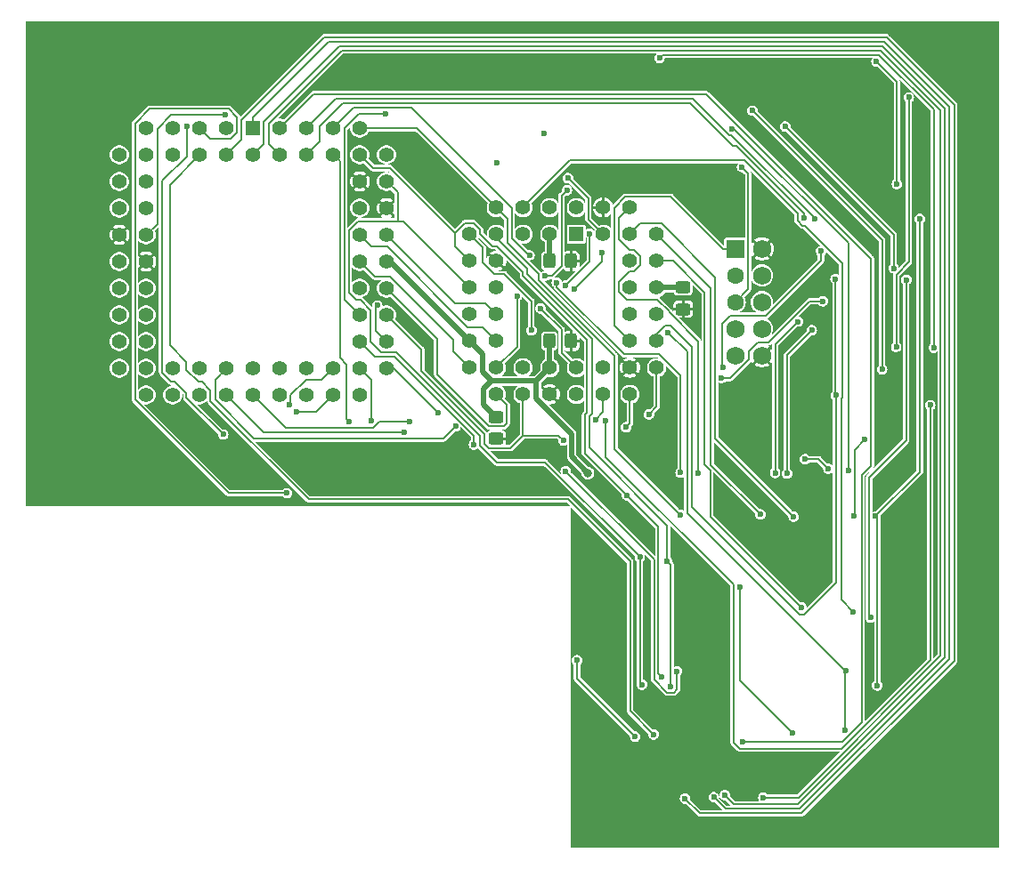
<source format=gbr>
G04 #@! TF.GenerationSoftware,KiCad,Pcbnew,7.0.10*
G04 #@! TF.CreationDate,2024-02-23T13:16:52-06:00*
G04 #@! TF.ProjectId,A600FastRAM,41363030-4661-4737-9452-414d2e6b6963,5*
G04 #@! TF.SameCoordinates,Original*
G04 #@! TF.FileFunction,Copper,L2,Bot*
G04 #@! TF.FilePolarity,Positive*
%FSLAX46Y46*%
G04 Gerber Fmt 4.6, Leading zero omitted, Abs format (unit mm)*
G04 Created by KiCad (PCBNEW 7.0.10) date 2024-02-23 13:16:52*
%MOMM*%
%LPD*%
G01*
G04 APERTURE LIST*
G04 Aperture macros list*
%AMRoundRect*
0 Rectangle with rounded corners*
0 $1 Rounding radius*
0 $2 $3 $4 $5 $6 $7 $8 $9 X,Y pos of 4 corners*
0 Add a 4 corners polygon primitive as box body*
4,1,4,$2,$3,$4,$5,$6,$7,$8,$9,$2,$3,0*
0 Add four circle primitives for the rounded corners*
1,1,$1+$1,$2,$3*
1,1,$1+$1,$4,$5*
1,1,$1+$1,$6,$7*
1,1,$1+$1,$8,$9*
0 Add four rect primitives between the rounded corners*
20,1,$1+$1,$2,$3,$4,$5,0*
20,1,$1+$1,$4,$5,$6,$7,0*
20,1,$1+$1,$6,$7,$8,$9,0*
20,1,$1+$1,$8,$9,$2,$3,0*%
G04 Aperture macros list end*
G04 #@! TA.AperFunction,ComponentPad*
%ADD10R,1.727200X1.727200*%
G04 #@! TD*
G04 #@! TA.AperFunction,ComponentPad*
%ADD11C,1.727200*%
G04 #@! TD*
G04 #@! TA.AperFunction,ComponentPad*
%ADD12C,1.600000*%
G04 #@! TD*
G04 #@! TA.AperFunction,ComponentPad*
%ADD13R,1.422400X1.422400*%
G04 #@! TD*
G04 #@! TA.AperFunction,ComponentPad*
%ADD14C,1.422400*%
G04 #@! TD*
G04 #@! TA.AperFunction,ComponentPad*
%ADD15C,0.800000*%
G04 #@! TD*
G04 #@! TA.AperFunction,ComponentPad*
%ADD16C,5.000000*%
G04 #@! TD*
G04 #@! TA.AperFunction,SMDPad,CuDef*
%ADD17RoundRect,0.250000X-0.325000X-0.450000X0.325000X-0.450000X0.325000X0.450000X-0.325000X0.450000X0*%
G04 #@! TD*
G04 #@! TA.AperFunction,SMDPad,CuDef*
%ADD18RoundRect,0.250000X-0.450000X0.325000X-0.450000X-0.325000X0.450000X-0.325000X0.450000X0.325000X0*%
G04 #@! TD*
G04 #@! TA.AperFunction,ViaPad*
%ADD19C,0.600000*%
G04 #@! TD*
G04 #@! TA.AperFunction,ViaPad*
%ADD20C,0.800000*%
G04 #@! TD*
G04 #@! TA.AperFunction,Conductor*
%ADD21C,0.200000*%
G04 #@! TD*
G04 #@! TA.AperFunction,Conductor*
%ADD22C,0.500000*%
G04 #@! TD*
G04 APERTURE END LIST*
D10*
X178564000Y-104505000D03*
D11*
X181104000Y-104505000D03*
D12*
X178564000Y-107045000D03*
D11*
X181104000Y-107045000D03*
D12*
X178564000Y-109585000D03*
D11*
X181104000Y-109585000D03*
X178564000Y-112125000D03*
X181104000Y-112125000D03*
X178564000Y-114665000D03*
X181104000Y-114665000D03*
D13*
X163466000Y-103110000D03*
D14*
X160926000Y-100570000D03*
X160926000Y-103110000D03*
X158386000Y-100570000D03*
X158386000Y-103110000D03*
X155846000Y-100570000D03*
X153306000Y-103110000D03*
X155846000Y-103110000D03*
X153306000Y-105650000D03*
X155846000Y-105650000D03*
X153306000Y-108190000D03*
X155846000Y-108190000D03*
X153306000Y-110730000D03*
X155846000Y-110730000D03*
X153306000Y-113270000D03*
X155846000Y-113270000D03*
X153306000Y-115810000D03*
X155846000Y-118350000D03*
X155846000Y-115810000D03*
X158386000Y-118350000D03*
X158386000Y-115810000D03*
X160926000Y-118350000D03*
X160926000Y-115810000D03*
X163466000Y-118350000D03*
X163466000Y-115810000D03*
X166006000Y-118350000D03*
X166006000Y-115810000D03*
X168546000Y-118350000D03*
X171086000Y-115810000D03*
X168546000Y-115810000D03*
X171086000Y-113270000D03*
X168546000Y-113270000D03*
X171086000Y-110730000D03*
X168546000Y-110730000D03*
X171086000Y-108190000D03*
X168546000Y-108190000D03*
X171086000Y-105650000D03*
X168546000Y-105650000D03*
X171086000Y-103110000D03*
X168546000Y-100570000D03*
X168546000Y-103110000D03*
X166006000Y-100570000D03*
X166006000Y-103110000D03*
X163466000Y-100570000D03*
D13*
X132706000Y-93010000D03*
D14*
X130166000Y-95550000D03*
X130166000Y-93010000D03*
X127626000Y-95550000D03*
X127626000Y-93010000D03*
X125086000Y-95550000D03*
X125086000Y-93010000D03*
X122546000Y-95550000D03*
X122546000Y-93010000D03*
X120006000Y-95550000D03*
X122546000Y-98090000D03*
X120006000Y-98090000D03*
X122546000Y-100630000D03*
X120006000Y-100630000D03*
X122546000Y-103170000D03*
X120006000Y-103170000D03*
X122546000Y-105710000D03*
X120006000Y-105710000D03*
X122546000Y-108250000D03*
X120006000Y-108250000D03*
X122546000Y-110790000D03*
X120006000Y-110790000D03*
X122546000Y-113330000D03*
X120006000Y-113330000D03*
X122546000Y-115870000D03*
X120006000Y-115870000D03*
X122546000Y-118410000D03*
X125086000Y-115870000D03*
X125086000Y-118410000D03*
X127626000Y-115870000D03*
X127626000Y-118410000D03*
X130166000Y-115870000D03*
X130166000Y-118410000D03*
X132706000Y-115870000D03*
X132706000Y-118410000D03*
X135246000Y-115870000D03*
X135246000Y-118410000D03*
X137786000Y-115870000D03*
X137786000Y-118410000D03*
X140326000Y-115870000D03*
X140326000Y-118410000D03*
X142866000Y-115870000D03*
X142866000Y-118410000D03*
X145406000Y-115870000D03*
X142866000Y-113330000D03*
X145406000Y-113330000D03*
X142866000Y-110790000D03*
X145406000Y-110790000D03*
X142866000Y-108250000D03*
X145406000Y-108250000D03*
X142866000Y-105710000D03*
X145406000Y-105710000D03*
X142866000Y-103170000D03*
X145406000Y-103170000D03*
X142866000Y-100630000D03*
X145406000Y-100630000D03*
X142866000Y-98090000D03*
X145406000Y-98090000D03*
X142866000Y-95550000D03*
X145406000Y-95550000D03*
X142866000Y-93010000D03*
X140326000Y-95550000D03*
X140326000Y-93010000D03*
X137786000Y-95550000D03*
X137786000Y-93010000D03*
X135246000Y-95550000D03*
X135246000Y-93010000D03*
X132706000Y-95550000D03*
D15*
X112171000Y-101981000D03*
X112720175Y-100655175D03*
X112720175Y-103306825D03*
X114046000Y-100106000D03*
D16*
X114046000Y-101981000D03*
D15*
X114046000Y-103856000D03*
X115371825Y-100655175D03*
X115371825Y-103306825D03*
X115921000Y-101981000D03*
D17*
X160900000Y-105664000D03*
X162950000Y-105664000D03*
D18*
X155831000Y-120522000D03*
X155831000Y-122572000D03*
D17*
X160900000Y-113284000D03*
X162950000Y-113284000D03*
D18*
X173609000Y-108195000D03*
X173609000Y-110245000D03*
D19*
X173799000Y-156826700D03*
X170799100Y-150730100D03*
X177558700Y-156511700D03*
X181237400Y-156752100D03*
X185082300Y-101549700D03*
X182356800Y-125833000D03*
X184547900Y-111430600D03*
X141865700Y-120954600D03*
X176520700Y-156682400D03*
X129881500Y-122177400D03*
X126403000Y-92872000D03*
X173033800Y-144703700D03*
X162455300Y-125666500D03*
X135946100Y-127762500D03*
X163519700Y-143667700D03*
X169048400Y-150938800D03*
X178246600Y-93079500D03*
X189301000Y-125580100D03*
X179239200Y-151444700D03*
X186101100Y-101647400D03*
X185844500Y-112253600D03*
X183485400Y-125899900D03*
X158996500Y-105122000D03*
X173361400Y-125808300D03*
X161604100Y-107710300D03*
X162661500Y-97784300D03*
X130114900Y-91781900D03*
X201608456Y-126751362D03*
X175658420Y-98671090D03*
X140856142Y-88400347D03*
X171321788Y-88510672D03*
X168411639Y-98438836D03*
X183765107Y-91206870D03*
X201754105Y-95846482D03*
X185826600Y-126602813D03*
X186055010Y-98858248D03*
X165967502Y-149368373D03*
X163403977Y-88170522D03*
X201321608Y-144587714D03*
X171342807Y-121652667D03*
X165846641Y-142263815D03*
X201380330Y-111115453D03*
X147952475Y-88216746D03*
X193893298Y-126287376D03*
X191332885Y-95965514D03*
X155874260Y-96291128D03*
X112783527Y-121522017D03*
X201673565Y-159584349D03*
X188567305Y-88383969D03*
X128115250Y-122016081D03*
X150252724Y-126407019D03*
X124880026Y-126877269D03*
X122302589Y-86169343D03*
X120511971Y-124111149D03*
X138252579Y-124377104D03*
X115131443Y-126276689D03*
X196359615Y-93444853D03*
X196617419Y-86191125D03*
X200969067Y-134313893D03*
X112827952Y-106327962D03*
X127627809Y-88269138D03*
X112621339Y-85657430D03*
X117346177Y-119279589D03*
X194095258Y-134121195D03*
X183211667Y-106596484D03*
X196728855Y-149444521D03*
X157955072Y-127090639D03*
X201108724Y-118841537D03*
X115445736Y-99096656D03*
X180766475Y-116261485D03*
X196335674Y-142213619D03*
X178225652Y-88226658D03*
X143036923Y-127027129D03*
X196346586Y-157302334D03*
X193882483Y-101090498D03*
X201462371Y-151935735D03*
X165588183Y-133921918D03*
X173616545Y-136618159D03*
X112569899Y-114086727D03*
X112355138Y-93332718D03*
X155536454Y-88617723D03*
X201436983Y-88446813D03*
X133091947Y-127123522D03*
X181366882Y-101465959D03*
X200972049Y-104019709D03*
X166207019Y-157302590D03*
X117650802Y-88966781D03*
X160387585Y-93540159D03*
D20*
X164561400Y-125840100D03*
D19*
X151976300Y-121402500D03*
X170368000Y-120255400D03*
X186883400Y-109487100D03*
X177251800Y-116803500D03*
X160064800Y-110178600D03*
X164736000Y-103054000D03*
X162411300Y-108022600D03*
X180206600Y-91355600D03*
X192535100Y-115975300D03*
X171358700Y-86334200D03*
X197441200Y-113901800D03*
X136180500Y-119315700D03*
X143959600Y-120839500D03*
X166254300Y-120874800D03*
X197100100Y-119378600D03*
X150329300Y-120127900D03*
X147103100Y-121937100D03*
X168186000Y-121485000D03*
X147565400Y-120968400D03*
X177414900Y-115826300D03*
X165276500Y-120781500D03*
X186718100Y-104723300D03*
X192000800Y-86674200D03*
X193934700Y-98346400D03*
X187423200Y-125439200D03*
X185193400Y-124518400D03*
X136884400Y-119990800D03*
X193870900Y-113843800D03*
X195069600Y-90087100D03*
X153721900Y-123141700D03*
X145317900Y-91683500D03*
X160464700Y-107069700D03*
X193624700Y-106346700D03*
X183315700Y-92852500D03*
X162567000Y-98915300D03*
X157813400Y-108977800D03*
X168262600Y-127954200D03*
X171537100Y-145232700D03*
X173327500Y-129817800D03*
X165885400Y-104828200D03*
X144522400Y-109885300D03*
X163247700Y-108370900D03*
X162208900Y-122740900D03*
X169489100Y-133850100D03*
X169681800Y-145988400D03*
X172073600Y-134242700D03*
X172405400Y-146161100D03*
X179204700Y-96719500D03*
X159190100Y-112256300D03*
X189026800Y-150321900D03*
X189062300Y-144677200D03*
X172146400Y-112452500D03*
X184117900Y-129996900D03*
X189806200Y-139036100D03*
X179005600Y-136679600D03*
X175060600Y-125833000D03*
X184041700Y-150619700D03*
X188133900Y-118437000D03*
X188107900Y-107364900D03*
X184837900Y-138636200D03*
X180958000Y-129790400D03*
X191440300Y-139614200D03*
X194829900Y-107460200D03*
X192062800Y-146069300D03*
X196116500Y-101655000D03*
X191889000Y-129967200D03*
X190852400Y-122678300D03*
X189885900Y-129953000D03*
D21*
X199380500Y-90788500D02*
X199380500Y-143732000D01*
X131601600Y-94114400D02*
X131601600Y-92260400D01*
X131601600Y-92260400D02*
X139510800Y-84351200D01*
X139510800Y-84351200D02*
X192943200Y-84351200D01*
X199380500Y-143732000D02*
X184884800Y-158227700D01*
X192943200Y-84351200D02*
X199380500Y-90788500D01*
X130166000Y-95550000D02*
X131601600Y-94114400D01*
X184884800Y-158227700D02*
X175200000Y-158227700D01*
X175200000Y-158227700D02*
X173799000Y-156826700D01*
X128670300Y-117980800D02*
X127862200Y-117172700D01*
X170799100Y-150730100D02*
X168573400Y-148504400D01*
X127494800Y-117172700D02*
X126356100Y-116034000D01*
X126356100Y-116034000D02*
X126356100Y-115259000D01*
X127862200Y-117172700D02*
X127494800Y-117172700D01*
X126356100Y-115259000D02*
X124784700Y-113687600D01*
X138021800Y-128354500D02*
X128670300Y-119003000D01*
X168573400Y-134281100D02*
X162646800Y-128354500D01*
X124784700Y-113687600D02*
X124784700Y-98391300D01*
X162646800Y-128354500D02*
X138021800Y-128354500D01*
X124784700Y-98391300D02*
X127626000Y-95550000D01*
X168573400Y-148504400D02*
X168573400Y-134281100D01*
X128670300Y-119003000D02*
X128670300Y-117980800D01*
X198515300Y-143389500D02*
X198515300Y-91154100D01*
X198515300Y-91154100D02*
X192577500Y-85216300D01*
X140937300Y-85216300D02*
X133754500Y-92399100D01*
X177558700Y-156511700D02*
X178445500Y-157398500D01*
X178445500Y-157398500D02*
X184506300Y-157398500D01*
X133754500Y-94501500D02*
X132706000Y-95550000D01*
X184506300Y-157398500D02*
X198515300Y-143389500D01*
X133754500Y-92399100D02*
X133754500Y-94501500D01*
X192577500Y-85216300D02*
X140937300Y-85216300D01*
X198077200Y-143259300D02*
X198077200Y-91301900D01*
X192399600Y-85624300D02*
X141143500Y-85624300D01*
X198077200Y-91301900D02*
X192399600Y-85624300D01*
X181237400Y-156752100D02*
X184584400Y-156752100D01*
X134191800Y-92576000D02*
X134191800Y-94495800D01*
X134191800Y-94495800D02*
X135246000Y-95550000D01*
X184584400Y-156752100D02*
X198077200Y-143259300D01*
X141143500Y-85624300D02*
X134191800Y-92576000D01*
X185082300Y-101177500D02*
X185082300Y-101549700D01*
X174237400Y-90615800D02*
X178363300Y-94741700D01*
X139056000Y-94280000D02*
X139056000Y-92809700D01*
X141249900Y-90615800D02*
X174237400Y-90615800D01*
X137786000Y-95550000D02*
X139056000Y-94280000D01*
X182356800Y-113621700D02*
X182356800Y-125833000D01*
X184547900Y-111430600D02*
X182356800Y-113621700D01*
X139056000Y-92809700D02*
X141249900Y-90615800D01*
X178363300Y-94741700D02*
X178646500Y-94741700D01*
X178646500Y-94741700D02*
X185082300Y-101177500D01*
X140961200Y-96185200D02*
X140961200Y-114882600D01*
X141596000Y-115517400D02*
X141596000Y-120684900D01*
X140326000Y-95550000D02*
X140961200Y-96185200D01*
X141596000Y-120684900D02*
X141865700Y-120954600D01*
X140961200Y-114882600D02*
X141596000Y-115517400D01*
X132706000Y-91996900D02*
X139933200Y-84769700D01*
X192719100Y-84769700D02*
X198933100Y-90983700D01*
X177640200Y-157801900D02*
X176520700Y-156682400D01*
X139933200Y-84769700D02*
X192719100Y-84769700D01*
X198933100Y-90983700D02*
X198933100Y-143556200D01*
X132706000Y-93010000D02*
X132706000Y-91996900D01*
X198933100Y-143556200D02*
X184687400Y-157801900D01*
X184687400Y-157801900D02*
X177640200Y-157801900D01*
X124066800Y-116284700D02*
X124922100Y-117140000D01*
X170855100Y-145511200D02*
X172107000Y-146763100D01*
X126356000Y-118206600D02*
X126356000Y-118651900D01*
X170855100Y-134066300D02*
X170855100Y-145511200D01*
X124066800Y-98033000D02*
X124066800Y-116284700D01*
X126356000Y-118651900D02*
X129881500Y-122177400D01*
X125289400Y-117140000D02*
X126356000Y-118206600D01*
X162455300Y-125666500D02*
X170855100Y-134066300D01*
X173033800Y-146436200D02*
X173033800Y-144703700D01*
X172706900Y-146763100D02*
X173033800Y-146436200D01*
X126403000Y-95696800D02*
X124066800Y-98033000D01*
X172107000Y-146763100D02*
X172706900Y-146763100D01*
X124922100Y-117140000D02*
X125289400Y-117140000D01*
X126403000Y-92872000D02*
X126403000Y-95696800D01*
X128656200Y-94040200D02*
X130582800Y-94040200D01*
X122912800Y-91167800D02*
X121487200Y-92593400D01*
X130397600Y-127762500D02*
X135946100Y-127762500D01*
X121487200Y-92593400D02*
X121487200Y-118852100D01*
X163519700Y-145410100D02*
X169048400Y-150938800D01*
X131188800Y-93434200D02*
X131188800Y-91978400D01*
X130378200Y-91167800D02*
X122912800Y-91167800D01*
X121487200Y-118852100D02*
X130397600Y-127762500D01*
X163519700Y-143667700D02*
X163519700Y-145410100D01*
X130582800Y-94040200D02*
X131188800Y-93434200D01*
X127626000Y-93010000D02*
X128656200Y-94040200D01*
X131188800Y-91978400D02*
X130378200Y-91167800D01*
X178451600Y-93079500D02*
X189301000Y-103928900D01*
X189301000Y-103928900D02*
X189301000Y-125580100D01*
X178246600Y-93079500D02*
X178451600Y-93079500D01*
X138476300Y-89779700D02*
X135246000Y-93010000D01*
X179239200Y-151444700D02*
X188755200Y-151444700D01*
X190597500Y-126037100D02*
X191459600Y-125175000D01*
X190597500Y-149602400D02*
X190597500Y-126037100D01*
X175798000Y-89779700D02*
X138476300Y-89779700D01*
X188755200Y-151444700D02*
X190597500Y-149602400D01*
X191459600Y-125175000D02*
X191459600Y-105441300D01*
X191459600Y-105441300D02*
X175798000Y-89779700D01*
X174499000Y-90183000D02*
X140613000Y-90183000D01*
X178192500Y-93681400D02*
X177997400Y-93681400D01*
X183485400Y-114612700D02*
X185844500Y-112253600D01*
X183485400Y-125899900D02*
X183485400Y-114612700D01*
X140613000Y-90183000D02*
X137786000Y-93010000D01*
X177997400Y-93681400D02*
X174499000Y-90183000D01*
X186101100Y-101590000D02*
X178192500Y-93681400D01*
X186101100Y-101647400D02*
X186101100Y-101590000D01*
X157328400Y-103536900D02*
X158913500Y-105122000D01*
X171329000Y-114540000D02*
X173361400Y-116572400D01*
X158913500Y-105122000D02*
X158996500Y-105122000D01*
X167998200Y-114540000D02*
X171329000Y-114540000D01*
X157328400Y-100607800D02*
X157328400Y-103536900D01*
X142288800Y-91047200D02*
X147767800Y-91047200D01*
X161604100Y-107710300D02*
X161604100Y-108145900D01*
X173361400Y-116572400D02*
X173361400Y-125808300D01*
X147767800Y-91047200D02*
X157328400Y-100607800D01*
X161604100Y-108145900D02*
X167998200Y-114540000D01*
X140326000Y-93010000D02*
X142288800Y-91047200D01*
X124875100Y-91781900D02*
X123600400Y-93056600D01*
X123600400Y-102115600D02*
X122546000Y-103170000D01*
X164594400Y-101698400D02*
X166006000Y-103110000D01*
X130114900Y-91781900D02*
X124875100Y-91781900D01*
X162661500Y-97784300D02*
X164594400Y-99717200D01*
X164594400Y-99717200D02*
X164594400Y-101698400D01*
X123600400Y-93056600D02*
X123600400Y-102115600D01*
D22*
X154644700Y-119335700D02*
X155831000Y-120522000D01*
X155413500Y-117080000D02*
X159656000Y-117080000D01*
X159656000Y-118746600D02*
X163013500Y-122104100D01*
X171091000Y-108195000D02*
X171086000Y-108190000D01*
X154576000Y-116242500D02*
X154576000Y-114540000D01*
X159656000Y-117080000D02*
X159656000Y-118746600D01*
X154644700Y-117848800D02*
X154644700Y-119335700D01*
X173609000Y-108195000D02*
X171091000Y-108195000D01*
X153306000Y-113270000D02*
X145746000Y-105710000D01*
X163013500Y-122104100D02*
X163013500Y-124292200D01*
X145746000Y-105710000D02*
X145406000Y-105710000D01*
X155413500Y-117080000D02*
X154576000Y-116242500D01*
X160900000Y-115784000D02*
X160900000Y-113284000D01*
X155413500Y-117080000D02*
X154644700Y-117848800D01*
X160900000Y-103136000D02*
X160900000Y-105664000D01*
X154576000Y-114540000D02*
X153306000Y-113270000D01*
X159656000Y-117080000D02*
X160926000Y-115810000D01*
X163013500Y-124292200D02*
X164561400Y-125840100D01*
X160926000Y-115810000D02*
X160900000Y-115784000D01*
X160926000Y-103110000D02*
X160900000Y-103136000D01*
D21*
X129103300Y-118863300D02*
X129103300Y-116932700D01*
X132810100Y-122570100D02*
X129103300Y-118863300D01*
X171086000Y-119537400D02*
X170368000Y-120255400D01*
X129103300Y-116932700D02*
X130166000Y-115870000D01*
X151976300Y-121402500D02*
X150808700Y-122570100D01*
X171086000Y-115810000D02*
X171086000Y-119537400D01*
X150808700Y-122570100D02*
X132810100Y-122570100D01*
X181732400Y-113395000D02*
X180694500Y-113395000D01*
X180694500Y-113395000D02*
X179856200Y-114233300D01*
X185640300Y-109487100D02*
X181732400Y-113395000D01*
X178080100Y-116803500D02*
X177251800Y-116803500D01*
X186883400Y-109487100D02*
X185640300Y-109487100D01*
X179856200Y-115027400D02*
X178080100Y-116803500D01*
X179856200Y-114233300D02*
X179856200Y-115027400D01*
X164736000Y-105697900D02*
X162411300Y-108022600D01*
X162072100Y-114416100D02*
X162072100Y-112185900D01*
X163466000Y-115810000D02*
X162072100Y-114416100D01*
X164736000Y-103054000D02*
X164736000Y-105697900D01*
X162072100Y-112185900D02*
X160064800Y-110178600D01*
X192535100Y-103684100D02*
X192535100Y-115975300D01*
X180206600Y-91355600D02*
X192535100Y-103684100D01*
X192241400Y-86049000D02*
X197441200Y-91248800D01*
X136284000Y-118416500D02*
X136284000Y-119212200D01*
X139238800Y-116957200D02*
X137743300Y-116957200D01*
X197441200Y-91248800D02*
X197441200Y-113901800D01*
X171358700Y-86334200D02*
X171643900Y-86049000D01*
X137743300Y-116957200D02*
X136284000Y-118416500D01*
X140326000Y-115870000D02*
X139238800Y-116957200D01*
X136284000Y-119212200D02*
X136180500Y-119315700D01*
X171643900Y-86049000D02*
X192241400Y-86049000D01*
X143959600Y-116963600D02*
X143959600Y-120839500D01*
X142866000Y-115870000D02*
X143959600Y-116963600D01*
X146071400Y-115870000D02*
X150329300Y-120127900D01*
X178403700Y-136447900D02*
X166254300Y-124298500D01*
X145406000Y-115870000D02*
X146071400Y-115870000D01*
X197100100Y-119378600D02*
X197100100Y-143668100D01*
X197100100Y-143668100D02*
X188684300Y-152083900D01*
X179010800Y-152083900D02*
X178403700Y-151476800D01*
X166254300Y-124298500D02*
X166254300Y-120874800D01*
X178403700Y-151476800D02*
X178403700Y-136447900D01*
X188684300Y-152083900D02*
X179010800Y-152083900D01*
X168546000Y-118350000D02*
X168546000Y-121125000D01*
X168546000Y-121125000D02*
X168186000Y-121485000D01*
X133714400Y-121958400D02*
X130166000Y-118410000D01*
X147081800Y-121958400D02*
X133714400Y-121958400D01*
X147103100Y-121937100D02*
X147081800Y-121958400D01*
X144681800Y-120968500D02*
X147565400Y-120968500D01*
X177358600Y-111612800D02*
X178116400Y-110855000D01*
X181495800Y-110855000D02*
X186718100Y-105632700D01*
X186718100Y-105632700D02*
X186718100Y-104723300D01*
X178116400Y-110855000D02*
X181495800Y-110855000D01*
X135852500Y-121556500D02*
X144093800Y-121556500D01*
X144093800Y-121556500D02*
X144681800Y-120968500D01*
X177358600Y-115770000D02*
X177358600Y-111612800D01*
X166006000Y-120052000D02*
X165276500Y-120781500D01*
X166006000Y-118350000D02*
X166006000Y-120052000D01*
X132706000Y-118410000D02*
X135852500Y-121556500D01*
X147565400Y-120968500D02*
X147565400Y-120968400D01*
X177414900Y-115826300D02*
X177358600Y-115770000D01*
X193934700Y-88608100D02*
X192000800Y-86674200D01*
X193934700Y-98346400D02*
X193934700Y-88608100D01*
X185193400Y-124518400D02*
X186502400Y-124518400D01*
X186502400Y-124518400D02*
X187423200Y-125439200D01*
X195069600Y-105753000D02*
X195069600Y-90087100D01*
X138745200Y-119990800D02*
X136884400Y-119990800D01*
X140326000Y-118410000D02*
X138745200Y-119990800D01*
X193870900Y-106951700D02*
X195069600Y-105753000D01*
X193870900Y-113843800D02*
X193870900Y-106951700D01*
X146184400Y-114759400D02*
X144295400Y-114759400D01*
X144295400Y-114759400D02*
X142866000Y-113330000D01*
X153721900Y-122296900D02*
X146184400Y-114759400D01*
X153721900Y-123141700D02*
X153721900Y-122296900D01*
X141400700Y-109324700D02*
X142866000Y-110790000D01*
X141400700Y-93034100D02*
X141400700Y-109324700D01*
X145317900Y-91683500D02*
X142751300Y-91683500D01*
X142751300Y-91683500D02*
X141400700Y-93034100D01*
X162567000Y-98915300D02*
X162054400Y-99427900D01*
X162054400Y-99427900D02*
X162054400Y-106127800D01*
X157813400Y-113842600D02*
X157813400Y-108977800D01*
X161112500Y-107069700D02*
X160464700Y-107069700D01*
X193624700Y-103161500D02*
X193624700Y-106346700D01*
X162054400Y-106127800D02*
X161112500Y-107069700D01*
X183315700Y-92852500D02*
X193624700Y-103161500D01*
X155846000Y-115810000D02*
X157813400Y-113842600D01*
X144316000Y-107160000D02*
X145765400Y-107160000D01*
X151777600Y-113172200D02*
X151777600Y-114281600D01*
X151777600Y-114281600D02*
X153306000Y-115810000D01*
X145765400Y-107160000D02*
X151777600Y-113172200D01*
X142866000Y-105710000D02*
X144316000Y-107160000D01*
X145441600Y-104298300D02*
X153143300Y-112000000D01*
X143994300Y-104298300D02*
X145441600Y-104298300D01*
X153143300Y-112000000D02*
X154576000Y-112000000D01*
X154576000Y-112000000D02*
X155846000Y-113270000D01*
X142866000Y-103170000D02*
X143994300Y-104298300D01*
X155472500Y-104238300D02*
X155873600Y-104238300D01*
X155873600Y-104238300D02*
X158368500Y-106733200D01*
X164479100Y-120093700D02*
X164272700Y-120300100D01*
X158368500Y-107090500D02*
X164479100Y-113201100D01*
X164272700Y-120300100D02*
X164272700Y-123964300D01*
X171537100Y-145232700D02*
X171257000Y-144952600D01*
X151899000Y-102990400D02*
X152828100Y-102061300D01*
X171257000Y-130948600D02*
X168262600Y-127954200D01*
X151899000Y-104243000D02*
X151899000Y-102990400D01*
X164479100Y-113201100D02*
X164479100Y-120093700D01*
X142866000Y-95550000D02*
X144136000Y-96820000D01*
X154319100Y-102684000D02*
X154319100Y-103084900D01*
X171257000Y-144952600D02*
X171257000Y-130948600D01*
X144136000Y-96820000D02*
X145728600Y-96820000D01*
X164272700Y-123964300D02*
X168262600Y-127954200D01*
X154319100Y-103084900D02*
X155472500Y-104238300D01*
X145728600Y-96820000D02*
X151899000Y-102990400D01*
X153696400Y-102061300D02*
X154319100Y-102684000D01*
X153306000Y-105650000D02*
X151899000Y-104243000D01*
X158368500Y-106733200D02*
X158368500Y-107090500D01*
X152828100Y-102061300D02*
X153696400Y-102061300D01*
X167078100Y-123568400D02*
X167078100Y-114663400D01*
X159862800Y-106888500D02*
X156885200Y-103910900D01*
X142866000Y-93010000D02*
X148286000Y-93010000D01*
X156885200Y-101609200D02*
X155846000Y-100570000D01*
X159862800Y-107448100D02*
X159862800Y-106888500D01*
X156885200Y-103910900D02*
X156885200Y-101609200D01*
X148286000Y-93010000D02*
X155846000Y-100570000D01*
X167078100Y-114663400D02*
X159862800Y-107448100D01*
X173327500Y-129817800D02*
X167078100Y-123568400D01*
X165885400Y-105733200D02*
X165885400Y-104828200D01*
X144392900Y-112316900D02*
X144392900Y-110014800D01*
X145406000Y-113330000D02*
X144392900Y-112316900D01*
X144392900Y-110014800D02*
X144522400Y-109885300D01*
X163247700Y-108370900D02*
X165885400Y-105733200D01*
X148715700Y-116130300D02*
X154725700Y-122140300D01*
X155134800Y-123485000D02*
X157184200Y-123485000D01*
X158386000Y-118350000D02*
X158386000Y-122283200D01*
X158386000Y-122283200D02*
X161751200Y-122283200D01*
X161751200Y-122283200D02*
X162208900Y-122740900D01*
X154725700Y-122140300D02*
X154725700Y-123075900D01*
X157184200Y-123485000D02*
X158386000Y-122283200D01*
X154725700Y-123075900D02*
X155134800Y-123485000D01*
X148715700Y-114099700D02*
X148715700Y-116130300D01*
X145406000Y-110790000D02*
X148715700Y-114099700D01*
X156536700Y-121410200D02*
X155154400Y-121410200D01*
X150220700Y-113064700D02*
X145406000Y-108250000D01*
X150220700Y-116476500D02*
X150220700Y-113064700D01*
X155154400Y-121410200D02*
X150220700Y-116476500D01*
X156839100Y-119343100D02*
X156839100Y-121107800D01*
X155846000Y-118350000D02*
X156839100Y-119343100D01*
X156839100Y-121107800D02*
X156536700Y-121410200D01*
X145406000Y-103170000D02*
X151916100Y-109680100D01*
X151916100Y-109680100D02*
X154796100Y-109680100D01*
X154796100Y-109680100D02*
X155846000Y-110730000D01*
X146462600Y-101900000D02*
X146462600Y-99146600D01*
X142700900Y-101900000D02*
X141828500Y-102772400D01*
X142561600Y-109378300D02*
X142909600Y-109378300D01*
X154323800Y-123255600D02*
X155916300Y-124848100D01*
X143879100Y-113297500D02*
X144926400Y-114344800D01*
X146338100Y-114344800D02*
X154323800Y-122330500D01*
X146462600Y-99146600D02*
X145406000Y-98090000D01*
X169489100Y-145795700D02*
X169681800Y-145988400D01*
X169489100Y-133850100D02*
X169489100Y-145795700D01*
X146462600Y-101900000D02*
X142700900Y-101900000D01*
X141828500Y-108645200D02*
X142561600Y-109378300D01*
X160487100Y-124848100D02*
X169489100Y-133850100D01*
X144926400Y-114344800D02*
X146338100Y-114344800D01*
X147016000Y-101900000D02*
X146462600Y-101900000D01*
X142909600Y-109378300D02*
X143879100Y-110347800D01*
X153306000Y-108190000D02*
X147016000Y-101900000D01*
X155916300Y-124848100D02*
X160487100Y-124848100D01*
X143879100Y-110347800D02*
X143879100Y-113297500D01*
X141828500Y-102772400D02*
X141828500Y-108645200D01*
X154323800Y-122330500D02*
X154323800Y-123255600D01*
X158770400Y-106364500D02*
X158770400Y-106924100D01*
X164674600Y-120466500D02*
X164674600Y-123426400D01*
X155846000Y-103440100D02*
X158770400Y-106364500D01*
X164674600Y-123426400D02*
X172073600Y-130825400D01*
X172073600Y-134242700D02*
X172405400Y-134574500D01*
X155846000Y-103110000D02*
X155846000Y-103440100D01*
X172405400Y-134574500D02*
X172405400Y-146161100D01*
X172073600Y-130825400D02*
X172073600Y-134242700D01*
X164938700Y-113092400D02*
X164938700Y-120202400D01*
X158770400Y-106924100D02*
X164938700Y-113092400D01*
X164938700Y-120202400D02*
X164674600Y-120466500D01*
X178564000Y-109585000D02*
X179781000Y-108368000D01*
X179781000Y-108368000D02*
X179781000Y-97295800D01*
X179781000Y-97295800D02*
X179204700Y-96719500D01*
X159190100Y-112256300D02*
X159190100Y-109503300D01*
X154576000Y-104380000D02*
X153306000Y-103110000D01*
X159190100Y-109503300D02*
X156606800Y-106920000D01*
X154576000Y-105813900D02*
X154576000Y-104380000D01*
X156606800Y-106920000D02*
X155682100Y-106920000D01*
X155682100Y-106920000D02*
X154576000Y-105813900D01*
X172435200Y-99541700D02*
X168122800Y-99541700D01*
X167074800Y-111798800D02*
X168546000Y-113270000D01*
X178564000Y-104505000D02*
X177398500Y-104505000D01*
X177398500Y-104505000D02*
X172435200Y-99541700D01*
X168122800Y-99541700D02*
X167074800Y-100589700D01*
X167074800Y-100589700D02*
X167074800Y-111798800D01*
X173991400Y-129647300D02*
X189026800Y-144682700D01*
X189056800Y-144682700D02*
X189062300Y-144677200D01*
X173991400Y-114297500D02*
X173991400Y-129647300D01*
X189026800Y-144682700D02*
X189056800Y-144682700D01*
X189026800Y-144682700D02*
X189026800Y-150321900D01*
X172146400Y-112452500D02*
X173991400Y-114297500D01*
X176649900Y-122528900D02*
X184117900Y-129996900D01*
X171531000Y-102090500D02*
X176649900Y-107209400D01*
X168546000Y-103110000D02*
X169565500Y-102090500D01*
X176649900Y-107209400D02*
X176649900Y-122528900D01*
X169565500Y-102090500D02*
X171531000Y-102090500D01*
X184480400Y-101798900D02*
X184971100Y-102289600D01*
X185168200Y-102289600D02*
X188735900Y-105857300D01*
X188653600Y-137883500D02*
X189806200Y-139036100D01*
X162870700Y-96085300D02*
X179421800Y-96085300D01*
X179421800Y-96085300D02*
X184480400Y-101143900D01*
X188653600Y-118771600D02*
X188653600Y-137883500D01*
X158386000Y-100570000D02*
X162870700Y-96085300D01*
X188735900Y-118689300D02*
X188653600Y-118771600D01*
X184480400Y-101143900D02*
X184480400Y-101798900D01*
X188735900Y-105857300D02*
X188735900Y-118689300D01*
X184971100Y-102289600D02*
X185168200Y-102289600D01*
X168544400Y-104636900D02*
X167532000Y-103624500D01*
X169559100Y-106069700D02*
X169559100Y-105230300D01*
X179005600Y-136679600D02*
X179024400Y-136698400D01*
X168234100Y-109318300D02*
X167532100Y-108616300D01*
X167532000Y-101584000D02*
X168546000Y-100570000D01*
X179024500Y-136698400D02*
X179024500Y-145602500D01*
X168965700Y-106663100D02*
X169559100Y-106069700D01*
X172294900Y-110565000D02*
X172294900Y-110485600D01*
X168544500Y-106663100D02*
X168965700Y-106663100D01*
X179024400Y-136698400D02*
X179024500Y-136698400D01*
X179024500Y-145602500D02*
X184041700Y-150619700D01*
X167532100Y-107675500D02*
X168544500Y-106663100D01*
X175060600Y-125833000D02*
X175060600Y-113330700D01*
X167532100Y-108616300D02*
X167532100Y-107675500D01*
X171127600Y-109318300D02*
X168234100Y-109318300D01*
X168965700Y-104636900D02*
X168544400Y-104636900D01*
X175060600Y-113330700D02*
X172294900Y-110565000D01*
X169559100Y-105230300D02*
X168965700Y-104636900D01*
X172294900Y-110485600D02*
X171127600Y-109318300D01*
X167532000Y-103624500D02*
X167532000Y-101584000D01*
X188107900Y-118411000D02*
X188107900Y-107364900D01*
X185116200Y-139298000D02*
X188133900Y-136280300D01*
X188133900Y-136280300D02*
X188133900Y-118437000D01*
X174458700Y-129108100D02*
X184648600Y-139298000D01*
X172450000Y-111842800D02*
X174458700Y-113851500D01*
X184648600Y-139298000D02*
X185116200Y-139298000D01*
X174458700Y-113851500D02*
X174458700Y-129108100D01*
X171086000Y-112616600D02*
X171859800Y-111842800D01*
X171859800Y-111842800D02*
X172450000Y-111842800D01*
X171086000Y-113270000D02*
X171086000Y-112616600D01*
X188133900Y-118437000D02*
X188107900Y-118411000D01*
X175661000Y-125051600D02*
X176176100Y-125566700D01*
X172673200Y-105650000D02*
X175661000Y-108637800D01*
X175661000Y-108637800D02*
X175661000Y-125051600D01*
X176176100Y-125566700D02*
X176176100Y-129974400D01*
X171086000Y-105650000D02*
X172673200Y-105650000D01*
X176176100Y-129974400D02*
X184837900Y-138636200D01*
X176248000Y-108272000D02*
X176248000Y-125070300D01*
X171086000Y-103110000D02*
X176248000Y-108272000D01*
X180958000Y-129780300D02*
X180958000Y-129790400D01*
X176248000Y-125070300D02*
X180958000Y-129780300D01*
X194829900Y-122710400D02*
X194829900Y-107460200D01*
X191287000Y-139460900D02*
X191287000Y-126253300D01*
X191440300Y-139614200D02*
X191287000Y-139460900D01*
X191287000Y-126253300D02*
X194829900Y-122710400D01*
X196116500Y-101655000D02*
X196116500Y-125739700D01*
X191889000Y-129967200D02*
X192062800Y-130141000D01*
X196116500Y-125739700D02*
X191889000Y-129967200D01*
X192062800Y-130141000D02*
X192062800Y-146069300D01*
X189902900Y-123627800D02*
X190852400Y-122678300D01*
X189885900Y-129953000D02*
X189902900Y-129936000D01*
X189902900Y-129936000D02*
X189902900Y-123627800D01*
G04 #@! TA.AperFunction,Conductor*
G36*
X203629073Y-82882927D02*
G01*
X203632500Y-82891200D01*
X203632500Y-161456800D01*
X203629073Y-161465073D01*
X203620800Y-161468500D01*
X162920833Y-161468500D01*
X162912560Y-161465073D01*
X162909133Y-161456807D01*
X162906726Y-157481427D01*
X162898361Y-143667700D01*
X163014053Y-143667700D01*
X163034534Y-143810155D01*
X163093738Y-143939791D01*
X163094323Y-143941073D01*
X163188572Y-144049843D01*
X163213825Y-144066072D01*
X163218933Y-144073427D01*
X163219200Y-144075914D01*
X163219200Y-145359173D01*
X163218594Y-145362890D01*
X163216927Y-145367865D01*
X163219188Y-145416774D01*
X163219200Y-145417314D01*
X163219200Y-145437944D01*
X163220334Y-145444013D01*
X163220520Y-145445621D01*
X163222114Y-145480089D01*
X163222115Y-145480094D01*
X163230174Y-145498345D01*
X163230972Y-145500920D01*
X163234639Y-145520533D01*
X163252800Y-145549866D01*
X163253555Y-145551299D01*
X163267494Y-145582865D01*
X163267495Y-145582867D01*
X163281603Y-145596974D01*
X163283274Y-145599083D01*
X163293031Y-145614840D01*
X163293781Y-145616052D01*
X163321316Y-145636845D01*
X163322538Y-145637909D01*
X168548752Y-150864124D01*
X168552179Y-150872397D01*
X168552060Y-150874062D01*
X168549327Y-150893073D01*
X168542753Y-150938800D01*
X168546192Y-150962720D01*
X168563234Y-151081255D01*
X168612921Y-151190052D01*
X168623023Y-151212173D01*
X168717272Y-151320943D01*
X168838347Y-151398753D01*
X168937215Y-151427783D01*
X168976438Y-151439300D01*
X168976439Y-151439300D01*
X169120361Y-151439300D01*
X169258453Y-151398753D01*
X169379528Y-151320943D01*
X169473777Y-151212173D01*
X169533565Y-151081257D01*
X169554047Y-150938800D01*
X169533565Y-150796343D01*
X169473777Y-150665427D01*
X169379528Y-150556657D01*
X169258453Y-150478847D01*
X169183118Y-150456727D01*
X169120362Y-150438300D01*
X169120361Y-150438300D01*
X168977717Y-150438300D01*
X168969444Y-150434873D01*
X163823627Y-145289056D01*
X163820200Y-145280783D01*
X163820200Y-144075914D01*
X163823627Y-144067641D01*
X163825570Y-144066074D01*
X163850828Y-144049843D01*
X163945077Y-143941073D01*
X164004865Y-143810157D01*
X164025347Y-143667700D01*
X164004865Y-143525243D01*
X163945077Y-143394327D01*
X163850828Y-143285557D01*
X163729753Y-143207747D01*
X163660707Y-143187473D01*
X163591662Y-143167200D01*
X163591661Y-143167200D01*
X163447739Y-143167200D01*
X163447738Y-143167200D01*
X163309647Y-143207747D01*
X163188572Y-143285557D01*
X163188570Y-143285558D01*
X163188570Y-143285559D01*
X163094322Y-143394328D01*
X163034534Y-143525244D01*
X163014053Y-143667700D01*
X162898361Y-143667700D01*
X162889513Y-129055342D01*
X162891080Y-129049491D01*
X162892880Y-129046374D01*
X162899983Y-129040925D01*
X162908861Y-129042095D01*
X162911283Y-129043954D01*
X168269473Y-134402144D01*
X168272900Y-134410417D01*
X168272900Y-148453473D01*
X168272294Y-148457190D01*
X168270627Y-148462165D01*
X168272888Y-148511074D01*
X168272900Y-148511614D01*
X168272900Y-148532244D01*
X168274034Y-148538313D01*
X168274220Y-148539921D01*
X168275814Y-148574389D01*
X168275815Y-148574394D01*
X168283874Y-148592645D01*
X168284672Y-148595220D01*
X168288339Y-148614833D01*
X168306500Y-148644166D01*
X168307255Y-148645599D01*
X168321194Y-148677165D01*
X168321195Y-148677167D01*
X168335303Y-148691274D01*
X168336974Y-148693383D01*
X168347481Y-148710352D01*
X168375016Y-148731145D01*
X168376238Y-148732209D01*
X170299452Y-150655423D01*
X170302879Y-150663696D01*
X170302760Y-150665361D01*
X170293453Y-150730099D01*
X170313934Y-150872555D01*
X170344188Y-150938800D01*
X170373723Y-151003473D01*
X170467972Y-151112243D01*
X170589047Y-151190053D01*
X170695794Y-151221396D01*
X170727138Y-151230600D01*
X170727139Y-151230600D01*
X170871061Y-151230600D01*
X171009153Y-151190053D01*
X171130228Y-151112243D01*
X171224477Y-151003473D01*
X171284265Y-150872557D01*
X171304747Y-150730100D01*
X171284265Y-150587643D01*
X171224477Y-150456727D01*
X171130228Y-150347957D01*
X171009153Y-150270147D01*
X170904315Y-150239364D01*
X170871062Y-150229600D01*
X170871061Y-150229600D01*
X170728417Y-150229600D01*
X170720144Y-150226173D01*
X168877327Y-148383356D01*
X168873900Y-148375083D01*
X168873900Y-134332024D01*
X168874507Y-134328305D01*
X168876173Y-134323335D01*
X168873912Y-134274424D01*
X168873900Y-134273884D01*
X168873900Y-134253258D01*
X168873651Y-134251926D01*
X168872763Y-134247178D01*
X168872577Y-134245574D01*
X168870985Y-134211108D01*
X168862923Y-134192849D01*
X168862126Y-134190276D01*
X168861578Y-134187344D01*
X168858461Y-134170667D01*
X168840298Y-134141332D01*
X168839543Y-134139899D01*
X168832289Y-134123471D01*
X168825606Y-134108335D01*
X168825605Y-134108334D01*
X168825604Y-134108332D01*
X168811498Y-134094227D01*
X168809823Y-134092113D01*
X168799319Y-134075148D01*
X168771782Y-134054353D01*
X168770560Y-134053289D01*
X162895296Y-128178025D01*
X162893096Y-128174967D01*
X162890758Y-128170273D01*
X162890758Y-128170272D01*
X162890756Y-128170270D01*
X162890754Y-128170267D01*
X162854580Y-128137291D01*
X162854189Y-128136918D01*
X162839602Y-128122330D01*
X162839597Y-128122326D01*
X162834498Y-128118832D01*
X162833230Y-128117827D01*
X162807736Y-128094586D01*
X162807733Y-128094584D01*
X162789123Y-128087374D01*
X162786738Y-128086117D01*
X162770281Y-128074844D01*
X162770280Y-128074843D01*
X162736701Y-128066945D01*
X162735154Y-128066466D01*
X162702975Y-128054000D01*
X162702973Y-128054000D01*
X162683019Y-128054000D01*
X162680340Y-128053689D01*
X162678477Y-128053250D01*
X162660919Y-128049121D01*
X162660917Y-128049121D01*
X162639087Y-128052166D01*
X162626745Y-128053888D01*
X162625131Y-128054000D01*
X138151117Y-128054000D01*
X138142844Y-128050573D01*
X132982844Y-122890573D01*
X132979417Y-122882300D01*
X132982844Y-122874027D01*
X132991117Y-122870600D01*
X150757774Y-122870600D01*
X150761490Y-122871205D01*
X150766465Y-122872873D01*
X150815375Y-122870611D01*
X150815915Y-122870600D01*
X150836543Y-122870600D01*
X150836544Y-122870600D01*
X150842623Y-122869462D01*
X150844206Y-122869278D01*
X150878692Y-122867685D01*
X150896954Y-122859620D01*
X150899516Y-122858827D01*
X150919133Y-122855161D01*
X150948472Y-122836994D01*
X150949893Y-122836246D01*
X150981465Y-122822306D01*
X150995575Y-122808194D01*
X150997680Y-122806526D01*
X151014652Y-122796019D01*
X151035446Y-122768481D01*
X151036502Y-122767267D01*
X151897343Y-121906427D01*
X151905616Y-121903000D01*
X152048261Y-121903000D01*
X152186353Y-121862453D01*
X152307428Y-121784643D01*
X152401677Y-121675873D01*
X152461465Y-121544957D01*
X152468637Y-121495066D01*
X152473205Y-121487368D01*
X152481882Y-121485153D01*
X152488490Y-121488461D01*
X153417973Y-122417944D01*
X153421400Y-122426217D01*
X153421400Y-122733483D01*
X153417973Y-122741756D01*
X153416026Y-122743325D01*
X153390776Y-122759553D01*
X153390771Y-122759558D01*
X153296522Y-122868328D01*
X153236734Y-122999244D01*
X153216253Y-123141700D01*
X153236734Y-123284155D01*
X153236735Y-123284157D01*
X153296523Y-123415073D01*
X153390772Y-123523843D01*
X153511847Y-123601653D01*
X153618594Y-123632996D01*
X153649938Y-123642200D01*
X153649939Y-123642200D01*
X153793861Y-123642200D01*
X153931953Y-123601653D01*
X154053028Y-123523843D01*
X154096231Y-123473981D01*
X154104237Y-123469974D01*
X154112123Y-123472307D01*
X154125416Y-123482345D01*
X154126638Y-123483409D01*
X155667803Y-125024574D01*
X155670003Y-125027632D01*
X155672340Y-125032325D01*
X155672342Y-125032328D01*
X155708518Y-125065307D01*
X155708909Y-125065680D01*
X155723500Y-125080272D01*
X155723505Y-125080276D01*
X155728595Y-125083762D01*
X155729866Y-125084769D01*
X155755364Y-125108014D01*
X155755365Y-125108014D01*
X155755367Y-125108016D01*
X155773974Y-125115224D01*
X155776357Y-125116479D01*
X155792819Y-125127756D01*
X155826400Y-125135654D01*
X155827945Y-125136132D01*
X155860126Y-125148600D01*
X155860127Y-125148600D01*
X155880081Y-125148600D01*
X155882760Y-125148911D01*
X155902181Y-125153479D01*
X155936354Y-125148711D01*
X155937969Y-125148600D01*
X160357783Y-125148600D01*
X160366056Y-125152027D01*
X168989452Y-133775423D01*
X168992879Y-133783696D01*
X168992760Y-133785361D01*
X168984509Y-133842756D01*
X168983453Y-133850100D01*
X168984957Y-133860558D01*
X169003934Y-133992555D01*
X169053115Y-134100244D01*
X169063723Y-134123473D01*
X169157972Y-134232243D01*
X169183225Y-134248472D01*
X169188333Y-134255827D01*
X169188600Y-134258314D01*
X169188600Y-145744773D01*
X169187994Y-145748490D01*
X169186327Y-145753465D01*
X169187505Y-145778958D01*
X169188588Y-145802374D01*
X169188600Y-145802914D01*
X169188600Y-145823544D01*
X169189734Y-145829613D01*
X169189920Y-145831221D01*
X169191514Y-145865689D01*
X169191515Y-145865694D01*
X169191880Y-145866519D01*
X169192757Y-145872908D01*
X169176153Y-145988399D01*
X169196634Y-146130855D01*
X169196635Y-146130857D01*
X169256423Y-146261773D01*
X169350672Y-146370543D01*
X169471747Y-146448353D01*
X169578494Y-146479696D01*
X169609838Y-146488900D01*
X169609839Y-146488900D01*
X169753761Y-146488900D01*
X169891853Y-146448353D01*
X170012928Y-146370543D01*
X170107177Y-146261773D01*
X170166965Y-146130857D01*
X170187447Y-145988400D01*
X170166965Y-145845943D01*
X170107177Y-145715027D01*
X170012928Y-145606257D01*
X169891853Y-145528447D01*
X169856730Y-145518134D01*
X169798004Y-145500890D01*
X169791031Y-145495271D01*
X169789600Y-145489664D01*
X169789600Y-134258314D01*
X169793027Y-134250041D01*
X169794970Y-134248474D01*
X169820228Y-134232243D01*
X169914477Y-134123473D01*
X169974265Y-133992557D01*
X169994747Y-133850100D01*
X169974265Y-133707643D01*
X169919494Y-133587714D01*
X169919176Y-133578766D01*
X169925278Y-133572212D01*
X169934227Y-133571893D01*
X169938411Y-133574582D01*
X170551173Y-134187344D01*
X170554600Y-134195617D01*
X170554600Y-145460273D01*
X170553994Y-145463990D01*
X170552327Y-145468965D01*
X170554588Y-145517874D01*
X170554600Y-145518414D01*
X170554600Y-145539044D01*
X170555734Y-145545113D01*
X170555920Y-145546721D01*
X170557514Y-145581189D01*
X170557515Y-145581194D01*
X170565574Y-145599445D01*
X170566372Y-145602020D01*
X170570039Y-145621633D01*
X170588200Y-145650966D01*
X170588955Y-145652399D01*
X170602894Y-145683965D01*
X170602895Y-145683967D01*
X170617003Y-145698074D01*
X170618674Y-145700183D01*
X170629181Y-145717152D01*
X170654970Y-145736627D01*
X170656716Y-145737945D01*
X170657938Y-145739009D01*
X171858503Y-146939574D01*
X171860703Y-146942632D01*
X171863040Y-146947325D01*
X171863042Y-146947328D01*
X171899218Y-146980307D01*
X171899609Y-146980680D01*
X171914200Y-146995272D01*
X171914205Y-146995276D01*
X171919295Y-146998762D01*
X171920566Y-146999769D01*
X171946064Y-147023014D01*
X171946065Y-147023014D01*
X171946067Y-147023016D01*
X171964677Y-147030225D01*
X171967054Y-147031477D01*
X171983519Y-147042757D01*
X172017104Y-147050656D01*
X172018649Y-147051134D01*
X172050826Y-147063600D01*
X172050827Y-147063600D01*
X172070780Y-147063600D01*
X172073459Y-147063911D01*
X172092881Y-147068479D01*
X172127054Y-147063711D01*
X172128669Y-147063600D01*
X172655974Y-147063600D01*
X172659690Y-147064205D01*
X172664665Y-147065873D01*
X172713575Y-147063611D01*
X172714115Y-147063600D01*
X172734743Y-147063600D01*
X172734744Y-147063600D01*
X172740823Y-147062462D01*
X172742406Y-147062278D01*
X172776892Y-147060685D01*
X172795154Y-147052620D01*
X172797716Y-147051827D01*
X172817333Y-147048161D01*
X172846672Y-147029994D01*
X172848093Y-147029246D01*
X172879665Y-147015306D01*
X172893775Y-147001194D01*
X172895880Y-146999526D01*
X172912852Y-146989019D01*
X172933646Y-146961481D01*
X172934702Y-146960267D01*
X173210276Y-146684693D01*
X173213330Y-146682496D01*
X173218028Y-146680158D01*
X173251047Y-146643936D01*
X173251358Y-146643611D01*
X173265974Y-146628997D01*
X173269469Y-146623893D01*
X173270463Y-146622639D01*
X173293716Y-146597133D01*
X173300927Y-146578516D01*
X173302176Y-146576146D01*
X173313456Y-146559681D01*
X173321354Y-146526098D01*
X173321829Y-146524559D01*
X173334300Y-146492373D01*
X173334300Y-146472418D01*
X173334611Y-146469739D01*
X173339179Y-146450319D01*
X173334411Y-146416145D01*
X173334300Y-146414529D01*
X173334300Y-145111914D01*
X173337727Y-145103641D01*
X173339673Y-145102073D01*
X173364928Y-145085843D01*
X173459177Y-144977073D01*
X173518965Y-144846157D01*
X173539447Y-144703700D01*
X173518965Y-144561243D01*
X173459177Y-144430327D01*
X173364928Y-144321557D01*
X173243853Y-144243747D01*
X173174807Y-144223473D01*
X173105762Y-144203200D01*
X173105761Y-144203200D01*
X172961839Y-144203200D01*
X172961838Y-144203200D01*
X172823748Y-144243746D01*
X172823746Y-144243747D01*
X172723925Y-144307898D01*
X172715113Y-144309488D01*
X172707757Y-144304380D01*
X172705900Y-144298055D01*
X172705900Y-134625424D01*
X172706507Y-134621705D01*
X172708173Y-134616735D01*
X172705912Y-134567824D01*
X172705900Y-134567284D01*
X172705900Y-134546658D01*
X172704764Y-134540585D01*
X172704577Y-134538974D01*
X172702985Y-134504508D01*
X172694923Y-134486249D01*
X172694126Y-134483676D01*
X172690461Y-134464067D01*
X172672298Y-134434732D01*
X172671543Y-134433299D01*
X172657606Y-134401735D01*
X172657605Y-134401734D01*
X172657604Y-134401732D01*
X172643498Y-134387627D01*
X172641823Y-134385513D01*
X172641601Y-134385155D01*
X172631319Y-134368548D01*
X172603782Y-134347753D01*
X172602560Y-134346689D01*
X172573246Y-134317375D01*
X172569819Y-134309102D01*
X172569937Y-134307444D01*
X172579247Y-134242700D01*
X172558765Y-134100243D01*
X172498977Y-133969327D01*
X172404728Y-133860557D01*
X172404725Y-133860555D01*
X172404723Y-133860553D01*
X172379474Y-133844325D01*
X172374367Y-133836969D01*
X172374100Y-133834483D01*
X172374100Y-130876324D01*
X172374706Y-130872608D01*
X172375913Y-130869004D01*
X172381788Y-130862251D01*
X172390722Y-130861629D01*
X172395279Y-130864450D01*
X178099773Y-136568944D01*
X178103200Y-136577217D01*
X178103200Y-151425873D01*
X178102594Y-151429590D01*
X178100927Y-151434565D01*
X178103188Y-151483474D01*
X178103200Y-151484014D01*
X178103200Y-151504644D01*
X178104334Y-151510713D01*
X178104520Y-151512321D01*
X178106114Y-151546789D01*
X178106115Y-151546794D01*
X178114174Y-151565045D01*
X178114972Y-151567620D01*
X178118639Y-151587233D01*
X178136800Y-151616566D01*
X178137555Y-151617999D01*
X178151494Y-151649565D01*
X178151495Y-151649567D01*
X178165603Y-151663674D01*
X178167274Y-151665783D01*
X178177781Y-151682752D01*
X178205316Y-151703545D01*
X178206538Y-151704609D01*
X178762303Y-152260374D01*
X178764503Y-152263432D01*
X178766840Y-152268125D01*
X178766842Y-152268128D01*
X178803018Y-152301107D01*
X178803409Y-152301480D01*
X178818000Y-152316072D01*
X178818005Y-152316076D01*
X178823095Y-152319562D01*
X178824366Y-152320569D01*
X178849864Y-152343814D01*
X178849865Y-152343814D01*
X178849867Y-152343816D01*
X178868474Y-152351024D01*
X178870857Y-152352279D01*
X178887319Y-152363556D01*
X178920900Y-152371454D01*
X178922445Y-152371932D01*
X178954626Y-152384400D01*
X178954627Y-152384400D01*
X178974581Y-152384400D01*
X178977260Y-152384711D01*
X178996681Y-152389279D01*
X179030854Y-152384511D01*
X179032469Y-152384400D01*
X188498883Y-152384400D01*
X188507156Y-152387827D01*
X188510583Y-152396100D01*
X188507156Y-152404373D01*
X184463356Y-156448173D01*
X184455083Y-156451600D01*
X181644615Y-156451600D01*
X181636342Y-156448173D01*
X181635773Y-156447562D01*
X181602382Y-156409027D01*
X181568528Y-156369957D01*
X181447453Y-156292147D01*
X181378407Y-156271873D01*
X181309362Y-156251600D01*
X181309361Y-156251600D01*
X181165439Y-156251600D01*
X181165438Y-156251600D01*
X181027347Y-156292147D01*
X180906272Y-156369957D01*
X180906270Y-156369958D01*
X180906270Y-156369959D01*
X180812022Y-156478728D01*
X180752234Y-156609644D01*
X180731753Y-156752100D01*
X180752234Y-156894555D01*
X180753458Y-156897234D01*
X180812023Y-157025473D01*
X180858091Y-157078638D01*
X180860919Y-157087135D01*
X180856911Y-157095142D01*
X180849249Y-157098000D01*
X178574817Y-157098000D01*
X178566544Y-157094573D01*
X178058346Y-156586375D01*
X178054919Y-156578102D01*
X178055037Y-156576444D01*
X178064347Y-156511700D01*
X178043865Y-156369243D01*
X177984077Y-156238327D01*
X177889828Y-156129557D01*
X177768753Y-156051747D01*
X177699707Y-156031473D01*
X177630662Y-156011200D01*
X177630661Y-156011200D01*
X177486739Y-156011200D01*
X177486738Y-156011200D01*
X177348647Y-156051747D01*
X177227572Y-156129557D01*
X177227570Y-156129558D01*
X177227570Y-156129559D01*
X177133322Y-156238328D01*
X177073534Y-156369244D01*
X177053053Y-156511700D01*
X177073534Y-156654155D01*
X177118265Y-156752100D01*
X177133323Y-156785073D01*
X177227572Y-156893843D01*
X177348647Y-156971653D01*
X177455394Y-157002996D01*
X177486738Y-157012200D01*
X177629382Y-157012200D01*
X177637655Y-157015627D01*
X178103455Y-157481427D01*
X178106882Y-157489700D01*
X178103455Y-157497973D01*
X178095182Y-157501400D01*
X177769517Y-157501400D01*
X177761244Y-157497973D01*
X177020346Y-156757075D01*
X177016919Y-156748802D01*
X177017037Y-156747144D01*
X177026347Y-156682400D01*
X177005865Y-156539943D01*
X176946077Y-156409027D01*
X176851828Y-156300257D01*
X176730753Y-156222447D01*
X176661707Y-156202173D01*
X176592662Y-156181900D01*
X176592661Y-156181900D01*
X176448739Y-156181900D01*
X176448738Y-156181900D01*
X176310647Y-156222447D01*
X176189572Y-156300257D01*
X176189570Y-156300258D01*
X176189570Y-156300259D01*
X176095322Y-156409028D01*
X176035534Y-156539944D01*
X176015053Y-156682400D01*
X176035534Y-156824855D01*
X176035535Y-156824857D01*
X176095323Y-156955773D01*
X176189572Y-157064543D01*
X176310647Y-157142353D01*
X176417394Y-157173696D01*
X176448738Y-157182900D01*
X176591383Y-157182900D01*
X176599656Y-157186327D01*
X177320556Y-157907227D01*
X177323983Y-157915500D01*
X177320556Y-157923773D01*
X177312283Y-157927200D01*
X175329317Y-157927200D01*
X175321044Y-157923773D01*
X174298646Y-156901375D01*
X174295219Y-156893102D01*
X174295337Y-156891444D01*
X174304647Y-156826700D01*
X174284165Y-156684243D01*
X174224377Y-156553327D01*
X174130128Y-156444557D01*
X174009053Y-156366747D01*
X173940007Y-156346473D01*
X173870962Y-156326200D01*
X173870961Y-156326200D01*
X173727039Y-156326200D01*
X173727038Y-156326200D01*
X173588947Y-156366747D01*
X173467872Y-156444557D01*
X173467870Y-156444558D01*
X173467870Y-156444559D01*
X173373622Y-156553328D01*
X173313834Y-156684244D01*
X173293353Y-156826700D01*
X173313834Y-156969155D01*
X173351943Y-157052600D01*
X173373623Y-157100073D01*
X173467872Y-157208843D01*
X173588947Y-157286653D01*
X173695694Y-157317996D01*
X173727038Y-157327200D01*
X173869683Y-157327200D01*
X173877956Y-157330627D01*
X174951503Y-158404174D01*
X174953703Y-158407232D01*
X174956040Y-158411925D01*
X174956042Y-158411928D01*
X174992218Y-158444907D01*
X174992609Y-158445280D01*
X175007200Y-158459872D01*
X175007205Y-158459876D01*
X175012295Y-158463362D01*
X175013566Y-158464369D01*
X175039064Y-158487614D01*
X175039065Y-158487614D01*
X175039067Y-158487616D01*
X175057674Y-158494824D01*
X175060057Y-158496079D01*
X175076519Y-158507356D01*
X175110100Y-158515254D01*
X175111643Y-158515731D01*
X175115496Y-158517224D01*
X175143826Y-158528200D01*
X175143827Y-158528200D01*
X175163781Y-158528200D01*
X175166460Y-158528511D01*
X175185881Y-158533079D01*
X175220054Y-158528311D01*
X175221669Y-158528200D01*
X184833874Y-158528200D01*
X184837590Y-158528805D01*
X184842565Y-158530473D01*
X184891475Y-158528211D01*
X184892015Y-158528200D01*
X184912643Y-158528200D01*
X184912644Y-158528200D01*
X184918723Y-158527062D01*
X184920306Y-158526878D01*
X184954792Y-158525285D01*
X184973054Y-158517220D01*
X184975616Y-158516427D01*
X184995233Y-158512761D01*
X185024572Y-158494594D01*
X185025993Y-158493846D01*
X185057565Y-158479906D01*
X185071675Y-158465794D01*
X185073780Y-158464126D01*
X185090752Y-158453619D01*
X185111546Y-158426081D01*
X185112602Y-158424867D01*
X199556978Y-143980492D01*
X199560032Y-143978295D01*
X199564728Y-143975958D01*
X199597737Y-143939747D01*
X199598048Y-143939422D01*
X199612675Y-143924797D01*
X199616173Y-143919688D01*
X199617161Y-143918440D01*
X199640416Y-143892933D01*
X199647623Y-143874324D01*
X199648881Y-143871939D01*
X199660157Y-143855480D01*
X199668057Y-143821885D01*
X199668527Y-143820365D01*
X199681000Y-143788173D01*
X199681000Y-143768218D01*
X199681311Y-143765539D01*
X199685879Y-143746116D01*
X199681112Y-143711942D01*
X199681000Y-143710326D01*
X199681000Y-90839425D01*
X199681607Y-90835706D01*
X199683273Y-90830736D01*
X199681012Y-90781824D01*
X199681000Y-90781284D01*
X199681000Y-90760658D01*
X199679864Y-90754585D01*
X199679677Y-90752974D01*
X199678085Y-90718508D01*
X199670023Y-90700249D01*
X199669226Y-90697676D01*
X199665561Y-90678067D01*
X199647398Y-90648732D01*
X199646643Y-90647299D01*
X199632706Y-90615735D01*
X199632705Y-90615734D01*
X199632704Y-90615732D01*
X199618598Y-90601627D01*
X199616923Y-90599513D01*
X199606419Y-90582548D01*
X199578882Y-90561753D01*
X199577660Y-90560689D01*
X193191696Y-84174725D01*
X193189496Y-84171667D01*
X193187158Y-84166973D01*
X193187158Y-84166972D01*
X193187156Y-84166970D01*
X193187154Y-84166967D01*
X193150980Y-84133991D01*
X193150589Y-84133618D01*
X193136002Y-84119030D01*
X193135997Y-84119026D01*
X193130898Y-84115532D01*
X193129630Y-84114527D01*
X193104136Y-84091286D01*
X193104133Y-84091284D01*
X193085523Y-84084074D01*
X193083138Y-84082817D01*
X193066681Y-84071544D01*
X193066680Y-84071543D01*
X193033101Y-84063645D01*
X193031554Y-84063166D01*
X192999375Y-84050700D01*
X192999373Y-84050700D01*
X192979419Y-84050700D01*
X192976740Y-84050389D01*
X192968398Y-84048427D01*
X192957319Y-84045821D01*
X192957317Y-84045821D01*
X192938638Y-84048427D01*
X192923145Y-84050588D01*
X192921531Y-84050700D01*
X139561727Y-84050700D01*
X139558010Y-84050094D01*
X139553036Y-84048427D01*
X139553034Y-84048427D01*
X139504126Y-84050688D01*
X139503586Y-84050700D01*
X139482953Y-84050700D01*
X139476884Y-84051834D01*
X139475277Y-84052020D01*
X139440811Y-84053614D01*
X139440804Y-84053616D01*
X139422553Y-84061674D01*
X139419979Y-84062472D01*
X139400366Y-84066139D01*
X139371031Y-84084301D01*
X139369598Y-84085056D01*
X139338036Y-84098993D01*
X139323926Y-84113102D01*
X139321813Y-84114775D01*
X139304850Y-84125279D01*
X139304846Y-84125282D01*
X139284052Y-84152816D01*
X139282989Y-84154038D01*
X131506988Y-91930039D01*
X131498715Y-91933466D01*
X131490442Y-91930039D01*
X131487028Y-91922309D01*
X131486386Y-91908409D01*
X131478321Y-91890147D01*
X131477525Y-91887574D01*
X131477188Y-91885769D01*
X131473861Y-91867967D01*
X131455698Y-91838633D01*
X131454943Y-91837200D01*
X131445385Y-91815553D01*
X131441006Y-91805635D01*
X131441005Y-91805634D01*
X131441004Y-91805632D01*
X131426898Y-91791527D01*
X131425223Y-91789413D01*
X131414719Y-91772448D01*
X131387182Y-91751653D01*
X131385960Y-91750589D01*
X130626696Y-90991325D01*
X130624496Y-90988267D01*
X130622158Y-90983573D01*
X130622158Y-90983572D01*
X130622156Y-90983570D01*
X130622154Y-90983567D01*
X130585980Y-90950591D01*
X130585589Y-90950218D01*
X130571002Y-90935630D01*
X130570997Y-90935626D01*
X130565898Y-90932132D01*
X130564630Y-90931127D01*
X130539136Y-90907886D01*
X130539133Y-90907884D01*
X130520523Y-90900674D01*
X130518138Y-90899417D01*
X130501681Y-90888144D01*
X130501680Y-90888143D01*
X130468101Y-90880245D01*
X130466554Y-90879766D01*
X130434375Y-90867300D01*
X130434373Y-90867300D01*
X130414419Y-90867300D01*
X130411740Y-90866989D01*
X130403398Y-90865027D01*
X130392319Y-90862421D01*
X130392317Y-90862421D01*
X130373638Y-90865027D01*
X130358145Y-90867188D01*
X130356531Y-90867300D01*
X122963727Y-90867300D01*
X122960010Y-90866694D01*
X122955036Y-90865027D01*
X122955034Y-90865027D01*
X122906126Y-90867288D01*
X122905586Y-90867300D01*
X122884953Y-90867300D01*
X122878884Y-90868434D01*
X122877277Y-90868620D01*
X122842811Y-90870214D01*
X122842804Y-90870216D01*
X122824553Y-90878274D01*
X122821979Y-90879072D01*
X122802366Y-90882739D01*
X122773031Y-90900901D01*
X122771598Y-90901656D01*
X122740036Y-90915593D01*
X122725926Y-90929702D01*
X122723813Y-90931375D01*
X122706850Y-90941879D01*
X122706846Y-90941882D01*
X122686052Y-90969416D01*
X122684989Y-90970638D01*
X121310724Y-92344903D01*
X121307668Y-92347103D01*
X121302971Y-92349442D01*
X121269991Y-92385618D01*
X121269618Y-92386009D01*
X121255031Y-92400596D01*
X121255023Y-92400605D01*
X121251535Y-92405695D01*
X121250532Y-92406962D01*
X121227284Y-92432466D01*
X121220074Y-92451075D01*
X121218817Y-92453459D01*
X121207543Y-92469919D01*
X121207543Y-92469920D01*
X121199644Y-92503500D01*
X121199165Y-92505047D01*
X121186700Y-92537226D01*
X121186700Y-92557180D01*
X121186388Y-92559859D01*
X121185044Y-92565580D01*
X121181821Y-92579282D01*
X121186588Y-92613452D01*
X121186700Y-92615069D01*
X121186700Y-118801173D01*
X121186094Y-118804890D01*
X121184427Y-118809865D01*
X121186688Y-118858774D01*
X121186700Y-118859314D01*
X121186700Y-118879944D01*
X121187834Y-118886013D01*
X121188020Y-118887621D01*
X121189614Y-118922089D01*
X121189615Y-118922094D01*
X121197674Y-118940345D01*
X121198472Y-118942920D01*
X121202139Y-118962533D01*
X121220300Y-118991866D01*
X121221055Y-118993299D01*
X121234994Y-119024865D01*
X121234995Y-119024867D01*
X121249103Y-119038974D01*
X121250774Y-119041083D01*
X121261281Y-119058052D01*
X121288816Y-119078845D01*
X121290038Y-119079909D01*
X130149104Y-127938976D01*
X130151304Y-127942034D01*
X130153640Y-127946725D01*
X130153642Y-127946728D01*
X130189807Y-127979697D01*
X130190198Y-127980070D01*
X130204798Y-127994671D01*
X130204801Y-127994673D01*
X130204803Y-127994675D01*
X130206034Y-127995518D01*
X130209904Y-127998170D01*
X130211174Y-127999176D01*
X130236664Y-128022414D01*
X130236665Y-128022414D01*
X130236667Y-128022416D01*
X130255282Y-128029626D01*
X130257651Y-128030875D01*
X130274120Y-128042157D01*
X130303732Y-128049121D01*
X130307699Y-128050054D01*
X130309248Y-128050533D01*
X130341426Y-128063000D01*
X130341427Y-128063000D01*
X130361381Y-128063000D01*
X130364060Y-128063311D01*
X130383482Y-128067879D01*
X130417657Y-128063111D01*
X130419272Y-128063000D01*
X135538885Y-128063000D01*
X135547158Y-128066427D01*
X135547726Y-128067037D01*
X135614972Y-128144643D01*
X135736047Y-128222453D01*
X135842794Y-128253796D01*
X135874138Y-128263000D01*
X135874139Y-128263000D01*
X136018061Y-128263000D01*
X136156153Y-128222453D01*
X136277228Y-128144643D01*
X136371477Y-128035873D01*
X136431265Y-127904957D01*
X136451747Y-127762500D01*
X136431265Y-127620043D01*
X136371477Y-127489127D01*
X136277228Y-127380357D01*
X136156153Y-127302547D01*
X136087107Y-127282273D01*
X136018062Y-127262000D01*
X136018061Y-127262000D01*
X135874139Y-127262000D01*
X135874138Y-127262000D01*
X135736047Y-127302547D01*
X135614972Y-127380357D01*
X135554390Y-127450273D01*
X135547727Y-127457962D01*
X135539720Y-127461970D01*
X135538885Y-127462000D01*
X130526917Y-127462000D01*
X130518644Y-127458573D01*
X122391235Y-119331164D01*
X122387808Y-119322891D01*
X122391235Y-119314618D01*
X122399508Y-119311191D01*
X122401938Y-119311446D01*
X122450173Y-119321699D01*
X122450174Y-119321700D01*
X122450176Y-119321700D01*
X122641826Y-119321700D01*
X122641826Y-119321699D01*
X122829283Y-119281854D01*
X122829286Y-119281852D01*
X122829288Y-119281852D01*
X123004359Y-119203906D01*
X123004359Y-119203905D01*
X123004361Y-119203905D01*
X123159407Y-119091257D01*
X123287644Y-118948836D01*
X123383467Y-118782864D01*
X123442689Y-118600597D01*
X123462722Y-118410000D01*
X123442689Y-118219403D01*
X123436276Y-118199665D01*
X123383469Y-118037141D01*
X123383468Y-118037139D01*
X123383467Y-118037136D01*
X123287644Y-117871164D01*
X123159407Y-117728743D01*
X123004364Y-117616097D01*
X123004359Y-117616093D01*
X122829288Y-117538147D01*
X122829280Y-117538145D01*
X122641826Y-117498300D01*
X122641824Y-117498300D01*
X122450176Y-117498300D01*
X122450174Y-117498300D01*
X122262719Y-117538145D01*
X122262711Y-117538147D01*
X122087640Y-117616093D01*
X122087635Y-117616097D01*
X121932595Y-117728741D01*
X121932593Y-117728742D01*
X121932593Y-117728743D01*
X121808094Y-117867012D01*
X121800012Y-117870867D01*
X121791571Y-117867878D01*
X121787716Y-117859795D01*
X121787700Y-117859183D01*
X121787700Y-116420816D01*
X121791127Y-116412543D01*
X121799400Y-116409116D01*
X121807673Y-116412543D01*
X121808068Y-116412958D01*
X121932593Y-116551257D01*
X122077722Y-116656700D01*
X122087635Y-116663902D01*
X122087640Y-116663906D01*
X122262711Y-116741852D01*
X122262714Y-116741852D01*
X122262717Y-116741854D01*
X122450173Y-116781699D01*
X122450174Y-116781700D01*
X122450176Y-116781700D01*
X122641826Y-116781700D01*
X122641826Y-116781699D01*
X122829283Y-116741854D01*
X122829286Y-116741852D01*
X122829288Y-116741852D01*
X123004359Y-116663906D01*
X123004359Y-116663905D01*
X123004361Y-116663905D01*
X123159407Y-116551257D01*
X123287644Y-116408836D01*
X123383467Y-116242864D01*
X123442689Y-116060597D01*
X123462722Y-115870000D01*
X123442689Y-115679403D01*
X123440975Y-115674127D01*
X123383469Y-115497141D01*
X123383468Y-115497139D01*
X123383467Y-115497136D01*
X123287644Y-115331164D01*
X123159407Y-115188743D01*
X123032793Y-115096752D01*
X123004364Y-115076097D01*
X123004359Y-115076093D01*
X122829288Y-114998147D01*
X122829280Y-114998145D01*
X122641826Y-114958300D01*
X122641824Y-114958300D01*
X122450176Y-114958300D01*
X122450174Y-114958300D01*
X122262719Y-114998145D01*
X122262711Y-114998147D01*
X122087640Y-115076093D01*
X122087635Y-115076097D01*
X121932595Y-115188741D01*
X121932593Y-115188742D01*
X121932593Y-115188743D01*
X121808094Y-115327012D01*
X121800012Y-115330867D01*
X121791571Y-115327878D01*
X121787716Y-115319795D01*
X121787700Y-115319183D01*
X121787700Y-113880816D01*
X121791127Y-113872543D01*
X121799400Y-113869116D01*
X121807673Y-113872543D01*
X121808063Y-113872953D01*
X121932593Y-114011257D01*
X122078373Y-114117173D01*
X122087635Y-114123902D01*
X122087640Y-114123906D01*
X122262711Y-114201852D01*
X122262714Y-114201852D01*
X122262717Y-114201854D01*
X122450173Y-114241699D01*
X122450174Y-114241700D01*
X122450176Y-114241700D01*
X122641826Y-114241700D01*
X122641826Y-114241699D01*
X122829283Y-114201854D01*
X122829286Y-114201852D01*
X122829288Y-114201852D01*
X123004359Y-114123906D01*
X123004359Y-114123905D01*
X123004361Y-114123905D01*
X123159407Y-114011257D01*
X123287644Y-113868836D01*
X123383467Y-113702864D01*
X123386229Y-113694365D01*
X123442688Y-113520600D01*
X123442689Y-113520597D01*
X123445528Y-113493583D01*
X123462722Y-113330000D01*
X123443053Y-113142863D01*
X123442689Y-113139402D01*
X123442688Y-113139399D01*
X123383469Y-112957141D01*
X123383468Y-112957139D01*
X123383467Y-112957136D01*
X123287644Y-112791164D01*
X123159407Y-112648743D01*
X123016779Y-112545117D01*
X123004364Y-112536097D01*
X123004359Y-112536093D01*
X122829288Y-112458147D01*
X122829280Y-112458145D01*
X122641826Y-112418300D01*
X122641824Y-112418300D01*
X122450176Y-112418300D01*
X122450174Y-112418300D01*
X122262719Y-112458145D01*
X122262711Y-112458147D01*
X122087640Y-112536093D01*
X122087635Y-112536097D01*
X121932595Y-112648741D01*
X121932593Y-112648742D01*
X121932593Y-112648743D01*
X121808094Y-112787012D01*
X121800012Y-112790867D01*
X121791571Y-112787878D01*
X121787716Y-112779795D01*
X121787700Y-112779183D01*
X121787700Y-111340816D01*
X121791127Y-111332543D01*
X121799400Y-111329116D01*
X121807673Y-111332543D01*
X121808068Y-111332958D01*
X121932593Y-111471257D01*
X122087635Y-111583902D01*
X122087640Y-111583906D01*
X122262711Y-111661852D01*
X122262714Y-111661852D01*
X122262717Y-111661854D01*
X122450173Y-111701699D01*
X122450174Y-111701700D01*
X122450176Y-111701700D01*
X122641826Y-111701700D01*
X122641826Y-111701699D01*
X122829283Y-111661854D01*
X122829286Y-111661852D01*
X122829288Y-111661852D01*
X123004359Y-111583906D01*
X123004359Y-111583905D01*
X123004361Y-111583905D01*
X123159407Y-111471257D01*
X123287644Y-111328836D01*
X123383467Y-111162864D01*
X123388096Y-111148619D01*
X123442688Y-110980600D01*
X123442689Y-110980597D01*
X123447946Y-110930583D01*
X123462722Y-110790000D01*
X123443307Y-110605284D01*
X123442689Y-110599402D01*
X123442688Y-110599399D01*
X123383469Y-110417141D01*
X123383468Y-110417139D01*
X123383467Y-110417136D01*
X123287644Y-110251164D01*
X123159407Y-110108743D01*
X123076822Y-110048741D01*
X123004364Y-109996097D01*
X123004359Y-109996093D01*
X122829288Y-109918147D01*
X122829280Y-109918145D01*
X122641826Y-109878300D01*
X122641824Y-109878300D01*
X122450176Y-109878300D01*
X122450174Y-109878300D01*
X122262719Y-109918145D01*
X122262711Y-109918147D01*
X122087640Y-109996093D01*
X122087635Y-109996097D01*
X121932595Y-110108741D01*
X121932593Y-110108742D01*
X121932593Y-110108743D01*
X121808094Y-110247012D01*
X121800012Y-110250867D01*
X121791571Y-110247878D01*
X121787716Y-110239795D01*
X121787700Y-110239183D01*
X121787700Y-108800816D01*
X121791127Y-108792543D01*
X121799400Y-108789116D01*
X121807673Y-108792543D01*
X121808068Y-108792958D01*
X121932593Y-108931257D01*
X122051709Y-109017800D01*
X122087635Y-109043902D01*
X122087640Y-109043906D01*
X122262711Y-109121852D01*
X122262714Y-109121852D01*
X122262717Y-109121854D01*
X122450173Y-109161699D01*
X122450174Y-109161700D01*
X122450176Y-109161700D01*
X122641826Y-109161700D01*
X122641826Y-109161699D01*
X122829283Y-109121854D01*
X122829286Y-109121852D01*
X122829288Y-109121852D01*
X123004359Y-109043906D01*
X123004359Y-109043905D01*
X123004361Y-109043905D01*
X123159407Y-108931257D01*
X123287644Y-108788836D01*
X123383467Y-108622864D01*
X123398766Y-108575780D01*
X123442688Y-108440600D01*
X123442689Y-108440597D01*
X123446457Y-108404743D01*
X123462722Y-108250000D01*
X123442689Y-108059403D01*
X123439745Y-108050341D01*
X123383469Y-107877141D01*
X123383468Y-107877139D01*
X123383467Y-107877136D01*
X123287644Y-107711164D01*
X123159407Y-107568743D01*
X123004364Y-107456097D01*
X123004359Y-107456093D01*
X122829288Y-107378147D01*
X122829280Y-107378145D01*
X122641826Y-107338300D01*
X122641824Y-107338300D01*
X122450176Y-107338300D01*
X122450174Y-107338300D01*
X122262719Y-107378145D01*
X122262711Y-107378147D01*
X122087640Y-107456093D01*
X122087635Y-107456097D01*
X121932595Y-107568741D01*
X121932593Y-107568742D01*
X121932593Y-107568743D01*
X121808094Y-107707012D01*
X121800012Y-107710867D01*
X121791571Y-107707878D01*
X121787716Y-107699795D01*
X121787700Y-107699183D01*
X121787700Y-106296369D01*
X121791127Y-106288096D01*
X122188931Y-105890291D01*
X122218359Y-105948045D01*
X122307955Y-106037641D01*
X122365708Y-106067067D01*
X121960134Y-106472641D01*
X122009402Y-106513076D01*
X122176388Y-106602330D01*
X122357563Y-106657289D01*
X122357572Y-106657291D01*
X122546000Y-106675850D01*
X122734427Y-106657291D01*
X122734436Y-106657289D01*
X122915611Y-106602330D01*
X123082597Y-106513076D01*
X123131864Y-106472641D01*
X122726291Y-106067068D01*
X122784045Y-106037641D01*
X122873641Y-105948045D01*
X122903068Y-105890291D01*
X123308641Y-106295864D01*
X123349076Y-106246597D01*
X123438330Y-106079611D01*
X123493289Y-105898436D01*
X123493291Y-105898427D01*
X123511850Y-105710000D01*
X123493291Y-105521572D01*
X123493289Y-105521563D01*
X123438330Y-105340388D01*
X123349076Y-105173402D01*
X123308641Y-105124134D01*
X122903067Y-105529708D01*
X122873641Y-105471955D01*
X122784045Y-105382359D01*
X122726289Y-105352931D01*
X123131864Y-104947357D01*
X123082597Y-104906923D01*
X122915611Y-104817669D01*
X122734436Y-104762710D01*
X122734427Y-104762708D01*
X122546000Y-104744149D01*
X122357572Y-104762708D01*
X122357563Y-104762710D01*
X122176388Y-104817669D01*
X122009400Y-104906924D01*
X122009399Y-104906925D01*
X121960134Y-104947356D01*
X121960134Y-104947357D01*
X122365708Y-105352931D01*
X122307955Y-105382359D01*
X122218359Y-105471955D01*
X122188931Y-105529708D01*
X121791127Y-105131904D01*
X121787700Y-105123631D01*
X121787700Y-103720816D01*
X121791127Y-103712543D01*
X121799400Y-103709116D01*
X121807673Y-103712543D01*
X121808068Y-103712958D01*
X121932593Y-103851257D01*
X122028609Y-103921017D01*
X122087635Y-103963902D01*
X122087640Y-103963906D01*
X122262711Y-104041852D01*
X122262714Y-104041852D01*
X122262717Y-104041854D01*
X122450173Y-104081699D01*
X122450174Y-104081700D01*
X122450176Y-104081700D01*
X122641826Y-104081700D01*
X122641826Y-104081699D01*
X122829283Y-104041854D01*
X122829286Y-104041852D01*
X122829288Y-104041852D01*
X123004359Y-103963906D01*
X123004359Y-103963905D01*
X123004361Y-103963905D01*
X123159407Y-103851257D01*
X123287644Y-103708836D01*
X123383467Y-103542864D01*
X123398419Y-103496848D01*
X123435024Y-103384186D01*
X123442689Y-103360597D01*
X123462722Y-103170000D01*
X123442689Y-102979403D01*
X123440825Y-102973666D01*
X123383469Y-102797140D01*
X123383466Y-102797134D01*
X123373449Y-102779784D01*
X123372280Y-102770906D01*
X123375306Y-102765663D01*
X123746328Y-102394642D01*
X123754600Y-102391216D01*
X123762873Y-102394643D01*
X123766300Y-102402916D01*
X123766300Y-116233773D01*
X123765694Y-116237490D01*
X123764027Y-116242465D01*
X123766288Y-116291374D01*
X123766300Y-116291914D01*
X123766300Y-116312544D01*
X123767434Y-116318613D01*
X123767620Y-116320221D01*
X123769214Y-116354689D01*
X123769215Y-116354694D01*
X123777274Y-116372945D01*
X123778072Y-116375520D01*
X123781739Y-116395133D01*
X123799900Y-116424466D01*
X123800655Y-116425899D01*
X123814594Y-116457465D01*
X123814595Y-116457467D01*
X123828703Y-116471574D01*
X123830374Y-116473683D01*
X123840881Y-116490652D01*
X123860462Y-116505439D01*
X123868416Y-116511445D01*
X123869638Y-116512509D01*
X124673603Y-117316474D01*
X124675803Y-117319532D01*
X124678140Y-117324225D01*
X124678142Y-117324228D01*
X124714318Y-117357207D01*
X124714709Y-117357580D01*
X124729300Y-117372172D01*
X124729305Y-117372176D01*
X124734395Y-117375662D01*
X124735666Y-117376669D01*
X124761164Y-117399914D01*
X124761165Y-117399914D01*
X124761167Y-117399916D01*
X124779777Y-117407125D01*
X124782154Y-117408377D01*
X124798619Y-117419657D01*
X124832204Y-117427556D01*
X124833749Y-117428034D01*
X124865926Y-117440500D01*
X124865927Y-117440500D01*
X124885880Y-117440500D01*
X124888559Y-117440811D01*
X124907981Y-117445379D01*
X124942154Y-117440611D01*
X124943769Y-117440500D01*
X125160083Y-117440500D01*
X125168356Y-117443927D01*
X125205840Y-117481411D01*
X125209267Y-117489684D01*
X125205840Y-117497957D01*
X125197567Y-117501384D01*
X125195135Y-117501128D01*
X125181828Y-117498300D01*
X125181824Y-117498300D01*
X124990176Y-117498300D01*
X124990174Y-117498300D01*
X124802719Y-117538145D01*
X124802711Y-117538147D01*
X124627640Y-117616093D01*
X124627635Y-117616097D01*
X124472595Y-117728741D01*
X124472593Y-117728742D01*
X124472593Y-117728743D01*
X124371888Y-117840587D01*
X124344356Y-117871164D01*
X124248530Y-118037141D01*
X124189311Y-118219399D01*
X124189310Y-118219402D01*
X124169278Y-118410000D01*
X124189310Y-118600597D01*
X124189311Y-118600600D01*
X124248530Y-118782858D01*
X124248531Y-118782859D01*
X124248533Y-118782864D01*
X124344356Y-118948836D01*
X124472593Y-119091257D01*
X124581433Y-119170334D01*
X124627635Y-119203902D01*
X124627640Y-119203906D01*
X124802711Y-119281852D01*
X124802714Y-119281852D01*
X124802717Y-119281854D01*
X124990173Y-119321699D01*
X124990174Y-119321700D01*
X124990176Y-119321700D01*
X125181826Y-119321700D01*
X125181826Y-119321699D01*
X125369283Y-119281854D01*
X125369286Y-119281852D01*
X125369288Y-119281852D01*
X125544359Y-119203906D01*
X125544359Y-119203905D01*
X125544361Y-119203905D01*
X125699407Y-119091257D01*
X125827644Y-118948836D01*
X125923467Y-118782864D01*
X125982689Y-118600597D01*
X126002722Y-118410000D01*
X125990705Y-118295679D01*
X125993248Y-118287095D01*
X126001118Y-118282822D01*
X126009704Y-118285365D01*
X126010614Y-118286185D01*
X126052073Y-118327644D01*
X126055500Y-118335917D01*
X126055500Y-118600973D01*
X126054894Y-118604690D01*
X126053227Y-118609665D01*
X126055488Y-118658574D01*
X126055500Y-118659114D01*
X126055500Y-118679744D01*
X126056634Y-118685813D01*
X126056820Y-118687421D01*
X126058414Y-118721889D01*
X126058415Y-118721894D01*
X126066474Y-118740145D01*
X126067272Y-118742720D01*
X126070939Y-118762333D01*
X126089100Y-118791666D01*
X126089855Y-118793099D01*
X126103794Y-118824665D01*
X126103795Y-118824667D01*
X126117903Y-118838774D01*
X126119574Y-118840883D01*
X126130081Y-118857852D01*
X126157616Y-118878645D01*
X126158838Y-118879709D01*
X129381852Y-122102723D01*
X129385279Y-122110996D01*
X129385160Y-122112661D01*
X129376111Y-122175607D01*
X129375853Y-122177400D01*
X129377567Y-122189320D01*
X129396334Y-122319855D01*
X129444909Y-122426217D01*
X129456123Y-122450773D01*
X129550372Y-122559543D01*
X129671447Y-122637353D01*
X129778194Y-122668696D01*
X129809538Y-122677900D01*
X129809539Y-122677900D01*
X129953461Y-122677900D01*
X130091553Y-122637353D01*
X130212628Y-122559543D01*
X130306877Y-122450773D01*
X130366665Y-122319857D01*
X130387147Y-122177400D01*
X130366665Y-122034943D01*
X130306877Y-121904027D01*
X130212628Y-121795257D01*
X130091553Y-121717447D01*
X129997586Y-121689856D01*
X129953462Y-121676900D01*
X129953461Y-121676900D01*
X129810817Y-121676900D01*
X129802544Y-121673473D01*
X127457265Y-119328194D01*
X127453838Y-119319921D01*
X127457265Y-119311648D01*
X127465538Y-119308221D01*
X127467967Y-119308476D01*
X127530173Y-119321699D01*
X127530174Y-119321700D01*
X127530176Y-119321700D01*
X127721826Y-119321700D01*
X127721826Y-119321699D01*
X127909283Y-119281854D01*
X127909286Y-119281852D01*
X127909288Y-119281852D01*
X128084359Y-119203906D01*
X128084359Y-119203905D01*
X128084361Y-119203905D01*
X128239407Y-119091257D01*
X128347943Y-118970716D01*
X128356024Y-118966862D01*
X128364465Y-118969851D01*
X128368320Y-118977934D01*
X128368324Y-118978006D01*
X128369788Y-119009674D01*
X128369800Y-119010214D01*
X128369800Y-119030844D01*
X128370934Y-119036913D01*
X128371120Y-119038521D01*
X128372714Y-119072989D01*
X128372715Y-119072994D01*
X128380774Y-119091245D01*
X128381572Y-119093820D01*
X128385239Y-119113433D01*
X128403400Y-119142766D01*
X128404155Y-119144199D01*
X128418094Y-119175765D01*
X128418095Y-119175767D01*
X128432203Y-119189874D01*
X128433874Y-119191983D01*
X128444381Y-119208952D01*
X128447221Y-119211097D01*
X128471916Y-119229745D01*
X128473138Y-119230809D01*
X137773303Y-128530974D01*
X137775503Y-128534032D01*
X137777840Y-128538725D01*
X137777842Y-128538728D01*
X137814018Y-128571707D01*
X137814409Y-128572080D01*
X137829000Y-128586672D01*
X137829005Y-128586676D01*
X137834095Y-128590162D01*
X137835366Y-128591169D01*
X137860864Y-128614414D01*
X137860865Y-128614414D01*
X137860867Y-128614416D01*
X137879474Y-128621624D01*
X137881857Y-128622879D01*
X137898319Y-128634156D01*
X137931900Y-128642054D01*
X137933445Y-128642532D01*
X137965626Y-128655000D01*
X137965627Y-128655000D01*
X137985581Y-128655000D01*
X137988260Y-128655311D01*
X138007681Y-128659879D01*
X138041854Y-128655111D01*
X138043469Y-128655000D01*
X162517483Y-128655000D01*
X162525756Y-128658427D01*
X162803856Y-128936527D01*
X162807283Y-128944800D01*
X162803856Y-128953073D01*
X162795583Y-128956500D01*
X111085201Y-128956500D01*
X111076928Y-128953073D01*
X111073501Y-128944800D01*
X111073508Y-128655311D01*
X111073784Y-115870000D01*
X119089278Y-115870000D01*
X119109310Y-116060597D01*
X119109311Y-116060600D01*
X119168530Y-116242858D01*
X119168531Y-116242859D01*
X119168533Y-116242864D01*
X119264356Y-116408836D01*
X119392593Y-116551257D01*
X119537722Y-116656700D01*
X119547635Y-116663902D01*
X119547640Y-116663906D01*
X119722711Y-116741852D01*
X119722714Y-116741852D01*
X119722717Y-116741854D01*
X119910173Y-116781699D01*
X119910174Y-116781700D01*
X119910176Y-116781700D01*
X120101826Y-116781700D01*
X120101826Y-116781699D01*
X120289283Y-116741854D01*
X120289286Y-116741852D01*
X120289288Y-116741852D01*
X120464359Y-116663906D01*
X120464359Y-116663905D01*
X120464361Y-116663905D01*
X120619407Y-116551257D01*
X120747644Y-116408836D01*
X120843467Y-116242864D01*
X120902689Y-116060597D01*
X120922722Y-115870000D01*
X120902689Y-115679403D01*
X120900975Y-115674127D01*
X120843469Y-115497141D01*
X120843468Y-115497139D01*
X120843467Y-115497136D01*
X120747644Y-115331164D01*
X120619407Y-115188743D01*
X120492793Y-115096752D01*
X120464364Y-115076097D01*
X120464359Y-115076093D01*
X120289288Y-114998147D01*
X120289280Y-114998145D01*
X120101826Y-114958300D01*
X120101824Y-114958300D01*
X119910176Y-114958300D01*
X119910174Y-114958300D01*
X119722719Y-114998145D01*
X119722711Y-114998147D01*
X119547640Y-115076093D01*
X119547635Y-115076097D01*
X119392595Y-115188741D01*
X119392593Y-115188742D01*
X119392593Y-115188743D01*
X119301271Y-115290166D01*
X119264356Y-115331164D01*
X119168530Y-115497141D01*
X119109311Y-115679399D01*
X119109310Y-115679402D01*
X119089278Y-115870000D01*
X111073784Y-115870000D01*
X111073839Y-113330000D01*
X119089278Y-113330000D01*
X119109310Y-113520597D01*
X119109311Y-113520600D01*
X119168530Y-113702858D01*
X119168531Y-113702859D01*
X119168533Y-113702864D01*
X119264356Y-113868836D01*
X119392593Y-114011257D01*
X119538373Y-114117173D01*
X119547635Y-114123902D01*
X119547640Y-114123906D01*
X119722711Y-114201852D01*
X119722714Y-114201852D01*
X119722717Y-114201854D01*
X119910173Y-114241699D01*
X119910174Y-114241700D01*
X119910176Y-114241700D01*
X120101826Y-114241700D01*
X120101826Y-114241699D01*
X120289283Y-114201854D01*
X120289286Y-114201852D01*
X120289288Y-114201852D01*
X120464359Y-114123906D01*
X120464359Y-114123905D01*
X120464361Y-114123905D01*
X120619407Y-114011257D01*
X120747644Y-113868836D01*
X120843467Y-113702864D01*
X120846229Y-113694365D01*
X120902688Y-113520600D01*
X120902689Y-113520597D01*
X120905528Y-113493583D01*
X120922722Y-113330000D01*
X120903053Y-113142863D01*
X120902689Y-113139402D01*
X120902688Y-113139399D01*
X120843469Y-112957141D01*
X120843468Y-112957139D01*
X120843467Y-112957136D01*
X120747644Y-112791164D01*
X120619407Y-112648743D01*
X120476779Y-112545117D01*
X120464364Y-112536097D01*
X120464359Y-112536093D01*
X120289288Y-112458147D01*
X120289280Y-112458145D01*
X120101826Y-112418300D01*
X120101824Y-112418300D01*
X119910176Y-112418300D01*
X119910174Y-112418300D01*
X119722719Y-112458145D01*
X119722711Y-112458147D01*
X119547640Y-112536093D01*
X119547635Y-112536097D01*
X119392595Y-112648741D01*
X119392593Y-112648742D01*
X119392593Y-112648743D01*
X119276881Y-112777254D01*
X119264356Y-112791164D01*
X119168530Y-112957141D01*
X119109311Y-113139399D01*
X119109310Y-113139402D01*
X119089278Y-113330000D01*
X111073839Y-113330000D01*
X111073894Y-110790000D01*
X119089278Y-110790000D01*
X119109310Y-110980597D01*
X119109311Y-110980600D01*
X119168530Y-111162858D01*
X119168531Y-111162859D01*
X119168533Y-111162864D01*
X119264356Y-111328836D01*
X119392593Y-111471257D01*
X119547635Y-111583902D01*
X119547640Y-111583906D01*
X119722711Y-111661852D01*
X119722714Y-111661852D01*
X119722717Y-111661854D01*
X119910173Y-111701699D01*
X119910174Y-111701700D01*
X119910176Y-111701700D01*
X120101826Y-111701700D01*
X120101826Y-111701699D01*
X120289283Y-111661854D01*
X120289286Y-111661852D01*
X120289288Y-111661852D01*
X120464359Y-111583906D01*
X120464359Y-111583905D01*
X120464361Y-111583905D01*
X120619407Y-111471257D01*
X120747644Y-111328836D01*
X120843467Y-111162864D01*
X120848096Y-111148619D01*
X120902688Y-110980600D01*
X120902689Y-110980597D01*
X120907946Y-110930583D01*
X120922722Y-110790000D01*
X120903307Y-110605284D01*
X120902689Y-110599402D01*
X120902688Y-110599399D01*
X120843469Y-110417141D01*
X120843468Y-110417139D01*
X120843467Y-110417136D01*
X120747644Y-110251164D01*
X120619407Y-110108743D01*
X120536822Y-110048741D01*
X120464364Y-109996097D01*
X120464359Y-109996093D01*
X120289288Y-109918147D01*
X120289280Y-109918145D01*
X120101826Y-109878300D01*
X120101824Y-109878300D01*
X119910176Y-109878300D01*
X119910174Y-109878300D01*
X119722719Y-109918145D01*
X119722711Y-109918147D01*
X119547640Y-109996093D01*
X119547635Y-109996097D01*
X119392595Y-110108741D01*
X119392593Y-110108742D01*
X119392593Y-110108743D01*
X119269904Y-110245002D01*
X119264356Y-110251164D01*
X119168530Y-110417141D01*
X119109311Y-110599399D01*
X119109310Y-110599402D01*
X119089278Y-110790000D01*
X111073894Y-110790000D01*
X111073949Y-108250000D01*
X119089278Y-108250000D01*
X119109310Y-108440597D01*
X119109311Y-108440600D01*
X119168530Y-108622858D01*
X119168531Y-108622859D01*
X119168533Y-108622864D01*
X119264356Y-108788836D01*
X119392593Y-108931257D01*
X119511709Y-109017800D01*
X119547635Y-109043902D01*
X119547640Y-109043906D01*
X119722711Y-109121852D01*
X119722714Y-109121852D01*
X119722717Y-109121854D01*
X119910173Y-109161699D01*
X119910174Y-109161700D01*
X119910176Y-109161700D01*
X120101826Y-109161700D01*
X120101826Y-109161699D01*
X120289283Y-109121854D01*
X120289286Y-109121852D01*
X120289288Y-109121852D01*
X120464359Y-109043906D01*
X120464359Y-109043905D01*
X120464361Y-109043905D01*
X120619407Y-108931257D01*
X120747644Y-108788836D01*
X120843467Y-108622864D01*
X120858766Y-108575780D01*
X120902688Y-108440600D01*
X120902689Y-108440597D01*
X120906457Y-108404743D01*
X120922722Y-108250000D01*
X120902689Y-108059403D01*
X120899745Y-108050341D01*
X120843469Y-107877141D01*
X120843468Y-107877139D01*
X120843467Y-107877136D01*
X120747644Y-107711164D01*
X120619407Y-107568743D01*
X120464364Y-107456097D01*
X120464359Y-107456093D01*
X120289288Y-107378147D01*
X120289280Y-107378145D01*
X120101826Y-107338300D01*
X120101824Y-107338300D01*
X119910176Y-107338300D01*
X119910174Y-107338300D01*
X119722719Y-107378145D01*
X119722711Y-107378147D01*
X119547640Y-107456093D01*
X119547635Y-107456097D01*
X119392595Y-107568741D01*
X119392593Y-107568742D01*
X119392593Y-107568743D01*
X119313016Y-107657122D01*
X119264356Y-107711164D01*
X119168530Y-107877141D01*
X119109311Y-108059399D01*
X119109310Y-108059402D01*
X119089278Y-108250000D01*
X111073949Y-108250000D01*
X111074004Y-105710000D01*
X119089278Y-105710000D01*
X119109310Y-105900597D01*
X119109311Y-105900600D01*
X119168530Y-106082858D01*
X119168531Y-106082859D01*
X119168533Y-106082864D01*
X119264356Y-106248836D01*
X119392593Y-106391257D01*
X119527340Y-106489157D01*
X119547635Y-106503902D01*
X119547640Y-106503906D01*
X119722711Y-106581852D01*
X119722714Y-106581852D01*
X119722717Y-106581854D01*
X119910173Y-106621699D01*
X119910174Y-106621700D01*
X119910176Y-106621700D01*
X120101826Y-106621700D01*
X120101826Y-106621699D01*
X120289283Y-106581854D01*
X120289286Y-106581852D01*
X120289288Y-106581852D01*
X120464359Y-106503906D01*
X120464359Y-106503905D01*
X120464361Y-106503905D01*
X120619407Y-106391257D01*
X120747644Y-106248836D01*
X120843467Y-106082864D01*
X120871380Y-105996958D01*
X120902688Y-105900600D01*
X120902689Y-105900597D01*
X120905575Y-105873136D01*
X120922722Y-105710000D01*
X120902689Y-105519403D01*
X120900658Y-105513151D01*
X120843469Y-105337141D01*
X120843468Y-105337139D01*
X120843467Y-105337136D01*
X120747644Y-105171164D01*
X120619407Y-105028743D01*
X120464364Y-104916097D01*
X120464359Y-104916093D01*
X120289288Y-104838147D01*
X120289280Y-104838145D01*
X120101826Y-104798300D01*
X120101824Y-104798300D01*
X119910176Y-104798300D01*
X119910174Y-104798300D01*
X119722719Y-104838145D01*
X119722711Y-104838147D01*
X119547640Y-104916093D01*
X119547635Y-104916097D01*
X119392595Y-105028741D01*
X119392593Y-105028742D01*
X119392593Y-105028743D01*
X119302057Y-105129293D01*
X119264356Y-105171164D01*
X119168530Y-105337141D01*
X119109311Y-105519399D01*
X119109310Y-105519402D01*
X119089278Y-105710000D01*
X111074004Y-105710000D01*
X111074009Y-105459303D01*
X111074059Y-103170000D01*
X119040149Y-103170000D01*
X119058708Y-103358427D01*
X119058710Y-103358436D01*
X119113669Y-103539611D01*
X119202923Y-103706597D01*
X119243357Y-103755864D01*
X119648931Y-103350289D01*
X119678359Y-103408045D01*
X119767955Y-103497641D01*
X119825708Y-103527067D01*
X119420134Y-103932641D01*
X119469402Y-103973076D01*
X119636388Y-104062330D01*
X119817563Y-104117289D01*
X119817572Y-104117291D01*
X120006000Y-104135850D01*
X120194427Y-104117291D01*
X120194436Y-104117289D01*
X120375611Y-104062330D01*
X120542597Y-103973076D01*
X120591864Y-103932641D01*
X120186291Y-103527068D01*
X120244045Y-103497641D01*
X120333641Y-103408045D01*
X120363068Y-103350291D01*
X120768641Y-103755864D01*
X120809076Y-103706597D01*
X120898330Y-103539611D01*
X120953289Y-103358436D01*
X120953291Y-103358427D01*
X120971850Y-103170000D01*
X120953291Y-102981572D01*
X120953289Y-102981563D01*
X120898330Y-102800388D01*
X120809076Y-102633402D01*
X120768641Y-102584134D01*
X120363067Y-102989708D01*
X120333641Y-102931955D01*
X120244045Y-102842359D01*
X120186289Y-102812931D01*
X120591864Y-102407357D01*
X120542597Y-102366923D01*
X120375611Y-102277669D01*
X120194436Y-102222710D01*
X120194427Y-102222708D01*
X120006000Y-102204149D01*
X119817572Y-102222708D01*
X119817563Y-102222710D01*
X119636388Y-102277669D01*
X119469400Y-102366924D01*
X119469399Y-102366925D01*
X119420134Y-102407356D01*
X119420134Y-102407357D01*
X119825708Y-102812931D01*
X119767955Y-102842359D01*
X119678359Y-102931955D01*
X119648931Y-102989708D01*
X119243357Y-102584134D01*
X119243356Y-102584134D01*
X119202925Y-102633399D01*
X119202924Y-102633400D01*
X119113669Y-102800388D01*
X119058710Y-102981563D01*
X119058708Y-102981572D01*
X119040149Y-103170000D01*
X111074059Y-103170000D01*
X111074114Y-100630000D01*
X119089278Y-100630000D01*
X119109310Y-100820597D01*
X119109311Y-100820600D01*
X119168530Y-101002858D01*
X119168532Y-101002862D01*
X119168533Y-101002864D01*
X119264356Y-101168836D01*
X119392593Y-101311257D01*
X119477678Y-101373075D01*
X119547635Y-101423902D01*
X119547640Y-101423906D01*
X119722711Y-101501852D01*
X119722714Y-101501852D01*
X119722717Y-101501854D01*
X119910173Y-101541699D01*
X119910174Y-101541700D01*
X119910176Y-101541700D01*
X120101826Y-101541700D01*
X120101826Y-101541699D01*
X120289283Y-101501854D01*
X120289286Y-101501852D01*
X120289288Y-101501852D01*
X120464359Y-101423906D01*
X120464359Y-101423905D01*
X120464361Y-101423905D01*
X120619407Y-101311257D01*
X120747644Y-101168836D01*
X120843467Y-101002864D01*
X120902689Y-100820597D01*
X120922722Y-100630000D01*
X120902689Y-100439403D01*
X120899233Y-100428767D01*
X120843469Y-100257141D01*
X120843468Y-100257139D01*
X120843467Y-100257136D01*
X120747644Y-100091164D01*
X120619407Y-99948743D01*
X120464364Y-99836097D01*
X120464359Y-99836093D01*
X120289288Y-99758147D01*
X120289280Y-99758145D01*
X120101826Y-99718300D01*
X120101824Y-99718300D01*
X119910176Y-99718300D01*
X119910174Y-99718300D01*
X119722719Y-99758145D01*
X119722711Y-99758147D01*
X119547640Y-99836093D01*
X119547635Y-99836097D01*
X119392595Y-99948741D01*
X119392593Y-99948742D01*
X119392593Y-99948743D01*
X119316369Y-100033398D01*
X119264356Y-100091164D01*
X119168530Y-100257141D01*
X119109311Y-100439399D01*
X119109310Y-100439402D01*
X119089278Y-100630000D01*
X111074114Y-100630000D01*
X111074169Y-98090000D01*
X119089278Y-98090000D01*
X119109310Y-98280597D01*
X119109311Y-98280600D01*
X119168530Y-98462858D01*
X119168531Y-98462859D01*
X119168533Y-98462864D01*
X119264356Y-98628836D01*
X119392593Y-98771257D01*
X119496706Y-98846900D01*
X119547635Y-98883902D01*
X119547640Y-98883906D01*
X119722711Y-98961852D01*
X119722714Y-98961852D01*
X119722717Y-98961854D01*
X119910173Y-99001699D01*
X119910174Y-99001700D01*
X119910176Y-99001700D01*
X120101826Y-99001700D01*
X120101826Y-99001699D01*
X120289283Y-98961854D01*
X120289286Y-98961852D01*
X120289288Y-98961852D01*
X120464359Y-98883906D01*
X120464359Y-98883905D01*
X120464361Y-98883905D01*
X120619407Y-98771257D01*
X120747644Y-98628836D01*
X120843467Y-98462864D01*
X120902689Y-98280597D01*
X120922722Y-98090000D01*
X120902689Y-97899403D01*
X120888208Y-97854834D01*
X120843469Y-97717141D01*
X120843468Y-97717139D01*
X120843467Y-97717136D01*
X120747644Y-97551164D01*
X120619407Y-97408743D01*
X120464364Y-97296097D01*
X120464359Y-97296093D01*
X120289288Y-97218147D01*
X120289280Y-97218145D01*
X120101826Y-97178300D01*
X120101824Y-97178300D01*
X119910176Y-97178300D01*
X119910174Y-97178300D01*
X119722719Y-97218145D01*
X119722711Y-97218147D01*
X119547640Y-97296093D01*
X119547635Y-97296097D01*
X119392595Y-97408741D01*
X119264356Y-97551164D01*
X119168530Y-97717141D01*
X119109311Y-97899399D01*
X119109310Y-97899402D01*
X119089278Y-98090000D01*
X111074169Y-98090000D01*
X111074224Y-95550000D01*
X119089278Y-95550000D01*
X119109310Y-95740597D01*
X119109311Y-95740600D01*
X119168530Y-95922858D01*
X119168531Y-95922859D01*
X119168533Y-95922864D01*
X119264356Y-96088836D01*
X119392593Y-96231257D01*
X119547635Y-96343902D01*
X119547640Y-96343906D01*
X119722711Y-96421852D01*
X119722714Y-96421852D01*
X119722717Y-96421854D01*
X119910173Y-96461699D01*
X119910174Y-96461700D01*
X119910176Y-96461700D01*
X120101826Y-96461700D01*
X120101826Y-96461699D01*
X120289283Y-96421854D01*
X120289286Y-96421852D01*
X120289288Y-96421852D01*
X120464359Y-96343906D01*
X120464359Y-96343905D01*
X120464361Y-96343905D01*
X120619407Y-96231257D01*
X120747644Y-96088836D01*
X120843467Y-95922864D01*
X120864095Y-95859379D01*
X120902688Y-95740600D01*
X120902689Y-95740597D01*
X120908380Y-95686448D01*
X120922722Y-95550000D01*
X120902689Y-95359403D01*
X120843467Y-95177136D01*
X120747644Y-95011164D01*
X120619407Y-94868743D01*
X120464364Y-94756097D01*
X120464359Y-94756093D01*
X120289288Y-94678147D01*
X120289280Y-94678145D01*
X120101826Y-94638300D01*
X120101824Y-94638300D01*
X119910176Y-94638300D01*
X119910174Y-94638300D01*
X119722719Y-94678145D01*
X119722711Y-94678147D01*
X119547640Y-94756093D01*
X119547635Y-94756097D01*
X119392595Y-94868741D01*
X119392593Y-94868742D01*
X119392593Y-94868743D01*
X119341106Y-94925925D01*
X119264356Y-95011164D01*
X119168530Y-95177141D01*
X119109311Y-95359399D01*
X119109310Y-95359402D01*
X119089278Y-95550000D01*
X111074224Y-95550000D01*
X111074498Y-82891200D01*
X111077925Y-82882927D01*
X111086198Y-82879500D01*
X203620800Y-82879500D01*
X203629073Y-82882927D01*
G37*
G04 #@! TD.AperFunction*
G04 #@! TA.AperFunction,Conductor*
G36*
X171038412Y-85928227D02*
G01*
X171041839Y-85936500D01*
X171038412Y-85944773D01*
X171036472Y-85946337D01*
X171027572Y-85952057D01*
X171027570Y-85952058D01*
X171027570Y-85952059D01*
X170933322Y-86060828D01*
X170873534Y-86191744D01*
X170853053Y-86334200D01*
X170873534Y-86476655D01*
X170873535Y-86476657D01*
X170933323Y-86607573D01*
X171027572Y-86716343D01*
X171148647Y-86794153D01*
X171255394Y-86825496D01*
X171286738Y-86834700D01*
X171286739Y-86834700D01*
X171430661Y-86834700D01*
X171568753Y-86794153D01*
X171689828Y-86716343D01*
X171784077Y-86607573D01*
X171843865Y-86476657D01*
X171860704Y-86359534D01*
X171865273Y-86351834D01*
X171872285Y-86349500D01*
X191594279Y-86349500D01*
X191602552Y-86352927D01*
X191605979Y-86361200D01*
X191603121Y-86368862D01*
X191575422Y-86400828D01*
X191515634Y-86531744D01*
X191495153Y-86674200D01*
X191515634Y-86816655D01*
X191515635Y-86816657D01*
X191575423Y-86947573D01*
X191669672Y-87056343D01*
X191790747Y-87134153D01*
X191897494Y-87165496D01*
X191928838Y-87174700D01*
X192071483Y-87174700D01*
X192079756Y-87178127D01*
X193630773Y-88729144D01*
X193634200Y-88737417D01*
X193634200Y-97938183D01*
X193630773Y-97946456D01*
X193628826Y-97948025D01*
X193603576Y-97964253D01*
X193603571Y-97964258D01*
X193509322Y-98073028D01*
X193449534Y-98203944D01*
X193429053Y-98346400D01*
X193449534Y-98488855D01*
X193490844Y-98579309D01*
X193509323Y-98619773D01*
X193603572Y-98728543D01*
X193724647Y-98806353D01*
X193831394Y-98837696D01*
X193862738Y-98846900D01*
X193862739Y-98846900D01*
X194006661Y-98846900D01*
X194144753Y-98806353D01*
X194265828Y-98728543D01*
X194360077Y-98619773D01*
X194419865Y-98488857D01*
X194440347Y-98346400D01*
X194419865Y-98203943D01*
X194360077Y-98073027D01*
X194265828Y-97964257D01*
X194265825Y-97964255D01*
X194265823Y-97964253D01*
X194240574Y-97948025D01*
X194235467Y-97940669D01*
X194235200Y-97938183D01*
X194235200Y-88659028D01*
X194235807Y-88655309D01*
X194237474Y-88650336D01*
X194235212Y-88601413D01*
X194235200Y-88600873D01*
X194235200Y-88580258D01*
X194235200Y-88580256D01*
X194234064Y-88574180D01*
X194233878Y-88572585D01*
X194232285Y-88538109D01*
X194224223Y-88519850D01*
X194223426Y-88517277D01*
X194219761Y-88497667D01*
X194201597Y-88468331D01*
X194200842Y-88466898D01*
X194199648Y-88464194D01*
X194199441Y-88455242D01*
X194205625Y-88448765D01*
X194214577Y-88448558D01*
X194218624Y-88451195D01*
X197137273Y-91369844D01*
X197140700Y-91378117D01*
X197140700Y-113493583D01*
X197137273Y-113501856D01*
X197135326Y-113503425D01*
X197110076Y-113519653D01*
X197110071Y-113519658D01*
X197015822Y-113628428D01*
X196956034Y-113759344D01*
X196935553Y-113901800D01*
X196956034Y-114044255D01*
X197009148Y-114160556D01*
X197015823Y-114175173D01*
X197110072Y-114283943D01*
X197231147Y-114361753D01*
X197337894Y-114393096D01*
X197369238Y-114402300D01*
X197369239Y-114402300D01*
X197513161Y-114402300D01*
X197651253Y-114361753D01*
X197758675Y-114292716D01*
X197767487Y-114291127D01*
X197774843Y-114296234D01*
X197776700Y-114302560D01*
X197776700Y-143129983D01*
X197773273Y-143138256D01*
X197420573Y-143490956D01*
X197412300Y-143494383D01*
X197404027Y-143490956D01*
X197400600Y-143482683D01*
X197400600Y-119786814D01*
X197404027Y-119778541D01*
X197405970Y-119776974D01*
X197431228Y-119760743D01*
X197525477Y-119651973D01*
X197585265Y-119521057D01*
X197605747Y-119378600D01*
X197585265Y-119236143D01*
X197525477Y-119105227D01*
X197431228Y-118996457D01*
X197310153Y-118918647D01*
X197236688Y-118897076D01*
X197172062Y-118878100D01*
X197172061Y-118878100D01*
X197028139Y-118878100D01*
X197028138Y-118878100D01*
X196922405Y-118909146D01*
X196890047Y-118918647D01*
X196768972Y-118996457D01*
X196768970Y-118996458D01*
X196768970Y-118996459D01*
X196674722Y-119105228D01*
X196614934Y-119236144D01*
X196594453Y-119378600D01*
X196614934Y-119521055D01*
X196673115Y-119648451D01*
X196674723Y-119651973D01*
X196768972Y-119760743D01*
X196794225Y-119776972D01*
X196799333Y-119784327D01*
X196799600Y-119786814D01*
X196799600Y-143538782D01*
X196796173Y-143547055D01*
X190917973Y-149425255D01*
X190909700Y-149428682D01*
X190901427Y-149425255D01*
X190898000Y-149416982D01*
X190898000Y-139614200D01*
X190934653Y-139614200D01*
X190955134Y-139756655D01*
X190955135Y-139756657D01*
X191014923Y-139887573D01*
X191109172Y-139996343D01*
X191230247Y-140074153D01*
X191336994Y-140105496D01*
X191368338Y-140114700D01*
X191368339Y-140114700D01*
X191512261Y-140114700D01*
X191650353Y-140074153D01*
X191744275Y-140013792D01*
X191753087Y-140012203D01*
X191760443Y-140017310D01*
X191762300Y-140023636D01*
X191762300Y-145661083D01*
X191758873Y-145669356D01*
X191756926Y-145670925D01*
X191731676Y-145687153D01*
X191731671Y-145687158D01*
X191637422Y-145795928D01*
X191577634Y-145926844D01*
X191557153Y-146069300D01*
X191577634Y-146211755D01*
X191577635Y-146211757D01*
X191637423Y-146342673D01*
X191731672Y-146451443D01*
X191852747Y-146529253D01*
X191959494Y-146560596D01*
X191990838Y-146569800D01*
X191990839Y-146569800D01*
X192134761Y-146569800D01*
X192272853Y-146529253D01*
X192393928Y-146451443D01*
X192488177Y-146342673D01*
X192547965Y-146211757D01*
X192568447Y-146069300D01*
X192547965Y-145926843D01*
X192488177Y-145795927D01*
X192393928Y-145687157D01*
X192393925Y-145687155D01*
X192393923Y-145687153D01*
X192368674Y-145670925D01*
X192363567Y-145663569D01*
X192363300Y-145661083D01*
X192363300Y-130191924D01*
X192363907Y-130188205D01*
X192365573Y-130183235D01*
X192363404Y-130136327D01*
X192364448Y-130130932D01*
X192374165Y-130109657D01*
X192394647Y-129967200D01*
X192385338Y-129902460D01*
X192387553Y-129893785D01*
X192388639Y-129892530D01*
X196292976Y-125988193D01*
X196296030Y-125985996D01*
X196300728Y-125983658D01*
X196333747Y-125947436D01*
X196334058Y-125947111D01*
X196348674Y-125932497D01*
X196352169Y-125927393D01*
X196353163Y-125926139D01*
X196376416Y-125900633D01*
X196383623Y-125882025D01*
X196384881Y-125879640D01*
X196396157Y-125863181D01*
X196404056Y-125829594D01*
X196404534Y-125828049D01*
X196407133Y-125821343D01*
X196417000Y-125795873D01*
X196417000Y-125775919D01*
X196417311Y-125773240D01*
X196421879Y-125753819D01*
X196417111Y-125719645D01*
X196417000Y-125718029D01*
X196417000Y-102063214D01*
X196420427Y-102054941D01*
X196422370Y-102053374D01*
X196447628Y-102037143D01*
X196541877Y-101928373D01*
X196601665Y-101797457D01*
X196622147Y-101655000D01*
X196601665Y-101512543D01*
X196541877Y-101381627D01*
X196447628Y-101272857D01*
X196326553Y-101195047D01*
X196238239Y-101169116D01*
X196188462Y-101154500D01*
X196188461Y-101154500D01*
X196044539Y-101154500D01*
X196044538Y-101154500D01*
X195955908Y-101180524D01*
X195906447Y-101195047D01*
X195785372Y-101272857D01*
X195785370Y-101272858D01*
X195785370Y-101272859D01*
X195691122Y-101381628D01*
X195631334Y-101512544D01*
X195610853Y-101655000D01*
X195631334Y-101797455D01*
X195673471Y-101889720D01*
X195691123Y-101928373D01*
X195740860Y-101985773D01*
X195778910Y-102029686D01*
X195785372Y-102037143D01*
X195810625Y-102053372D01*
X195815733Y-102060727D01*
X195816000Y-102063214D01*
X195816000Y-125610382D01*
X195812573Y-125618655D01*
X191967955Y-129463273D01*
X191959682Y-129466700D01*
X191817038Y-129466700D01*
X191678945Y-129507247D01*
X191605525Y-129554432D01*
X191596713Y-129556022D01*
X191589357Y-129550914D01*
X191587500Y-129544589D01*
X191587500Y-126382616D01*
X191590926Y-126374344D01*
X195006376Y-122958893D01*
X195009430Y-122956696D01*
X195014128Y-122954358D01*
X195047147Y-122918136D01*
X195047458Y-122917811D01*
X195062074Y-122903197D01*
X195065569Y-122898093D01*
X195066563Y-122896839D01*
X195089816Y-122871333D01*
X195097027Y-122852716D01*
X195098276Y-122850346D01*
X195109556Y-122833881D01*
X195117454Y-122800298D01*
X195117929Y-122798759D01*
X195130400Y-122766573D01*
X195130400Y-122746618D01*
X195130711Y-122743939D01*
X195135279Y-122724519D01*
X195130511Y-122690345D01*
X195130400Y-122688729D01*
X195130400Y-107868414D01*
X195133827Y-107860141D01*
X195135770Y-107858574D01*
X195161028Y-107842343D01*
X195255277Y-107733573D01*
X195315065Y-107602657D01*
X195335547Y-107460200D01*
X195315065Y-107317743D01*
X195255277Y-107186827D01*
X195161028Y-107078057D01*
X195039953Y-107000247D01*
X194942900Y-106971750D01*
X194901862Y-106959700D01*
X194901861Y-106959700D01*
X194757939Y-106959700D01*
X194757938Y-106959700D01*
X194619847Y-107000247D01*
X194498772Y-107078057D01*
X194498770Y-107078058D01*
X194498770Y-107078059D01*
X194404522Y-107186828D01*
X194344734Y-107317744D01*
X194324253Y-107460200D01*
X194344734Y-107602655D01*
X194378014Y-107675526D01*
X194404523Y-107733573D01*
X194498772Y-107842343D01*
X194524025Y-107858572D01*
X194529133Y-107865927D01*
X194529400Y-107868414D01*
X194529400Y-122581082D01*
X194525973Y-122589355D01*
X191110524Y-126004803D01*
X191107468Y-126007003D01*
X191102771Y-126009342D01*
X191069791Y-126045518D01*
X191069418Y-126045909D01*
X191054831Y-126060496D01*
X191054823Y-126060505D01*
X191051335Y-126065595D01*
X191050332Y-126066862D01*
X191027084Y-126092366D01*
X191019874Y-126110975D01*
X191018617Y-126113359D01*
X191007343Y-126129819D01*
X191007343Y-126129820D01*
X190999444Y-126163400D01*
X190998965Y-126164947D01*
X190986500Y-126197126D01*
X190986500Y-126217080D01*
X190986188Y-126219759D01*
X190981621Y-126239181D01*
X190985694Y-126268381D01*
X190986388Y-126273352D01*
X190986500Y-126274969D01*
X190986500Y-139400517D01*
X190985443Y-139405377D01*
X190955134Y-139471744D01*
X190934653Y-139614200D01*
X190898000Y-139614200D01*
X190898000Y-126166417D01*
X190901427Y-126158144D01*
X191266429Y-125793142D01*
X191636078Y-125423492D01*
X191639132Y-125421295D01*
X191643828Y-125418958D01*
X191676837Y-125382747D01*
X191677148Y-125382422D01*
X191691775Y-125367797D01*
X191695273Y-125362688D01*
X191696261Y-125361440D01*
X191719516Y-125335933D01*
X191726723Y-125317324D01*
X191727981Y-125314939D01*
X191739257Y-125298480D01*
X191747157Y-125264885D01*
X191747627Y-125263365D01*
X191760100Y-125231173D01*
X191760100Y-125211218D01*
X191760411Y-125208539D01*
X191764979Y-125189118D01*
X191761754Y-125166000D01*
X191760212Y-125154942D01*
X191760100Y-125153326D01*
X191760100Y-105492224D01*
X191760707Y-105488505D01*
X191762373Y-105483535D01*
X191760112Y-105434624D01*
X191760100Y-105434084D01*
X191760100Y-105413457D01*
X191758964Y-105407381D01*
X191758777Y-105405771D01*
X191757185Y-105371308D01*
X191749123Y-105353049D01*
X191748326Y-105350476D01*
X191748123Y-105349388D01*
X191744661Y-105330867D01*
X191726498Y-105301532D01*
X191725743Y-105300099D01*
X191711806Y-105268535D01*
X191711805Y-105268534D01*
X191711804Y-105268532D01*
X191697698Y-105254427D01*
X191696023Y-105252313D01*
X191691904Y-105245661D01*
X191685519Y-105235348D01*
X191657982Y-105214553D01*
X191656760Y-105213489D01*
X177798871Y-91355600D01*
X179700953Y-91355600D01*
X179721434Y-91498055D01*
X179721435Y-91498057D01*
X179781223Y-91628973D01*
X179875472Y-91737743D01*
X179996547Y-91815553D01*
X180092960Y-91843862D01*
X180134638Y-91856100D01*
X180277283Y-91856100D01*
X180285556Y-91859527D01*
X192231173Y-103805144D01*
X192234600Y-103813417D01*
X192234600Y-115567083D01*
X192231173Y-115575356D01*
X192229226Y-115576925D01*
X192203976Y-115593153D01*
X192203971Y-115593158D01*
X192109722Y-115701928D01*
X192049934Y-115832844D01*
X192029453Y-115975300D01*
X192049934Y-116117755D01*
X192049935Y-116117757D01*
X192109723Y-116248673D01*
X192203972Y-116357443D01*
X192325047Y-116435253D01*
X192416028Y-116461967D01*
X192463138Y-116475800D01*
X192463139Y-116475800D01*
X192607061Y-116475800D01*
X192745153Y-116435253D01*
X192866228Y-116357443D01*
X192960477Y-116248673D01*
X193020265Y-116117757D01*
X193040747Y-115975300D01*
X193020265Y-115832843D01*
X192960477Y-115701927D01*
X192866228Y-115593157D01*
X192866225Y-115593155D01*
X192866223Y-115593153D01*
X192840974Y-115576925D01*
X192835867Y-115569569D01*
X192835600Y-115567083D01*
X192835600Y-103735025D01*
X192836207Y-103731306D01*
X192837873Y-103726336D01*
X192835612Y-103677425D01*
X192835600Y-103676885D01*
X192835600Y-103656258D01*
X192835600Y-103656256D01*
X192834463Y-103650178D01*
X192834277Y-103648574D01*
X192832685Y-103614109D01*
X192824623Y-103595850D01*
X192823826Y-103593277D01*
X192820286Y-103574337D01*
X192820161Y-103573667D01*
X192801997Y-103544331D01*
X192801242Y-103542898D01*
X192796857Y-103532967D01*
X192787306Y-103511335D01*
X192787305Y-103511334D01*
X192787304Y-103511332D01*
X192773198Y-103497227D01*
X192771523Y-103495113D01*
X192761019Y-103478148D01*
X192733482Y-103457353D01*
X192732260Y-103456289D01*
X182128471Y-92852500D01*
X182810053Y-92852500D01*
X182830534Y-92994955D01*
X182837405Y-93009999D01*
X182890323Y-93125873D01*
X182984572Y-93234643D01*
X183105647Y-93312453D01*
X183212394Y-93343796D01*
X183243738Y-93353000D01*
X183386383Y-93353000D01*
X183394656Y-93356427D01*
X193320773Y-103282544D01*
X193324200Y-103290817D01*
X193324200Y-105938483D01*
X193320773Y-105946756D01*
X193318826Y-105948325D01*
X193293576Y-105964553D01*
X193293571Y-105964558D01*
X193199322Y-106073328D01*
X193139534Y-106204244D01*
X193119053Y-106346700D01*
X193139534Y-106489155D01*
X193196550Y-106614000D01*
X193199323Y-106620073D01*
X193293572Y-106728843D01*
X193414647Y-106806653D01*
X193515927Y-106836391D01*
X193552738Y-106847200D01*
X193552739Y-106847200D01*
X193572008Y-106847200D01*
X193580281Y-106850627D01*
X193583708Y-106858900D01*
X193583385Y-106861629D01*
X193583332Y-106861850D01*
X193582865Y-106863347D01*
X193570400Y-106895526D01*
X193570400Y-106915480D01*
X193570088Y-106918159D01*
X193565521Y-106937581D01*
X193569152Y-106963612D01*
X193570288Y-106971750D01*
X193570400Y-106973367D01*
X193570400Y-113435583D01*
X193566973Y-113443856D01*
X193565026Y-113445425D01*
X193539776Y-113461653D01*
X193539771Y-113461658D01*
X193445522Y-113570428D01*
X193385734Y-113701344D01*
X193365253Y-113843800D01*
X193385734Y-113986255D01*
X193442165Y-114109819D01*
X193445523Y-114117173D01*
X193539772Y-114225943D01*
X193660847Y-114303753D01*
X193767594Y-114335096D01*
X193798938Y-114344300D01*
X193798939Y-114344300D01*
X193942861Y-114344300D01*
X194080953Y-114303753D01*
X194202028Y-114225943D01*
X194296277Y-114117173D01*
X194356065Y-113986257D01*
X194376547Y-113843800D01*
X194356065Y-113701343D01*
X194296277Y-113570427D01*
X194202028Y-113461657D01*
X194202025Y-113461655D01*
X194202023Y-113461653D01*
X194176774Y-113445425D01*
X194171667Y-113438069D01*
X194171400Y-113435583D01*
X194171400Y-107081016D01*
X194174826Y-107072744D01*
X195246076Y-106001493D01*
X195249130Y-105999296D01*
X195253828Y-105996958D01*
X195286847Y-105960736D01*
X195287158Y-105960411D01*
X195301774Y-105945797D01*
X195305269Y-105940693D01*
X195306263Y-105939439D01*
X195329516Y-105913933D01*
X195336727Y-105895316D01*
X195337976Y-105892946D01*
X195349257Y-105876480D01*
X195357157Y-105842891D01*
X195357634Y-105841350D01*
X195357972Y-105840480D01*
X195370100Y-105809173D01*
X195370100Y-105789218D01*
X195370411Y-105786539D01*
X195373090Y-105775148D01*
X195374979Y-105767119D01*
X195370211Y-105732945D01*
X195370100Y-105731329D01*
X195370100Y-90495314D01*
X195373527Y-90487041D01*
X195375470Y-90485474D01*
X195400728Y-90469243D01*
X195494977Y-90360473D01*
X195554765Y-90229557D01*
X195575247Y-90087100D01*
X195554765Y-89944643D01*
X195494977Y-89813727D01*
X195400728Y-89704957D01*
X195279653Y-89627147D01*
X195198181Y-89603225D01*
X195141562Y-89586600D01*
X195141561Y-89586600D01*
X194997639Y-89586600D01*
X194997638Y-89586600D01*
X194859547Y-89627147D01*
X194738472Y-89704957D01*
X194738470Y-89704958D01*
X194738470Y-89704959D01*
X194644222Y-89813728D01*
X194584434Y-89944644D01*
X194563953Y-90087100D01*
X194584434Y-90229555D01*
X194584435Y-90229557D01*
X194644223Y-90360473D01*
X194738472Y-90469243D01*
X194763725Y-90485472D01*
X194768833Y-90492827D01*
X194769100Y-90495314D01*
X194769100Y-105623682D01*
X194765673Y-105631955D01*
X194136890Y-106260737D01*
X194128617Y-106264164D01*
X194120344Y-106260737D01*
X194117037Y-106254131D01*
X194109865Y-106204243D01*
X194050077Y-106073327D01*
X193955828Y-105964557D01*
X193955825Y-105964555D01*
X193955823Y-105964553D01*
X193930574Y-105948325D01*
X193925467Y-105940969D01*
X193925200Y-105938483D01*
X193925200Y-103212425D01*
X193925807Y-103208706D01*
X193927473Y-103203736D01*
X193925212Y-103154825D01*
X193925200Y-103154285D01*
X193925200Y-103133658D01*
X193924064Y-103127585D01*
X193923877Y-103125974D01*
X193923364Y-103114871D01*
X193922285Y-103091509D01*
X193914223Y-103073250D01*
X193913426Y-103070677D01*
X193909761Y-103051067D01*
X193891597Y-103021731D01*
X193890842Y-103020298D01*
X193880573Y-102997041D01*
X193876906Y-102988735D01*
X193876905Y-102988734D01*
X193876904Y-102988732D01*
X193862798Y-102974627D01*
X193861123Y-102972513D01*
X193853641Y-102960429D01*
X193850619Y-102955548D01*
X193823082Y-102934753D01*
X193821860Y-102933689D01*
X183815346Y-92927175D01*
X183811919Y-92918902D01*
X183812037Y-92917244D01*
X183821347Y-92852500D01*
X183800865Y-92710043D01*
X183741077Y-92579127D01*
X183646828Y-92470357D01*
X183525753Y-92392547D01*
X183454073Y-92371500D01*
X183387662Y-92352000D01*
X183387661Y-92352000D01*
X183243739Y-92352000D01*
X183243738Y-92352000D01*
X183105647Y-92392547D01*
X182984572Y-92470357D01*
X182984570Y-92470358D01*
X182984570Y-92470359D01*
X182890322Y-92579128D01*
X182830534Y-92710044D01*
X182810053Y-92852500D01*
X182128471Y-92852500D01*
X180706246Y-91430275D01*
X180702819Y-91422002D01*
X180702937Y-91420344D01*
X180712247Y-91355600D01*
X180691765Y-91213143D01*
X180631977Y-91082227D01*
X180537728Y-90973457D01*
X180416653Y-90895647D01*
X180330035Y-90870214D01*
X180278562Y-90855100D01*
X180278561Y-90855100D01*
X180134639Y-90855100D01*
X180134638Y-90855100D01*
X180022100Y-90888144D01*
X179996547Y-90895647D01*
X179875472Y-90973457D01*
X179875470Y-90973458D01*
X179875470Y-90973459D01*
X179781222Y-91082228D01*
X179721434Y-91213144D01*
X179700953Y-91355600D01*
X177798871Y-91355600D01*
X176046496Y-89603225D01*
X176044296Y-89600167D01*
X176041958Y-89595473D01*
X176041958Y-89595472D01*
X176041956Y-89595470D01*
X176041954Y-89595467D01*
X176005780Y-89562491D01*
X176005389Y-89562118D01*
X175990802Y-89547530D01*
X175990797Y-89547526D01*
X175985698Y-89544032D01*
X175984430Y-89543027D01*
X175958936Y-89519786D01*
X175958933Y-89519784D01*
X175940323Y-89512574D01*
X175937938Y-89511317D01*
X175921481Y-89500044D01*
X175921480Y-89500043D01*
X175887901Y-89492145D01*
X175886354Y-89491666D01*
X175854175Y-89479200D01*
X175854173Y-89479200D01*
X175834219Y-89479200D01*
X175831540Y-89478889D01*
X175823198Y-89476927D01*
X175812119Y-89474321D01*
X175812117Y-89474321D01*
X175793438Y-89476927D01*
X175777945Y-89479088D01*
X175776331Y-89479200D01*
X138527226Y-89479200D01*
X138523509Y-89478594D01*
X138518535Y-89476927D01*
X138518533Y-89476927D01*
X138469625Y-89479188D01*
X138469085Y-89479200D01*
X138448453Y-89479200D01*
X138442384Y-89480334D01*
X138440777Y-89480520D01*
X138406310Y-89482114D01*
X138406303Y-89482116D01*
X138388052Y-89490174D01*
X138385478Y-89490972D01*
X138365866Y-89494639D01*
X138365864Y-89494640D01*
X138336531Y-89512800D01*
X138335099Y-89513555D01*
X138303536Y-89527493D01*
X138289426Y-89541602D01*
X138287313Y-89543275D01*
X138270350Y-89553779D01*
X138270346Y-89553782D01*
X138249552Y-89581316D01*
X138248489Y-89582538D01*
X135648169Y-92182858D01*
X135639896Y-92186285D01*
X135635137Y-92185274D01*
X135562204Y-92152803D01*
X135529283Y-92138146D01*
X135529281Y-92138145D01*
X135529280Y-92138145D01*
X135341826Y-92098300D01*
X135341824Y-92098300D01*
X135150176Y-92098300D01*
X135150171Y-92098300D01*
X135118067Y-92105124D01*
X135109263Y-92103492D01*
X135104191Y-92096112D01*
X135105823Y-92087308D01*
X135107357Y-92085412D01*
X141264544Y-85928227D01*
X141272817Y-85924800D01*
X171030139Y-85924800D01*
X171038412Y-85928227D01*
G37*
G04 #@! TD.AperFunction*
G04 #@! TA.AperFunction,Conductor*
G36*
X187234388Y-104780759D02*
G01*
X188431973Y-105978344D01*
X188435400Y-105986617D01*
X188435400Y-106958998D01*
X188431973Y-106967271D01*
X188423700Y-106970698D01*
X188417375Y-106968841D01*
X188317953Y-106904947D01*
X188317951Y-106904946D01*
X188179862Y-106864400D01*
X188179861Y-106864400D01*
X188035939Y-106864400D01*
X188035938Y-106864400D01*
X187952100Y-106889017D01*
X187897847Y-106904947D01*
X187776772Y-106982757D01*
X187776770Y-106982758D01*
X187776770Y-106982759D01*
X187682522Y-107091528D01*
X187622734Y-107222444D01*
X187602253Y-107364900D01*
X187622734Y-107507355D01*
X187666258Y-107602657D01*
X187682523Y-107638273D01*
X187735832Y-107699795D01*
X187770680Y-107740013D01*
X187776772Y-107747043D01*
X187802025Y-107763272D01*
X187807133Y-107770627D01*
X187807400Y-107773114D01*
X187807400Y-118045503D01*
X187803973Y-118053776D01*
X187803363Y-118054344D01*
X187802772Y-118054856D01*
X187708522Y-118163628D01*
X187648734Y-118294544D01*
X187628253Y-118437000D01*
X187648734Y-118579455D01*
X187685114Y-118659114D01*
X187708523Y-118710373D01*
X187802772Y-118819143D01*
X187828025Y-118835372D01*
X187833133Y-118842727D01*
X187833400Y-118845214D01*
X187833400Y-125116942D01*
X187829973Y-125125215D01*
X187821700Y-125128642D01*
X187813427Y-125125215D01*
X187812858Y-125124604D01*
X187779678Y-125086313D01*
X187754328Y-125057057D01*
X187633253Y-124979247D01*
X187531112Y-124949256D01*
X187495162Y-124938700D01*
X187495161Y-124938700D01*
X187352517Y-124938700D01*
X187344244Y-124935273D01*
X186750896Y-124341925D01*
X186748696Y-124338867D01*
X186746358Y-124334173D01*
X186746358Y-124334172D01*
X186746356Y-124334170D01*
X186746354Y-124334167D01*
X186710180Y-124301191D01*
X186709789Y-124300818D01*
X186695202Y-124286230D01*
X186695197Y-124286226D01*
X186690098Y-124282732D01*
X186688830Y-124281727D01*
X186663336Y-124258486D01*
X186663333Y-124258484D01*
X186644723Y-124251274D01*
X186642338Y-124250017D01*
X186625881Y-124238744D01*
X186625880Y-124238743D01*
X186592301Y-124230845D01*
X186590754Y-124230366D01*
X186558575Y-124217900D01*
X186558573Y-124217900D01*
X186538619Y-124217900D01*
X186535940Y-124217589D01*
X186534077Y-124217150D01*
X186516519Y-124213021D01*
X186516517Y-124213021D01*
X186494687Y-124216066D01*
X186482345Y-124217788D01*
X186480731Y-124217900D01*
X185600615Y-124217900D01*
X185592342Y-124214473D01*
X185591773Y-124213862D01*
X185560227Y-124177456D01*
X185524528Y-124136257D01*
X185403453Y-124058447D01*
X185334407Y-124038173D01*
X185265362Y-124017900D01*
X185265361Y-124017900D01*
X185121439Y-124017900D01*
X185121438Y-124017900D01*
X184999214Y-124053788D01*
X184983347Y-124058447D01*
X184862272Y-124136257D01*
X184862270Y-124136258D01*
X184862270Y-124136259D01*
X184768022Y-124245028D01*
X184708234Y-124375944D01*
X184687753Y-124518400D01*
X184708234Y-124660855D01*
X184708235Y-124660857D01*
X184768023Y-124791773D01*
X184862272Y-124900543D01*
X184983347Y-124978353D01*
X185090094Y-125009696D01*
X185121438Y-125018900D01*
X185121439Y-125018900D01*
X185265361Y-125018900D01*
X185403453Y-124978353D01*
X185524528Y-124900543D01*
X185591773Y-124822937D01*
X185599780Y-124818930D01*
X185600615Y-124818900D01*
X186373083Y-124818900D01*
X186381356Y-124822327D01*
X186923552Y-125364523D01*
X186926979Y-125372796D01*
X186926860Y-125374461D01*
X186919429Y-125426153D01*
X186917553Y-125439200D01*
X186919229Y-125450857D01*
X186938034Y-125581655D01*
X186987763Y-125690544D01*
X186997823Y-125712573D01*
X187092072Y-125821343D01*
X187213147Y-125899153D01*
X187307077Y-125926733D01*
X187351238Y-125939700D01*
X187351239Y-125939700D01*
X187495161Y-125939700D01*
X187633253Y-125899153D01*
X187754328Y-125821343D01*
X187812859Y-125753793D01*
X187820865Y-125749786D01*
X187829362Y-125752614D01*
X187833370Y-125760621D01*
X187833400Y-125761456D01*
X187833400Y-136150982D01*
X187829973Y-136159255D01*
X185361266Y-138627961D01*
X185352993Y-138631388D01*
X185344720Y-138627961D01*
X185341412Y-138621353D01*
X185333405Y-138565665D01*
X185323065Y-138493743D01*
X185263277Y-138362827D01*
X185169028Y-138254057D01*
X185047953Y-138176247D01*
X184978907Y-138155973D01*
X184909862Y-138135700D01*
X184909861Y-138135700D01*
X184767217Y-138135700D01*
X184758944Y-138132273D01*
X176480027Y-129853356D01*
X176476600Y-129845083D01*
X176476600Y-125752117D01*
X176480027Y-125743844D01*
X176488300Y-125740417D01*
X176496573Y-125743844D01*
X180459621Y-129706892D01*
X180463048Y-129715165D01*
X180462929Y-129716830D01*
X180452353Y-129790399D01*
X180472834Y-129932855D01*
X180523771Y-130044389D01*
X180532623Y-130063773D01*
X180626872Y-130172543D01*
X180747947Y-130250353D01*
X180841261Y-130277752D01*
X180886038Y-130290900D01*
X180886039Y-130290900D01*
X181029961Y-130290900D01*
X181168053Y-130250353D01*
X181289128Y-130172543D01*
X181383377Y-130063773D01*
X181443165Y-129932857D01*
X181463647Y-129790400D01*
X181443165Y-129647943D01*
X181383377Y-129517027D01*
X181289128Y-129408257D01*
X181168053Y-129330447D01*
X181099007Y-129310173D01*
X181029962Y-129289900D01*
X181029961Y-129289900D01*
X180897417Y-129289900D01*
X180889144Y-129286473D01*
X176551927Y-124949256D01*
X176548500Y-124940983D01*
X176548500Y-122880717D01*
X176551927Y-122872444D01*
X176560200Y-122869017D01*
X176568473Y-122872444D01*
X183618252Y-129922223D01*
X183621679Y-129930496D01*
X183621560Y-129932161D01*
X183612253Y-129996899D01*
X183632734Y-130139355D01*
X183632735Y-130139357D01*
X183692523Y-130270273D01*
X183786772Y-130379043D01*
X183907847Y-130456853D01*
X184014594Y-130488196D01*
X184045938Y-130497400D01*
X184045939Y-130497400D01*
X184189861Y-130497400D01*
X184327953Y-130456853D01*
X184449028Y-130379043D01*
X184543277Y-130270273D01*
X184603065Y-130139357D01*
X184623547Y-129996900D01*
X184603065Y-129854443D01*
X184543277Y-129723527D01*
X184449028Y-129614757D01*
X184327953Y-129536947D01*
X184226803Y-129507247D01*
X184189862Y-129496400D01*
X184189861Y-129496400D01*
X184047217Y-129496400D01*
X184038944Y-129492973D01*
X176953827Y-122407856D01*
X176950400Y-122399583D01*
X176950400Y-117226174D01*
X176953827Y-117217901D01*
X176962100Y-117214474D01*
X176968423Y-117216330D01*
X177041747Y-117263453D01*
X177148494Y-117294796D01*
X177179838Y-117304000D01*
X177179839Y-117304000D01*
X177323761Y-117304000D01*
X177461853Y-117263453D01*
X177582928Y-117185643D01*
X177650173Y-117108037D01*
X177658180Y-117104030D01*
X177659015Y-117104000D01*
X178029174Y-117104000D01*
X178032890Y-117104605D01*
X178037865Y-117106273D01*
X178086775Y-117104011D01*
X178087315Y-117104000D01*
X178107943Y-117104000D01*
X178107944Y-117104000D01*
X178114023Y-117102862D01*
X178115606Y-117102678D01*
X178150092Y-117101085D01*
X178168354Y-117093020D01*
X178170916Y-117092227D01*
X178190533Y-117088561D01*
X178219872Y-117070394D01*
X178221293Y-117069646D01*
X178252865Y-117055706D01*
X178266975Y-117041594D01*
X178269080Y-117039926D01*
X178286052Y-117029419D01*
X178306846Y-117001881D01*
X178307902Y-117000667D01*
X180032676Y-115275893D01*
X180035730Y-115273696D01*
X180040428Y-115271358D01*
X180073447Y-115235136D01*
X180073758Y-115234811D01*
X180088374Y-115220197D01*
X180091869Y-115215093D01*
X180092863Y-115213839D01*
X180107491Y-115197793D01*
X180115596Y-115193989D01*
X180124019Y-115197031D01*
X180126609Y-115200462D01*
X180153140Y-115253742D01*
X180153143Y-115253747D01*
X180232882Y-115359339D01*
X180667227Y-114924994D01*
X180716131Y-115001090D01*
X180826530Y-115096752D01*
X180841972Y-115103804D01*
X180408199Y-115537576D01*
X180408199Y-115537577D01*
X180430029Y-115557477D01*
X180430028Y-115557477D01*
X180605505Y-115666128D01*
X180797941Y-115740677D01*
X181000812Y-115778599D01*
X181000813Y-115778600D01*
X181207187Y-115778600D01*
X181207187Y-115778599D01*
X181410058Y-115740677D01*
X181602494Y-115666128D01*
X181777970Y-115557477D01*
X181799799Y-115537576D01*
X181366027Y-115103804D01*
X181381470Y-115096752D01*
X181491869Y-115001090D01*
X181540772Y-114924995D01*
X181975116Y-115359339D01*
X182035263Y-115279693D01*
X182042984Y-115275156D01*
X182051651Y-115277407D01*
X182056188Y-115285128D01*
X182056300Y-115286744D01*
X182056300Y-125424783D01*
X182052873Y-125433056D01*
X182050926Y-125434625D01*
X182025676Y-125450853D01*
X182025671Y-125450858D01*
X181931422Y-125559628D01*
X181871634Y-125690544D01*
X181851153Y-125833000D01*
X181871634Y-125975455D01*
X181913107Y-126066266D01*
X181931423Y-126106373D01*
X182025672Y-126215143D01*
X182146747Y-126292953D01*
X182253494Y-126324296D01*
X182284838Y-126333500D01*
X182284839Y-126333500D01*
X182428761Y-126333500D01*
X182566853Y-126292953D01*
X182687928Y-126215143D01*
X182782177Y-126106373D01*
X182841965Y-125975457D01*
X182852828Y-125899900D01*
X182979753Y-125899900D01*
X183000234Y-126042355D01*
X183046167Y-126142932D01*
X183060023Y-126173273D01*
X183154272Y-126282043D01*
X183275347Y-126359853D01*
X183352872Y-126382616D01*
X183413438Y-126400400D01*
X183413439Y-126400400D01*
X183557361Y-126400400D01*
X183695453Y-126359853D01*
X183816528Y-126282043D01*
X183910777Y-126173273D01*
X183970565Y-126042357D01*
X183991047Y-125899900D01*
X183970565Y-125757443D01*
X183910777Y-125626527D01*
X183816528Y-125517757D01*
X183816525Y-125517755D01*
X183816523Y-125517753D01*
X183791274Y-125501525D01*
X183786167Y-125494169D01*
X183785900Y-125491683D01*
X183785900Y-114742016D01*
X183789326Y-114733744D01*
X185765543Y-112757526D01*
X185773816Y-112754100D01*
X185916461Y-112754100D01*
X186054553Y-112713553D01*
X186175628Y-112635743D01*
X186269877Y-112526973D01*
X186329665Y-112396057D01*
X186350147Y-112253600D01*
X186329665Y-112111143D01*
X186269877Y-111980227D01*
X186175628Y-111871457D01*
X186054553Y-111793647D01*
X185985507Y-111773373D01*
X185916462Y-111753100D01*
X185916461Y-111753100D01*
X185772539Y-111753100D01*
X185772538Y-111753100D01*
X185634447Y-111793647D01*
X185513372Y-111871457D01*
X185513370Y-111871458D01*
X185513370Y-111871459D01*
X185419122Y-111980228D01*
X185359334Y-112111144D01*
X185338853Y-112253600D01*
X185348160Y-112318337D01*
X185345945Y-112327014D01*
X185344852Y-112328275D01*
X183308924Y-114364203D01*
X183305868Y-114366403D01*
X183301171Y-114368742D01*
X183268191Y-114404918D01*
X183267818Y-114405309D01*
X183253231Y-114419896D01*
X183253223Y-114419905D01*
X183249735Y-114424995D01*
X183248732Y-114426262D01*
X183225484Y-114451766D01*
X183218274Y-114470375D01*
X183217017Y-114472759D01*
X183205743Y-114489219D01*
X183205743Y-114489220D01*
X183197844Y-114522800D01*
X183197365Y-114524347D01*
X183184900Y-114556526D01*
X183184900Y-114576480D01*
X183184588Y-114579159D01*
X183181239Y-114593405D01*
X183180021Y-114598582D01*
X183184788Y-114632752D01*
X183184900Y-114634369D01*
X183184900Y-125491683D01*
X183181473Y-125499956D01*
X183179526Y-125501525D01*
X183154276Y-125517753D01*
X183154271Y-125517758D01*
X183060022Y-125626528D01*
X183000234Y-125757444D01*
X182979753Y-125899900D01*
X182852828Y-125899900D01*
X182862447Y-125833000D01*
X182841965Y-125690543D01*
X182782177Y-125559627D01*
X182687928Y-125450857D01*
X182687925Y-125450855D01*
X182687923Y-125450853D01*
X182662674Y-125434625D01*
X182657567Y-125427269D01*
X182657300Y-125424783D01*
X182657300Y-113751016D01*
X182660726Y-113742744D01*
X184468943Y-111934526D01*
X184477216Y-111931100D01*
X184619861Y-111931100D01*
X184757953Y-111890553D01*
X184879028Y-111812743D01*
X184973277Y-111703973D01*
X185033065Y-111573057D01*
X185053547Y-111430600D01*
X185033065Y-111288143D01*
X184973277Y-111157227D01*
X184879028Y-111048457D01*
X184757953Y-110970647D01*
X184700971Y-110953915D01*
X184640643Y-110936202D01*
X184633670Y-110930583D01*
X184632713Y-110921680D01*
X184635664Y-110916705D01*
X185761344Y-109791027D01*
X185769617Y-109787600D01*
X186476185Y-109787600D01*
X186484458Y-109791027D01*
X186485026Y-109791637D01*
X186552272Y-109869243D01*
X186673347Y-109947053D01*
X186780094Y-109978396D01*
X186811438Y-109987600D01*
X186811439Y-109987600D01*
X186955361Y-109987600D01*
X187093453Y-109947053D01*
X187214528Y-109869243D01*
X187308777Y-109760473D01*
X187368565Y-109629557D01*
X187389047Y-109487100D01*
X187368565Y-109344643D01*
X187308777Y-109213727D01*
X187214528Y-109104957D01*
X187093453Y-109027147D01*
X187021773Y-109006100D01*
X186955362Y-108986600D01*
X186955361Y-108986600D01*
X186811439Y-108986600D01*
X186811438Y-108986600D01*
X186705180Y-109017800D01*
X186673347Y-109027147D01*
X186552272Y-109104957D01*
X186552270Y-109104958D01*
X186552270Y-109104959D01*
X186485027Y-109182562D01*
X186477020Y-109186570D01*
X186476185Y-109186600D01*
X185691226Y-109186600D01*
X185687509Y-109185994D01*
X185682535Y-109184327D01*
X185682533Y-109184327D01*
X185633625Y-109186588D01*
X185633085Y-109186600D01*
X185612453Y-109186600D01*
X185606384Y-109187734D01*
X185604777Y-109187920D01*
X185570310Y-109189514D01*
X185570303Y-109189516D01*
X185552052Y-109197574D01*
X185549478Y-109198372D01*
X185529866Y-109202039D01*
X185529864Y-109202040D01*
X185500531Y-109220200D01*
X185499099Y-109220955D01*
X185467536Y-109234893D01*
X185453426Y-109249002D01*
X185451313Y-109250675D01*
X185434350Y-109261179D01*
X185434346Y-109261182D01*
X185413552Y-109288716D01*
X185412489Y-109289938D01*
X182059913Y-112642514D01*
X182051640Y-112645941D01*
X182043367Y-112642514D01*
X182039940Y-112634241D01*
X182041321Y-112628729D01*
X182091857Y-112534184D01*
X182152704Y-112333600D01*
X182173249Y-112125000D01*
X182152704Y-111916400D01*
X182091857Y-111715816D01*
X181993048Y-111530957D01*
X181993047Y-111530955D01*
X181993046Y-111530954D01*
X181860075Y-111368928D01*
X181860071Y-111368924D01*
X181698045Y-111235953D01*
X181698036Y-111235947D01*
X181573983Y-111169640D01*
X181568302Y-111162718D01*
X181569180Y-111153807D01*
X181574770Y-111148620D01*
X181584051Y-111144521D01*
X181586616Y-111143727D01*
X181606233Y-111140061D01*
X181635572Y-111121894D01*
X181636993Y-111121146D01*
X181668565Y-111107206D01*
X181682675Y-111093094D01*
X181684780Y-111091426D01*
X181701752Y-111080919D01*
X181722546Y-111053381D01*
X181723602Y-111052167D01*
X186894576Y-105881193D01*
X186897630Y-105878996D01*
X186902328Y-105876658D01*
X186935347Y-105840436D01*
X186935658Y-105840111D01*
X186950274Y-105825497D01*
X186953769Y-105820393D01*
X186954763Y-105819139D01*
X186978016Y-105793633D01*
X186985227Y-105775016D01*
X186986476Y-105772646D01*
X186997756Y-105756181D01*
X187005654Y-105722598D01*
X187006129Y-105721059D01*
X187018600Y-105688873D01*
X187018600Y-105668918D01*
X187018911Y-105666239D01*
X187023479Y-105646819D01*
X187018711Y-105612646D01*
X187018600Y-105611030D01*
X187018600Y-105131514D01*
X187022027Y-105123241D01*
X187023970Y-105121674D01*
X187049228Y-105105443D01*
X187143477Y-104996673D01*
X187203265Y-104865757D01*
X187214535Y-104787364D01*
X187219103Y-104779666D01*
X187227780Y-104777451D01*
X187234388Y-104780759D01*
G37*
G04 #@! TD.AperFunction*
G04 #@! TA.AperFunction,Conductor*
G36*
X156828825Y-105618576D02*
G01*
X156829676Y-105619347D01*
X158064573Y-106854244D01*
X158068000Y-106862517D01*
X158068000Y-107039573D01*
X158067394Y-107043290D01*
X158065727Y-107048265D01*
X158067988Y-107097174D01*
X158068000Y-107097714D01*
X158068000Y-107118344D01*
X158069134Y-107124413D01*
X158069320Y-107126021D01*
X158070914Y-107160489D01*
X158070915Y-107160494D01*
X158078974Y-107178745D01*
X158079772Y-107181320D01*
X158083439Y-107200933D01*
X158101600Y-107230266D01*
X158102355Y-107231699D01*
X158116294Y-107263265D01*
X158116295Y-107263267D01*
X158130403Y-107277374D01*
X158132074Y-107279483D01*
X158136706Y-107286963D01*
X158142581Y-107296452D01*
X158170116Y-107317245D01*
X158171338Y-107318309D01*
X163167056Y-112314027D01*
X163170483Y-112322300D01*
X163167056Y-112330573D01*
X163158783Y-112334000D01*
X163075000Y-112334000D01*
X163075000Y-113159000D01*
X163775000Y-113159000D01*
X163775000Y-112950217D01*
X163778427Y-112941944D01*
X163786700Y-112938517D01*
X163794973Y-112941944D01*
X164175173Y-113322144D01*
X164178600Y-113330417D01*
X164178600Y-115208427D01*
X164175173Y-115216700D01*
X164166900Y-115220127D01*
X164158627Y-115216700D01*
X164158205Y-115216256D01*
X164133670Y-115189008D01*
X164079407Y-115128743D01*
X163998572Y-115070013D01*
X163924364Y-115016097D01*
X163924359Y-115016093D01*
X163749288Y-114938147D01*
X163749280Y-114938145D01*
X163561826Y-114898300D01*
X163561824Y-114898300D01*
X163370176Y-114898300D01*
X163370174Y-114898300D01*
X163182719Y-114938145D01*
X163076861Y-114985274D01*
X163067909Y-114985508D01*
X163063829Y-114982858D01*
X162376027Y-114295056D01*
X162372600Y-114286783D01*
X162372600Y-114190358D01*
X162376027Y-114182085D01*
X162384300Y-114178658D01*
X162388389Y-114179396D01*
X162517622Y-114227597D01*
X162517625Y-114227598D01*
X162577172Y-114233999D01*
X162577181Y-114234000D01*
X162825000Y-114234000D01*
X162825000Y-113409000D01*
X163075000Y-113409000D01*
X163075000Y-114234000D01*
X163322819Y-114234000D01*
X163322827Y-114233999D01*
X163382374Y-114227598D01*
X163382377Y-114227597D01*
X163517089Y-114177353D01*
X163632188Y-114091188D01*
X163718353Y-113976089D01*
X163768597Y-113841377D01*
X163768598Y-113841374D01*
X163774999Y-113781827D01*
X163775000Y-113781819D01*
X163775000Y-113409000D01*
X163075000Y-113409000D01*
X162825000Y-113409000D01*
X162825000Y-112334000D01*
X162577172Y-112334000D01*
X162517625Y-112340401D01*
X162517622Y-112340402D01*
X162388389Y-112388603D01*
X162379440Y-112388284D01*
X162373338Y-112381730D01*
X162372600Y-112377641D01*
X162372600Y-112236825D01*
X162373207Y-112233106D01*
X162373520Y-112232171D01*
X162374873Y-112228136D01*
X162372612Y-112179225D01*
X162372600Y-112178685D01*
X162372600Y-112158058D01*
X162371464Y-112151985D01*
X162371277Y-112150374D01*
X162369685Y-112115909D01*
X162361623Y-112097650D01*
X162360826Y-112095077D01*
X162357161Y-112075467D01*
X162338997Y-112046131D01*
X162338242Y-112044698D01*
X162329785Y-112025545D01*
X162324306Y-112013135D01*
X162324305Y-112013134D01*
X162324304Y-112013132D01*
X162310198Y-111999027D01*
X162308523Y-111996913D01*
X162298192Y-111980228D01*
X162298019Y-111979948D01*
X162270482Y-111959153D01*
X162269260Y-111958089D01*
X160564446Y-110253275D01*
X160561019Y-110245002D01*
X160561137Y-110243344D01*
X160570447Y-110178600D01*
X160549965Y-110036143D01*
X160490177Y-109905227D01*
X160395928Y-109796457D01*
X160274853Y-109718647D01*
X160155762Y-109683679D01*
X160136762Y-109678100D01*
X160136761Y-109678100D01*
X159992839Y-109678100D01*
X159992838Y-109678100D01*
X159973838Y-109683679D01*
X159854747Y-109718647D01*
X159733672Y-109796457D01*
X159733670Y-109796458D01*
X159733670Y-109796459D01*
X159639422Y-109905228D01*
X159579634Y-110036144D01*
X159559153Y-110178599D01*
X159579634Y-110321055D01*
X159623516Y-110417141D01*
X159639423Y-110451973D01*
X159733672Y-110560743D01*
X159854747Y-110638553D01*
X159961494Y-110669896D01*
X159992838Y-110679100D01*
X160135483Y-110679100D01*
X160143756Y-110682527D01*
X161768173Y-112306944D01*
X161771600Y-112315217D01*
X161771600Y-114365173D01*
X161770994Y-114368890D01*
X161769327Y-114373865D01*
X161771588Y-114422774D01*
X161771600Y-114423314D01*
X161771600Y-114443944D01*
X161772734Y-114450013D01*
X161772920Y-114451621D01*
X161774514Y-114486089D01*
X161774515Y-114486094D01*
X161782574Y-114504345D01*
X161783372Y-114506920D01*
X161787039Y-114526533D01*
X161805200Y-114555866D01*
X161805955Y-114557299D01*
X161819894Y-114588865D01*
X161819895Y-114588867D01*
X161834003Y-114602974D01*
X161835674Y-114605083D01*
X161846181Y-114622052D01*
X161864063Y-114635556D01*
X161873716Y-114642845D01*
X161874938Y-114643909D01*
X162636690Y-115405661D01*
X162640117Y-115413934D01*
X162638550Y-115419783D01*
X162628532Y-115437136D01*
X162628530Y-115437140D01*
X162569311Y-115619399D01*
X162569310Y-115619402D01*
X162549278Y-115810000D01*
X162569310Y-116000597D01*
X162569311Y-116000600D01*
X162628530Y-116182858D01*
X162628532Y-116182862D01*
X162628533Y-116182864D01*
X162724356Y-116348836D01*
X162852593Y-116491257D01*
X162964608Y-116572641D01*
X163007635Y-116603902D01*
X163007640Y-116603906D01*
X163182711Y-116681852D01*
X163182714Y-116681852D01*
X163182717Y-116681854D01*
X163370173Y-116721699D01*
X163370174Y-116721700D01*
X163370176Y-116721700D01*
X163561826Y-116721700D01*
X163561826Y-116721699D01*
X163749283Y-116681854D01*
X163749286Y-116681852D01*
X163749288Y-116681852D01*
X163924359Y-116603906D01*
X163924359Y-116603905D01*
X163924361Y-116603905D01*
X164079407Y-116491257D01*
X164158206Y-116403741D01*
X164166288Y-116399887D01*
X164174729Y-116402876D01*
X164178584Y-116410959D01*
X164178600Y-116411571D01*
X164178600Y-117748427D01*
X164175173Y-117756700D01*
X164166900Y-117760127D01*
X164158627Y-117756700D01*
X164158205Y-117756256D01*
X164114928Y-117708193D01*
X164079407Y-117668743D01*
X163924364Y-117556097D01*
X163924359Y-117556093D01*
X163749288Y-117478147D01*
X163749280Y-117478145D01*
X163561826Y-117438300D01*
X163561824Y-117438300D01*
X163370176Y-117438300D01*
X163370174Y-117438300D01*
X163182719Y-117478145D01*
X163182711Y-117478147D01*
X163007640Y-117556093D01*
X163007635Y-117556097D01*
X162852595Y-117668741D01*
X162852593Y-117668742D01*
X162852593Y-117668743D01*
X162751611Y-117780894D01*
X162724356Y-117811164D01*
X162628530Y-117977141D01*
X162569311Y-118159399D01*
X162569310Y-118159402D01*
X162549278Y-118350000D01*
X162569310Y-118540597D01*
X162569311Y-118540600D01*
X162628530Y-118722858D01*
X162628531Y-118722859D01*
X162628533Y-118722864D01*
X162724356Y-118888836D01*
X162852593Y-119031257D01*
X162956968Y-119107090D01*
X163007635Y-119143902D01*
X163007640Y-119143906D01*
X163182711Y-119221852D01*
X163182714Y-119221852D01*
X163182717Y-119221854D01*
X163370173Y-119261699D01*
X163370174Y-119261700D01*
X163370176Y-119261700D01*
X163561826Y-119261700D01*
X163561826Y-119261699D01*
X163749283Y-119221854D01*
X163749286Y-119221852D01*
X163749288Y-119221852D01*
X163924359Y-119143906D01*
X163924359Y-119143905D01*
X163924361Y-119143905D01*
X164079407Y-119031257D01*
X164158206Y-118943741D01*
X164166288Y-118939887D01*
X164174729Y-118942876D01*
X164178584Y-118950959D01*
X164178600Y-118951571D01*
X164178600Y-119964382D01*
X164175173Y-119972655D01*
X164096224Y-120051603D01*
X164093168Y-120053803D01*
X164088471Y-120056142D01*
X164055491Y-120092318D01*
X164055118Y-120092709D01*
X164040531Y-120107296D01*
X164040523Y-120107305D01*
X164037035Y-120112395D01*
X164036032Y-120113662D01*
X164012784Y-120139166D01*
X164005574Y-120157775D01*
X164004317Y-120160159D01*
X163993043Y-120176619D01*
X163993043Y-120176620D01*
X163985144Y-120210200D01*
X163984665Y-120211747D01*
X163972200Y-120243926D01*
X163972200Y-120263880D01*
X163971888Y-120266559D01*
X163968781Y-120279776D01*
X163967321Y-120285982D01*
X163972088Y-120320152D01*
X163972200Y-120321769D01*
X163972200Y-123913373D01*
X163971594Y-123917090D01*
X163969927Y-123922065D01*
X163972188Y-123970974D01*
X163972200Y-123971514D01*
X163972200Y-123992144D01*
X163973334Y-123998213D01*
X163973520Y-123999821D01*
X163975114Y-124034289D01*
X163975115Y-124034294D01*
X163983174Y-124052545D01*
X163983972Y-124055120D01*
X163987639Y-124074733D01*
X164005800Y-124104066D01*
X164006555Y-124105499D01*
X164020494Y-124137065D01*
X164020495Y-124137067D01*
X164034603Y-124151174D01*
X164036274Y-124153283D01*
X164046119Y-124169183D01*
X164046781Y-124170252D01*
X164074316Y-124191045D01*
X164075538Y-124192109D01*
X167762952Y-127879523D01*
X167766379Y-127887796D01*
X167766260Y-127889461D01*
X167756953Y-127954199D01*
X167777434Y-128096655D01*
X167777435Y-128096657D01*
X167837223Y-128227573D01*
X167931472Y-128336343D01*
X168052547Y-128414153D01*
X168159294Y-128445496D01*
X168190638Y-128454700D01*
X168333283Y-128454700D01*
X168341556Y-128458127D01*
X170953073Y-131069644D01*
X170956500Y-131077917D01*
X170956500Y-133714483D01*
X170953073Y-133722756D01*
X170944800Y-133726183D01*
X170936527Y-133722756D01*
X162954946Y-125741175D01*
X162951519Y-125732902D01*
X162951637Y-125731244D01*
X162960947Y-125666500D01*
X162940465Y-125524043D01*
X162880677Y-125393127D01*
X162786428Y-125284357D01*
X162665353Y-125206547D01*
X162596307Y-125186273D01*
X162527262Y-125166000D01*
X162527261Y-125166000D01*
X162383339Y-125166000D01*
X162383338Y-125166000D01*
X162292069Y-125192799D01*
X162245247Y-125206547D01*
X162124172Y-125284357D01*
X162124170Y-125284358D01*
X162124170Y-125284359D01*
X162029922Y-125393128D01*
X161970134Y-125524044D01*
X161949653Y-125666500D01*
X161970134Y-125808955D01*
X162024904Y-125928884D01*
X162025223Y-125937833D01*
X162019121Y-125944387D01*
X162010172Y-125944706D01*
X162005988Y-125942017D01*
X160735596Y-124671625D01*
X160733396Y-124668567D01*
X160731058Y-124663873D01*
X160731058Y-124663872D01*
X160731056Y-124663870D01*
X160731054Y-124663867D01*
X160694880Y-124630891D01*
X160694489Y-124630518D01*
X160679902Y-124615930D01*
X160679897Y-124615926D01*
X160674798Y-124612432D01*
X160673530Y-124611427D01*
X160648036Y-124588186D01*
X160648033Y-124588184D01*
X160629423Y-124580974D01*
X160627038Y-124579717D01*
X160610581Y-124568444D01*
X160610580Y-124568443D01*
X160577001Y-124560545D01*
X160575454Y-124560066D01*
X160543275Y-124547600D01*
X160543273Y-124547600D01*
X160523319Y-124547600D01*
X160520640Y-124547289D01*
X160518777Y-124546850D01*
X160501219Y-124542721D01*
X160501217Y-124542721D01*
X160479387Y-124545766D01*
X160467045Y-124547488D01*
X160465431Y-124547600D01*
X156045617Y-124547600D01*
X156037344Y-124544173D01*
X155298644Y-123805473D01*
X155295217Y-123797200D01*
X155298644Y-123788927D01*
X155306917Y-123785500D01*
X157133274Y-123785500D01*
X157136990Y-123786105D01*
X157141965Y-123787773D01*
X157190875Y-123785511D01*
X157191415Y-123785500D01*
X157212043Y-123785500D01*
X157212044Y-123785500D01*
X157218123Y-123784362D01*
X157219706Y-123784178D01*
X157254192Y-123782585D01*
X157272454Y-123774520D01*
X157275016Y-123773727D01*
X157294633Y-123770061D01*
X157323972Y-123751894D01*
X157325393Y-123751146D01*
X157356965Y-123737206D01*
X157371075Y-123723094D01*
X157373180Y-123721426D01*
X157390152Y-123710919D01*
X157410946Y-123683381D01*
X157412002Y-123682167D01*
X158507044Y-122587127D01*
X158515317Y-122583700D01*
X161621883Y-122583700D01*
X161630156Y-122587127D01*
X161709252Y-122666223D01*
X161712679Y-122674496D01*
X161712560Y-122676161D01*
X161703253Y-122740899D01*
X161723734Y-122883355D01*
X161732798Y-122903201D01*
X161783523Y-123014273D01*
X161877772Y-123123043D01*
X161998847Y-123200853D01*
X162105594Y-123232196D01*
X162136938Y-123241400D01*
X162136939Y-123241400D01*
X162280861Y-123241400D01*
X162418953Y-123200853D01*
X162540028Y-123123043D01*
X162542458Y-123120237D01*
X162550465Y-123116230D01*
X162558962Y-123119058D01*
X162562970Y-123127065D01*
X162563000Y-123127900D01*
X162563000Y-124266245D01*
X162562926Y-124267555D01*
X162558229Y-124309228D01*
X162558230Y-124309236D01*
X162569248Y-124367470D01*
X162569321Y-124367901D01*
X162578151Y-124426485D01*
X162578151Y-124426486D01*
X162581210Y-124432837D01*
X162582165Y-124435739D01*
X162583476Y-124442669D01*
X162583478Y-124442676D01*
X162611178Y-124495086D01*
X162611375Y-124495477D01*
X162637072Y-124548838D01*
X162637074Y-124548840D01*
X162637075Y-124548842D01*
X162641871Y-124554012D01*
X162643635Y-124556497D01*
X162646934Y-124562738D01*
X162688832Y-124604636D01*
X162689136Y-124604951D01*
X162729445Y-124648394D01*
X162729447Y-124648395D01*
X162735553Y-124651921D01*
X162737976Y-124653780D01*
X163957672Y-125873476D01*
X163960999Y-125880222D01*
X163976355Y-125996863D01*
X163976356Y-125996864D01*
X164036859Y-126142932D01*
X164036863Y-126142938D01*
X164036864Y-126142941D01*
X164133118Y-126268382D01*
X164258559Y-126364636D01*
X164258563Y-126364637D01*
X164258567Y-126364640D01*
X164385973Y-126417412D01*
X164404638Y-126425144D01*
X164561400Y-126445782D01*
X164718162Y-126425144D01*
X164820834Y-126382616D01*
X164864232Y-126364640D01*
X164864233Y-126364639D01*
X164864241Y-126364636D01*
X164989682Y-126268382D01*
X165085936Y-126142941D01*
X165091372Y-126129819D01*
X165111315Y-126081671D01*
X165146444Y-125996862D01*
X165167082Y-125840100D01*
X165146444Y-125683338D01*
X165138712Y-125664673D01*
X165085940Y-125537267D01*
X165085937Y-125537263D01*
X165085936Y-125537259D01*
X164989682Y-125411818D01*
X164864241Y-125315564D01*
X164864238Y-125315563D01*
X164864232Y-125315559D01*
X164718168Y-125255058D01*
X164718159Y-125255055D01*
X164601521Y-125239699D01*
X164594775Y-125236372D01*
X163467427Y-124109024D01*
X163464000Y-124100751D01*
X163464000Y-122130053D01*
X163464074Y-122128743D01*
X163468770Y-122087071D01*
X163468769Y-122087068D01*
X163468770Y-122087065D01*
X163457747Y-122028810D01*
X163457677Y-122028396D01*
X163448849Y-121969815D01*
X163447751Y-121967535D01*
X163445786Y-121963457D01*
X163444833Y-121960557D01*
X163443523Y-121953628D01*
X163433333Y-121934348D01*
X163415820Y-121901212D01*
X163415623Y-121900821D01*
X163389927Y-121847461D01*
X163389922Y-121847455D01*
X163385128Y-121842287D01*
X163383363Y-121839800D01*
X163380066Y-121833562D01*
X163338166Y-121791662D01*
X163337862Y-121791347D01*
X163297555Y-121747906D01*
X163291443Y-121744376D01*
X163289024Y-121742520D01*
X160878523Y-119332019D01*
X160875096Y-119323746D01*
X160878523Y-119315473D01*
X160886796Y-119312046D01*
X160887943Y-119312102D01*
X160926000Y-119315850D01*
X161114427Y-119297291D01*
X161114436Y-119297289D01*
X161295611Y-119242330D01*
X161462597Y-119153076D01*
X161511864Y-119112641D01*
X161106291Y-118707068D01*
X161164045Y-118677641D01*
X161253641Y-118588045D01*
X161283068Y-118530291D01*
X161688641Y-118935864D01*
X161729076Y-118886597D01*
X161818330Y-118719611D01*
X161873289Y-118538436D01*
X161873291Y-118538427D01*
X161891850Y-118350000D01*
X161873291Y-118161572D01*
X161873289Y-118161563D01*
X161818330Y-117980388D01*
X161729076Y-117813402D01*
X161688641Y-117764134D01*
X161283067Y-118169708D01*
X161253641Y-118111955D01*
X161164045Y-118022359D01*
X161106289Y-117992931D01*
X161511864Y-117587357D01*
X161462597Y-117546923D01*
X161295611Y-117457669D01*
X161114436Y-117402710D01*
X161114427Y-117402708D01*
X160926000Y-117384149D01*
X160737572Y-117402708D01*
X160737563Y-117402710D01*
X160556388Y-117457669D01*
X160389400Y-117546924D01*
X160389399Y-117546925D01*
X160340134Y-117587356D01*
X160340134Y-117587357D01*
X160745708Y-117992931D01*
X160687955Y-118022359D01*
X160598359Y-118111955D01*
X160568931Y-118169708D01*
X160163357Y-117764134D01*
X160163356Y-117764134D01*
X160127244Y-117808137D01*
X160119347Y-117812359D01*
X160110778Y-117809759D01*
X160106556Y-117801862D01*
X160106500Y-117800715D01*
X160106500Y-117271448D01*
X160109926Y-117263176D01*
X160678250Y-116694851D01*
X160686522Y-116691425D01*
X160688947Y-116691680D01*
X160830173Y-116721699D01*
X160830174Y-116721700D01*
X160830176Y-116721700D01*
X161021826Y-116721700D01*
X161021826Y-116721699D01*
X161209283Y-116681854D01*
X161209286Y-116681852D01*
X161209288Y-116681852D01*
X161384359Y-116603906D01*
X161384359Y-116603905D01*
X161384361Y-116603905D01*
X161539407Y-116491257D01*
X161667644Y-116348836D01*
X161763467Y-116182864D01*
X161784622Y-116117757D01*
X161822688Y-116000600D01*
X161822689Y-116000597D01*
X161825586Y-115973036D01*
X161842722Y-115810000D01*
X161822689Y-115619403D01*
X161813028Y-115589669D01*
X161763469Y-115437141D01*
X161763468Y-115437139D01*
X161763467Y-115437136D01*
X161667644Y-115271164D01*
X161539407Y-115128743D01*
X161458572Y-115070013D01*
X161384364Y-115016097D01*
X161384359Y-115016093D01*
X161357441Y-115004109D01*
X161351277Y-114997614D01*
X161350500Y-114993421D01*
X161350500Y-114175670D01*
X161353927Y-114167397D01*
X161358336Y-114164627D01*
X161437877Y-114136795D01*
X161437877Y-114136794D01*
X161437882Y-114136793D01*
X161547150Y-114056150D01*
X161627793Y-113946882D01*
X161638806Y-113915409D01*
X161672644Y-113818706D01*
X161672645Y-113818702D01*
X161672645Y-113818701D01*
X161672646Y-113818699D01*
X161675500Y-113788266D01*
X161675500Y-112779734D01*
X161672646Y-112749301D01*
X161672645Y-112749297D01*
X161672644Y-112749293D01*
X161627795Y-112621122D01*
X161627793Y-112621120D01*
X161627793Y-112621118D01*
X161547150Y-112511850D01*
X161437882Y-112431207D01*
X161437880Y-112431206D01*
X161437877Y-112431204D01*
X161309706Y-112386355D01*
X161309702Y-112386354D01*
X161286874Y-112384213D01*
X161279266Y-112383500D01*
X160520734Y-112383500D01*
X160490297Y-112386354D01*
X160490293Y-112386355D01*
X160362122Y-112431204D01*
X160252850Y-112511850D01*
X160172204Y-112621122D01*
X160127355Y-112749293D01*
X160127354Y-112749297D01*
X160124500Y-112779734D01*
X160124500Y-113788265D01*
X160127354Y-113818702D01*
X160127355Y-113818706D01*
X160172204Y-113946877D01*
X160172206Y-113946880D01*
X160172207Y-113946882D01*
X160252850Y-114056150D01*
X160362118Y-114136793D01*
X160362120Y-114136793D01*
X160362122Y-114136795D01*
X160441664Y-114164627D01*
X160448341Y-114170593D01*
X160449500Y-114175670D01*
X160449500Y-115023312D01*
X160446073Y-115031585D01*
X160444677Y-115032777D01*
X160312592Y-115128742D01*
X160312591Y-115128743D01*
X160184356Y-115271164D01*
X160088530Y-115437141D01*
X160029311Y-115619399D01*
X160029310Y-115619402D01*
X160009278Y-115810000D01*
X160029310Y-116000597D01*
X160029311Y-116000600D01*
X160044013Y-116045848D01*
X160043311Y-116054775D01*
X160041159Y-116057736D01*
X159472824Y-116626073D01*
X159464551Y-116629500D01*
X158841918Y-116629500D01*
X158833645Y-116626073D01*
X158830218Y-116617800D01*
X158833645Y-116609527D01*
X158837159Y-116607112D01*
X158844359Y-116603906D01*
X158844359Y-116603905D01*
X158844361Y-116603905D01*
X158999407Y-116491257D01*
X159127644Y-116348836D01*
X159223467Y-116182864D01*
X159244622Y-116117757D01*
X159282688Y-116000600D01*
X159282689Y-116000597D01*
X159285586Y-115973036D01*
X159302722Y-115810000D01*
X159282689Y-115619403D01*
X159273028Y-115589669D01*
X159223469Y-115437141D01*
X159223468Y-115437139D01*
X159223467Y-115437136D01*
X159127644Y-115271164D01*
X158999407Y-115128743D01*
X158918572Y-115070013D01*
X158844364Y-115016097D01*
X158844359Y-115016093D01*
X158669288Y-114938147D01*
X158669280Y-114938145D01*
X158481826Y-114898300D01*
X158481824Y-114898300D01*
X158290176Y-114898300D01*
X158290174Y-114898300D01*
X158102719Y-114938145D01*
X158102711Y-114938147D01*
X157927640Y-115016093D01*
X157927635Y-115016097D01*
X157772595Y-115128741D01*
X157772593Y-115128742D01*
X157772593Y-115128743D01*
X157661806Y-115251784D01*
X157644356Y-115271164D01*
X157548530Y-115437141D01*
X157489311Y-115619399D01*
X157489310Y-115619402D01*
X157469278Y-115810000D01*
X157489310Y-116000597D01*
X157489311Y-116000600D01*
X157548530Y-116182858D01*
X157548532Y-116182862D01*
X157548533Y-116182864D01*
X157644356Y-116348836D01*
X157772593Y-116491257D01*
X157884608Y-116572641D01*
X157927635Y-116603902D01*
X157927640Y-116603906D01*
X157934841Y-116607112D01*
X157941005Y-116613607D01*
X157940770Y-116622559D01*
X157934275Y-116628723D01*
X157930082Y-116629500D01*
X156301918Y-116629500D01*
X156293645Y-116626073D01*
X156290218Y-116617800D01*
X156293645Y-116609527D01*
X156297159Y-116607112D01*
X156304359Y-116603906D01*
X156304359Y-116603905D01*
X156304361Y-116603905D01*
X156459407Y-116491257D01*
X156587644Y-116348836D01*
X156683467Y-116182864D01*
X156704622Y-116117757D01*
X156742688Y-116000600D01*
X156742689Y-116000597D01*
X156745586Y-115973036D01*
X156762722Y-115810000D01*
X156742689Y-115619403D01*
X156734162Y-115593158D01*
X156683469Y-115437140D01*
X156683466Y-115437134D01*
X156673449Y-115419784D01*
X156672280Y-115410906D01*
X156675306Y-115405663D01*
X157989876Y-114091093D01*
X157992930Y-114088896D01*
X157997628Y-114086558D01*
X158030647Y-114050336D01*
X158030958Y-114050011D01*
X158045574Y-114035397D01*
X158049069Y-114030293D01*
X158050063Y-114029039D01*
X158073316Y-114003533D01*
X158080527Y-113984916D01*
X158081776Y-113982546D01*
X158093057Y-113966080D01*
X158100957Y-113932491D01*
X158101434Y-113930950D01*
X158102990Y-113926935D01*
X158113900Y-113898773D01*
X158113900Y-113878818D01*
X158114211Y-113876139D01*
X158114603Y-113874474D01*
X158118779Y-113856719D01*
X158114011Y-113822545D01*
X158113900Y-113820929D01*
X158113900Y-109386014D01*
X158117327Y-109377741D01*
X158119273Y-109376173D01*
X158144528Y-109359943D01*
X158238777Y-109251173D01*
X158298565Y-109120257D01*
X158305737Y-109070366D01*
X158310305Y-109062668D01*
X158318982Y-109060453D01*
X158325590Y-109063761D01*
X158886173Y-109624344D01*
X158889600Y-109632617D01*
X158889600Y-111848083D01*
X158886173Y-111856356D01*
X158884226Y-111857925D01*
X158858976Y-111874153D01*
X158858971Y-111874158D01*
X158764722Y-111982928D01*
X158704934Y-112113844D01*
X158684453Y-112256300D01*
X158704934Y-112398755D01*
X158740254Y-112476093D01*
X158764723Y-112529673D01*
X158858972Y-112638443D01*
X158980047Y-112716253D01*
X159086794Y-112747596D01*
X159118138Y-112756800D01*
X159118139Y-112756800D01*
X159262061Y-112756800D01*
X159400153Y-112716253D01*
X159521228Y-112638443D01*
X159615477Y-112529673D01*
X159675265Y-112398757D01*
X159695747Y-112256300D01*
X159675265Y-112113843D01*
X159615477Y-111982927D01*
X159521228Y-111874157D01*
X159521225Y-111874155D01*
X159521223Y-111874153D01*
X159495974Y-111857925D01*
X159490867Y-111850569D01*
X159490600Y-111848083D01*
X159490600Y-109554225D01*
X159491207Y-109550506D01*
X159491218Y-109550472D01*
X159492873Y-109545536D01*
X159490612Y-109496625D01*
X159490600Y-109496085D01*
X159490600Y-109475458D01*
X159489464Y-109469385D01*
X159489277Y-109467774D01*
X159487685Y-109433309D01*
X159479623Y-109415050D01*
X159478826Y-109412477D01*
X159476577Y-109400443D01*
X159475161Y-109392867D01*
X159456997Y-109363531D01*
X159456242Y-109362098D01*
X159442306Y-109330535D01*
X159442305Y-109330534D01*
X159442304Y-109330532D01*
X159428198Y-109316427D01*
X159426523Y-109314313D01*
X159416019Y-109297348D01*
X159388481Y-109276552D01*
X159387259Y-109275488D01*
X156855296Y-106743525D01*
X156853096Y-106740467D01*
X156850758Y-106735773D01*
X156850758Y-106735772D01*
X156850756Y-106735770D01*
X156850754Y-106735767D01*
X156814580Y-106702791D01*
X156814189Y-106702418D01*
X156799602Y-106687830D01*
X156799597Y-106687826D01*
X156794498Y-106684332D01*
X156793230Y-106683327D01*
X156767736Y-106660086D01*
X156767733Y-106660084D01*
X156749123Y-106652874D01*
X156746738Y-106651617D01*
X156730281Y-106640344D01*
X156730280Y-106640343D01*
X156696701Y-106632445D01*
X156695154Y-106631966D01*
X156662975Y-106619500D01*
X156662973Y-106619500D01*
X156643019Y-106619500D01*
X156640340Y-106619189D01*
X156638477Y-106618750D01*
X156620919Y-106614621D01*
X156620917Y-106614621D01*
X156599087Y-106617666D01*
X156586745Y-106619388D01*
X156585131Y-106619500D01*
X156040093Y-106619500D01*
X156031820Y-106616073D01*
X156028393Y-106607800D01*
X156031820Y-106599527D01*
X156036697Y-106596604D01*
X156215611Y-106542330D01*
X156382597Y-106453076D01*
X156431864Y-106412641D01*
X156026291Y-106007068D01*
X156084045Y-105977641D01*
X156173641Y-105888045D01*
X156203068Y-105830291D01*
X156608641Y-106235864D01*
X156649076Y-106186597D01*
X156738330Y-106019611D01*
X156793289Y-105838436D01*
X156793291Y-105838427D01*
X156811850Y-105650000D01*
X156809759Y-105628767D01*
X156812359Y-105620198D01*
X156820256Y-105615976D01*
X156828825Y-105618576D01*
G37*
G04 #@! TD.AperFunction*
G04 #@! TA.AperFunction,Conductor*
G36*
X161230967Y-107356746D02*
G01*
X161235855Y-107364249D01*
X161234006Y-107373011D01*
X161233196Y-107374060D01*
X161178722Y-107436928D01*
X161118934Y-107567844D01*
X161098453Y-107710300D01*
X161118934Y-107852755D01*
X161155071Y-107931882D01*
X161178723Y-107983673D01*
X161272972Y-108092443D01*
X161296577Y-108107612D01*
X161301684Y-108114967D01*
X161301939Y-108116914D01*
X161303588Y-108152574D01*
X161303600Y-108153114D01*
X161303600Y-108173744D01*
X161304734Y-108179813D01*
X161304920Y-108181421D01*
X161306514Y-108215889D01*
X161306515Y-108215894D01*
X161314574Y-108234145D01*
X161315372Y-108236720D01*
X161319039Y-108256333D01*
X161337200Y-108285666D01*
X161337955Y-108287099D01*
X161351894Y-108318665D01*
X161351895Y-108318667D01*
X161366003Y-108332774D01*
X161367674Y-108334883D01*
X161378181Y-108351852D01*
X161405716Y-108372645D01*
X161406938Y-108373709D01*
X167749703Y-114716474D01*
X167751903Y-114719532D01*
X167754240Y-114724225D01*
X167754242Y-114724228D01*
X167790418Y-114757207D01*
X167790809Y-114757580D01*
X167805400Y-114772172D01*
X167805405Y-114772176D01*
X167810495Y-114775662D01*
X167811766Y-114776669D01*
X167837264Y-114799914D01*
X167837265Y-114799914D01*
X167837267Y-114799916D01*
X167855877Y-114807125D01*
X167858254Y-114808377D01*
X167874719Y-114819657D01*
X167908304Y-114827556D01*
X167909849Y-114828034D01*
X167942026Y-114840500D01*
X167942027Y-114840500D01*
X167961980Y-114840500D01*
X167964659Y-114840811D01*
X167984081Y-114845379D01*
X168018254Y-114840611D01*
X168019869Y-114840500D01*
X168351907Y-114840500D01*
X168360180Y-114843927D01*
X168363607Y-114852200D01*
X168360180Y-114860473D01*
X168355303Y-114863396D01*
X168176388Y-114917669D01*
X168009400Y-115006924D01*
X168009399Y-115006925D01*
X167960134Y-115047356D01*
X167960134Y-115047357D01*
X168365708Y-115452931D01*
X168307955Y-115482359D01*
X168218359Y-115571955D01*
X168188931Y-115629708D01*
X167783357Y-115224134D01*
X167783356Y-115224134D01*
X167742925Y-115273399D01*
X167742924Y-115273400D01*
X167653669Y-115440388D01*
X167598710Y-115621563D01*
X167598708Y-115621572D01*
X167580149Y-115810000D01*
X167598708Y-115998427D01*
X167598710Y-115998436D01*
X167653669Y-116179611D01*
X167742923Y-116346597D01*
X167783357Y-116395864D01*
X168188931Y-115990289D01*
X168218359Y-116048045D01*
X168307955Y-116137641D01*
X168365708Y-116167067D01*
X167960134Y-116572641D01*
X168009402Y-116613076D01*
X168176388Y-116702330D01*
X168357563Y-116757289D01*
X168357572Y-116757291D01*
X168546000Y-116775850D01*
X168734427Y-116757291D01*
X168734436Y-116757289D01*
X168915611Y-116702330D01*
X169082597Y-116613076D01*
X169131864Y-116572641D01*
X168726291Y-116167068D01*
X168784045Y-116137641D01*
X168873641Y-116048045D01*
X168903068Y-115990291D01*
X169308641Y-116395864D01*
X169349076Y-116346597D01*
X169438330Y-116179611D01*
X169493289Y-115998436D01*
X169493291Y-115998427D01*
X169511850Y-115810000D01*
X169493291Y-115621572D01*
X169493289Y-115621563D01*
X169438330Y-115440388D01*
X169349076Y-115273402D01*
X169308641Y-115224134D01*
X168903067Y-115629708D01*
X168873641Y-115571955D01*
X168784045Y-115482359D01*
X168726289Y-115452931D01*
X169131864Y-115047357D01*
X169082597Y-115006923D01*
X168915611Y-114917669D01*
X168736697Y-114863396D01*
X168729775Y-114857715D01*
X168728897Y-114848804D01*
X168734578Y-114841882D01*
X168740093Y-114840500D01*
X171199683Y-114840500D01*
X171207956Y-114843927D01*
X171256130Y-114892101D01*
X171259557Y-114900374D01*
X171256130Y-114908647D01*
X171247857Y-114912074D01*
X171245424Y-114911818D01*
X171181826Y-114898300D01*
X171181824Y-114898300D01*
X170990176Y-114898300D01*
X170990174Y-114898300D01*
X170802719Y-114938145D01*
X170802711Y-114938147D01*
X170627640Y-115016093D01*
X170627635Y-115016097D01*
X170472595Y-115128741D01*
X170472593Y-115128742D01*
X170472593Y-115128743D01*
X170361806Y-115251784D01*
X170344356Y-115271164D01*
X170248530Y-115437141D01*
X170189311Y-115619399D01*
X170189310Y-115619402D01*
X170169278Y-115810000D01*
X170189310Y-116000597D01*
X170189311Y-116000600D01*
X170248530Y-116182858D01*
X170248532Y-116182862D01*
X170248533Y-116182864D01*
X170344356Y-116348836D01*
X170472593Y-116491257D01*
X170501051Y-116511933D01*
X170627634Y-116603902D01*
X170627636Y-116603903D01*
X170627639Y-116603905D01*
X170778560Y-116671098D01*
X170784723Y-116677593D01*
X170785500Y-116681786D01*
X170785500Y-119408081D01*
X170782073Y-119416354D01*
X170446954Y-119751473D01*
X170438681Y-119754900D01*
X170296038Y-119754900D01*
X170162170Y-119794207D01*
X170157947Y-119795447D01*
X170036872Y-119873257D01*
X170036870Y-119873258D01*
X170036870Y-119873259D01*
X169942622Y-119982028D01*
X169882834Y-120112944D01*
X169862353Y-120255400D01*
X169882834Y-120397855D01*
X169906956Y-120450673D01*
X169942623Y-120528773D01*
X170036872Y-120637543D01*
X170157947Y-120715353D01*
X170258174Y-120744782D01*
X170296038Y-120755900D01*
X170296039Y-120755900D01*
X170439961Y-120755900D01*
X170578053Y-120715353D01*
X170699128Y-120637543D01*
X170793377Y-120528773D01*
X170853165Y-120397857D01*
X170873647Y-120255400D01*
X170864338Y-120190660D01*
X170866553Y-120181985D01*
X170867641Y-120180729D01*
X171262476Y-119785893D01*
X171265530Y-119783696D01*
X171270228Y-119781358D01*
X171303247Y-119745136D01*
X171303558Y-119744811D01*
X171318174Y-119730197D01*
X171321669Y-119725093D01*
X171322663Y-119723839D01*
X171345916Y-119698333D01*
X171353127Y-119679716D01*
X171354376Y-119677346D01*
X171365656Y-119660881D01*
X171373554Y-119627298D01*
X171374029Y-119625759D01*
X171386500Y-119593573D01*
X171386500Y-119573618D01*
X171386811Y-119570939D01*
X171387281Y-119568941D01*
X171391379Y-119551519D01*
X171386611Y-119517345D01*
X171386500Y-119515729D01*
X171386500Y-116681786D01*
X171389927Y-116673513D01*
X171393438Y-116671099D01*
X171544361Y-116603905D01*
X171699407Y-116491257D01*
X171827644Y-116348836D01*
X171923467Y-116182864D01*
X171944622Y-116117757D01*
X171982688Y-116000600D01*
X171982689Y-116000597D01*
X171985586Y-115973036D01*
X172002722Y-115810000D01*
X171986055Y-115651430D01*
X171988598Y-115642846D01*
X171996468Y-115638573D01*
X172005054Y-115641116D01*
X172005964Y-115641936D01*
X173057473Y-116693444D01*
X173060900Y-116701717D01*
X173060900Y-125400083D01*
X173057473Y-125408356D01*
X173055526Y-125409925D01*
X173030276Y-125426153D01*
X173030271Y-125426158D01*
X172936022Y-125534928D01*
X172876234Y-125665844D01*
X172855753Y-125808300D01*
X172876234Y-125950755D01*
X172924825Y-126057152D01*
X172936023Y-126081673D01*
X173030272Y-126190443D01*
X173151347Y-126268253D01*
X173258094Y-126299596D01*
X173289438Y-126308800D01*
X173289439Y-126308800D01*
X173433361Y-126308800D01*
X173571453Y-126268253D01*
X173672875Y-126203072D01*
X173681687Y-126201483D01*
X173689043Y-126206590D01*
X173690900Y-126212916D01*
X173690900Y-129441532D01*
X173687473Y-129449805D01*
X173679200Y-129453232D01*
X173670927Y-129449805D01*
X173670358Y-129449194D01*
X173668228Y-129446736D01*
X173658628Y-129435657D01*
X173537553Y-129357847D01*
X173444236Y-129330447D01*
X173399462Y-129317300D01*
X173399461Y-129317300D01*
X173256817Y-129317300D01*
X173248544Y-129313873D01*
X167382027Y-123447356D01*
X167378600Y-123439083D01*
X167378600Y-118350000D01*
X167629278Y-118350000D01*
X167649310Y-118540597D01*
X167649311Y-118540600D01*
X167708530Y-118722858D01*
X167708531Y-118722859D01*
X167708533Y-118722864D01*
X167804356Y-118888836D01*
X167932593Y-119031257D01*
X167971052Y-119059199D01*
X168087634Y-119143902D01*
X168087636Y-119143903D01*
X168087639Y-119143905D01*
X168238560Y-119211098D01*
X168244723Y-119217593D01*
X168245500Y-119221786D01*
X168245500Y-120972800D01*
X168242073Y-120981073D01*
X168233800Y-120984500D01*
X168114038Y-120984500D01*
X167991920Y-121020357D01*
X167975947Y-121025047D01*
X167854872Y-121102857D01*
X167854870Y-121102858D01*
X167854870Y-121102859D01*
X167760622Y-121211628D01*
X167700834Y-121342544D01*
X167680353Y-121485000D01*
X167700834Y-121627455D01*
X167754233Y-121744380D01*
X167760623Y-121758373D01*
X167854872Y-121867143D01*
X167975947Y-121944953D01*
X168082694Y-121976296D01*
X168114038Y-121985500D01*
X168114039Y-121985500D01*
X168257961Y-121985500D01*
X168396053Y-121944953D01*
X168517128Y-121867143D01*
X168611377Y-121758373D01*
X168671165Y-121627457D01*
X168691647Y-121485000D01*
X168682338Y-121420260D01*
X168684553Y-121411585D01*
X168685639Y-121410330D01*
X168722476Y-121373493D01*
X168725530Y-121371296D01*
X168730228Y-121368958D01*
X168763247Y-121332736D01*
X168763558Y-121332411D01*
X168778174Y-121317797D01*
X168781669Y-121312693D01*
X168782663Y-121311439D01*
X168805916Y-121285933D01*
X168813123Y-121267325D01*
X168814381Y-121264940D01*
X168817736Y-121260043D01*
X168825657Y-121248481D01*
X168833556Y-121214894D01*
X168834034Y-121213349D01*
X168834702Y-121211627D01*
X168846500Y-121181173D01*
X168846500Y-121161219D01*
X168846811Y-121158540D01*
X168849249Y-121148173D01*
X168851379Y-121139119D01*
X168846611Y-121104945D01*
X168846500Y-121103329D01*
X168846500Y-119221786D01*
X168849927Y-119213513D01*
X168853438Y-119211099D01*
X169004361Y-119143905D01*
X169159407Y-119031257D01*
X169287644Y-118888836D01*
X169383467Y-118722864D01*
X169420248Y-118609665D01*
X169442688Y-118540600D01*
X169442689Y-118540597D01*
X169449568Y-118475148D01*
X169462722Y-118350000D01*
X169442689Y-118159403D01*
X169440956Y-118154068D01*
X169383469Y-117977141D01*
X169383468Y-117977139D01*
X169383467Y-117977136D01*
X169287644Y-117811164D01*
X169159407Y-117668743D01*
X169004364Y-117556097D01*
X169004359Y-117556093D01*
X168829288Y-117478147D01*
X168829280Y-117478145D01*
X168641826Y-117438300D01*
X168641824Y-117438300D01*
X168450176Y-117438300D01*
X168450174Y-117438300D01*
X168262719Y-117478145D01*
X168262711Y-117478147D01*
X168087640Y-117556093D01*
X168087635Y-117556097D01*
X167932595Y-117668741D01*
X167932593Y-117668742D01*
X167932593Y-117668743D01*
X167831611Y-117780894D01*
X167804356Y-117811164D01*
X167708530Y-117977141D01*
X167649311Y-118159399D01*
X167649310Y-118159402D01*
X167629278Y-118350000D01*
X167378600Y-118350000D01*
X167378600Y-114714324D01*
X167379207Y-114710605D01*
X167380873Y-114705635D01*
X167378612Y-114656724D01*
X167378600Y-114656184D01*
X167378600Y-114635558D01*
X167378226Y-114633556D01*
X167377463Y-114629478D01*
X167377277Y-114627874D01*
X167377008Y-114622052D01*
X167375685Y-114593408D01*
X167367623Y-114575149D01*
X167366826Y-114572576D01*
X167365466Y-114565300D01*
X167363161Y-114552967D01*
X167344998Y-114523632D01*
X167344243Y-114522199D01*
X167330306Y-114490635D01*
X167330305Y-114490634D01*
X167330304Y-114490632D01*
X167316198Y-114476527D01*
X167314523Y-114474413D01*
X167312023Y-114470375D01*
X167304019Y-114457448D01*
X167276482Y-114436653D01*
X167275260Y-114435589D01*
X160429844Y-107590173D01*
X160426417Y-107581900D01*
X160429844Y-107573627D01*
X160438117Y-107570200D01*
X160536661Y-107570200D01*
X160674753Y-107529653D01*
X160795828Y-107451843D01*
X160863073Y-107374237D01*
X160871080Y-107370230D01*
X160871915Y-107370200D01*
X161061574Y-107370200D01*
X161065290Y-107370805D01*
X161070265Y-107372473D01*
X161119175Y-107370211D01*
X161119715Y-107370200D01*
X161140343Y-107370200D01*
X161140344Y-107370200D01*
X161146423Y-107369062D01*
X161148006Y-107368878D01*
X161182492Y-107367285D01*
X161200754Y-107359220D01*
X161203316Y-107358427D01*
X161222205Y-107354897D01*
X161230967Y-107356746D01*
G37*
G04 #@! TD.AperFunction*
G04 #@! TA.AperFunction,Conductor*
G36*
X142148973Y-106276199D02*
G01*
X142149378Y-106276625D01*
X142212474Y-106346700D01*
X142252591Y-106391255D01*
X142252598Y-106391261D01*
X142337679Y-106453076D01*
X142387337Y-106489155D01*
X142407635Y-106503902D01*
X142407640Y-106503906D01*
X142582711Y-106581852D01*
X142582714Y-106581852D01*
X142582717Y-106581854D01*
X142770173Y-106621699D01*
X142770174Y-106621700D01*
X142770176Y-106621700D01*
X142961826Y-106621700D01*
X142961826Y-106621699D01*
X143149283Y-106581854D01*
X143149286Y-106581852D01*
X143149288Y-106581852D01*
X143180563Y-106567927D01*
X143255138Y-106534723D01*
X143264088Y-106534489D01*
X143268168Y-106537139D01*
X144067504Y-107336476D01*
X144069704Y-107339534D01*
X144072040Y-107344225D01*
X144072042Y-107344228D01*
X144108207Y-107377197D01*
X144108598Y-107377570D01*
X144123198Y-107392171D01*
X144123201Y-107392173D01*
X144123203Y-107392175D01*
X144124434Y-107393018D01*
X144128304Y-107395670D01*
X144129574Y-107396676D01*
X144155064Y-107419914D01*
X144155065Y-107419914D01*
X144155067Y-107419916D01*
X144173682Y-107427126D01*
X144176051Y-107428375D01*
X144192520Y-107439657D01*
X144226103Y-107447556D01*
X144227647Y-107448033D01*
X144237480Y-107451843D01*
X144259826Y-107460500D01*
X144259827Y-107460500D01*
X144279780Y-107460500D01*
X144282459Y-107460811D01*
X144301881Y-107465379D01*
X144336054Y-107460611D01*
X144337669Y-107460500D01*
X144905568Y-107460500D01*
X144913841Y-107463927D01*
X144917268Y-107472200D01*
X144913841Y-107480473D01*
X144912445Y-107481665D01*
X144792595Y-107568741D01*
X144792593Y-107568742D01*
X144792593Y-107568743D01*
X144713016Y-107657122D01*
X144664356Y-107711164D01*
X144568530Y-107877141D01*
X144509311Y-108059399D01*
X144509310Y-108059402D01*
X144489278Y-108250000D01*
X144509310Y-108440597D01*
X144509311Y-108440600D01*
X144568530Y-108622858D01*
X144568531Y-108622859D01*
X144568533Y-108622864D01*
X144664356Y-108788836D01*
X144792593Y-108931257D01*
X144911709Y-109017800D01*
X144947635Y-109043902D01*
X144947640Y-109043906D01*
X145122711Y-109121852D01*
X145122714Y-109121852D01*
X145122717Y-109121854D01*
X145310173Y-109161699D01*
X145310174Y-109161700D01*
X145310176Y-109161700D01*
X145501826Y-109161700D01*
X145501826Y-109161699D01*
X145689283Y-109121854D01*
X145689286Y-109121852D01*
X145689288Y-109121852D01*
X145707304Y-109113830D01*
X145795138Y-109074723D01*
X145804088Y-109074489D01*
X145808168Y-109077139D01*
X149916773Y-113185744D01*
X149920200Y-113194017D01*
X149920200Y-116425573D01*
X149919594Y-116429290D01*
X149917927Y-116434265D01*
X149918999Y-116457465D01*
X149920188Y-116483174D01*
X149920200Y-116483714D01*
X149920200Y-116504344D01*
X149921334Y-116510413D01*
X149921520Y-116512021D01*
X149923114Y-116546489D01*
X149923115Y-116546494D01*
X149931174Y-116564745D01*
X149931972Y-116567320D01*
X149935639Y-116586933D01*
X149953800Y-116616266D01*
X149954555Y-116617699D01*
X149968494Y-116649265D01*
X149968495Y-116649267D01*
X149982603Y-116663374D01*
X149984274Y-116665483D01*
X149994781Y-116682452D01*
X150020292Y-116701717D01*
X150022316Y-116703245D01*
X150023538Y-116704309D01*
X154905903Y-121586674D01*
X154908103Y-121589732D01*
X154910440Y-121594425D01*
X154910442Y-121594428D01*
X154946618Y-121627407D01*
X154947009Y-121627780D01*
X154961600Y-121642372D01*
X154961605Y-121642376D01*
X154966695Y-121645862D01*
X154967966Y-121646869D01*
X154993464Y-121670114D01*
X154993465Y-121670114D01*
X154993467Y-121670116D01*
X155012074Y-121677324D01*
X155014457Y-121678579D01*
X155030919Y-121689856D01*
X155064500Y-121697754D01*
X155066043Y-121698231D01*
X155069896Y-121699724D01*
X155098226Y-121710700D01*
X155098227Y-121710700D01*
X155118181Y-121710700D01*
X155120860Y-121711011D01*
X155140281Y-121715579D01*
X155174454Y-121710811D01*
X155176069Y-121710700D01*
X156485774Y-121710700D01*
X156489490Y-121711305D01*
X156494465Y-121712973D01*
X156543375Y-121710711D01*
X156543915Y-121710700D01*
X156564543Y-121710700D01*
X156564544Y-121710700D01*
X156570623Y-121709562D01*
X156572206Y-121709378D01*
X156606692Y-121707785D01*
X156624954Y-121699720D01*
X156627516Y-121698927D01*
X156647133Y-121695261D01*
X156676472Y-121677094D01*
X156677893Y-121676346D01*
X156709465Y-121662406D01*
X156723575Y-121648294D01*
X156725680Y-121646626D01*
X156742652Y-121636119D01*
X156763446Y-121608581D01*
X156764502Y-121607367D01*
X157015576Y-121356293D01*
X157018630Y-121354096D01*
X157023328Y-121351758D01*
X157056347Y-121315536D01*
X157056658Y-121315211D01*
X157071274Y-121300597D01*
X157074769Y-121295493D01*
X157075763Y-121294239D01*
X157099016Y-121268733D01*
X157106227Y-121250116D01*
X157107476Y-121247746D01*
X157118756Y-121231281D01*
X157126654Y-121197698D01*
X157127129Y-121196159D01*
X157139600Y-121163973D01*
X157139600Y-121144018D01*
X157139911Y-121141339D01*
X157140433Y-121139119D01*
X157144479Y-121121919D01*
X157139711Y-121087745D01*
X157139600Y-121086129D01*
X157139600Y-119394024D01*
X157140207Y-119390305D01*
X157141873Y-119385335D01*
X157139612Y-119336424D01*
X157139600Y-119335884D01*
X157139600Y-119315258D01*
X157139600Y-119315256D01*
X157138463Y-119309178D01*
X157138277Y-119307574D01*
X157138256Y-119307115D01*
X157136685Y-119273108D01*
X157128622Y-119254846D01*
X157127827Y-119252281D01*
X157124161Y-119232667D01*
X157105999Y-119203334D01*
X157105244Y-119201901D01*
X157100357Y-119190833D01*
X157091306Y-119170334D01*
X157091305Y-119170333D01*
X157091304Y-119170331D01*
X157077196Y-119156224D01*
X157075521Y-119154110D01*
X157072417Y-119149097D01*
X157065019Y-119137148D01*
X157037486Y-119116356D01*
X157036264Y-119115292D01*
X156675308Y-118754337D01*
X156671881Y-118746064D01*
X156673448Y-118740215D01*
X156683467Y-118722864D01*
X156683783Y-118721894D01*
X156742688Y-118540600D01*
X156742689Y-118540597D01*
X156749568Y-118475148D01*
X156762722Y-118350000D01*
X156742689Y-118159403D01*
X156740956Y-118154068D01*
X156683469Y-117977141D01*
X156683468Y-117977139D01*
X156683467Y-117977136D01*
X156587644Y-117811164D01*
X156459407Y-117668743D01*
X156304364Y-117556097D01*
X156304359Y-117556093D01*
X156297159Y-117552888D01*
X156290995Y-117546393D01*
X156291230Y-117537441D01*
X156297725Y-117531277D01*
X156301918Y-117530500D01*
X157930082Y-117530500D01*
X157938355Y-117533927D01*
X157941782Y-117542200D01*
X157938355Y-117550473D01*
X157934841Y-117552888D01*
X157927640Y-117556093D01*
X157927635Y-117556097D01*
X157772595Y-117668741D01*
X157772593Y-117668742D01*
X157772593Y-117668743D01*
X157671611Y-117780894D01*
X157644356Y-117811164D01*
X157548530Y-117977141D01*
X157489311Y-118159399D01*
X157489310Y-118159402D01*
X157469278Y-118350000D01*
X157489310Y-118540597D01*
X157489311Y-118540600D01*
X157548530Y-118722858D01*
X157548531Y-118722859D01*
X157548533Y-118722864D01*
X157644356Y-118888836D01*
X157772593Y-119031257D01*
X157811052Y-119059199D01*
X157927634Y-119143902D01*
X157927636Y-119143903D01*
X157927639Y-119143905D01*
X158078560Y-119211098D01*
X158084723Y-119217593D01*
X158085500Y-119221786D01*
X158085500Y-122153883D01*
X158082073Y-122162156D01*
X157063156Y-123181073D01*
X157054883Y-123184500D01*
X156713732Y-123184500D01*
X156705459Y-123181073D01*
X156702032Y-123172800D01*
X156704366Y-123165788D01*
X156724353Y-123139089D01*
X156774597Y-123004377D01*
X156774598Y-123004374D01*
X156780999Y-122944827D01*
X156781000Y-122944819D01*
X156781000Y-122697000D01*
X155717700Y-122697000D01*
X155709427Y-122693573D01*
X155706000Y-122685300D01*
X155706000Y-122458700D01*
X155709427Y-122450427D01*
X155717700Y-122447000D01*
X156781000Y-122447000D01*
X156781000Y-122199181D01*
X156780999Y-122199172D01*
X156774598Y-122139625D01*
X156774597Y-122139622D01*
X156724353Y-122004910D01*
X156638188Y-121889811D01*
X156523089Y-121803646D01*
X156388377Y-121753402D01*
X156388374Y-121753401D01*
X156328827Y-121747000D01*
X155333172Y-121747000D01*
X155273625Y-121753401D01*
X155273622Y-121753402D01*
X155138910Y-121803646D01*
X155023812Y-121889810D01*
X155023807Y-121889815D01*
X154979487Y-121949017D01*
X154971786Y-121953586D01*
X154963109Y-121951371D01*
X154960173Y-121948164D01*
X154958185Y-121944953D01*
X154951619Y-121934348D01*
X154924082Y-121913553D01*
X154922860Y-121912489D01*
X149019627Y-116009256D01*
X149016200Y-116000983D01*
X149016200Y-114150625D01*
X149016807Y-114146906D01*
X149018473Y-114141936D01*
X149016212Y-114093025D01*
X149016200Y-114092485D01*
X149016200Y-114071858D01*
X149016200Y-114071856D01*
X149015063Y-114065778D01*
X149014877Y-114064174D01*
X149014865Y-114063905D01*
X149013285Y-114029709D01*
X149005223Y-114011450D01*
X149004426Y-114008877D01*
X149000761Y-113989267D01*
X148982597Y-113959931D01*
X148981842Y-113958498D01*
X148970012Y-113931705D01*
X148967906Y-113926935D01*
X148967905Y-113926934D01*
X148967904Y-113926932D01*
X148953798Y-113912827D01*
X148952123Y-113910713D01*
X148951015Y-113908924D01*
X148941619Y-113893748D01*
X148914082Y-113872953D01*
X148912860Y-113871889D01*
X146235308Y-111194337D01*
X146231881Y-111186064D01*
X146233448Y-111180215D01*
X146243467Y-111162864D01*
X146243515Y-111162718D01*
X146302688Y-110980600D01*
X146302689Y-110980597D01*
X146307946Y-110930583D01*
X146322722Y-110790000D01*
X146303307Y-110605284D01*
X146302689Y-110599402D01*
X146302688Y-110599399D01*
X146243469Y-110417141D01*
X146243468Y-110417139D01*
X146243467Y-110417136D01*
X146147644Y-110251164D01*
X146019407Y-110108743D01*
X145936822Y-110048741D01*
X145864364Y-109996097D01*
X145864359Y-109996093D01*
X145689288Y-109918147D01*
X145689280Y-109918145D01*
X145501826Y-109878300D01*
X145501824Y-109878300D01*
X145310176Y-109878300D01*
X145310174Y-109878300D01*
X145122719Y-109918145D01*
X145035881Y-109956806D01*
X145026929Y-109957040D01*
X145020433Y-109950876D01*
X145019541Y-109944453D01*
X145028047Y-109885300D01*
X145007565Y-109742843D01*
X144947777Y-109611927D01*
X144853528Y-109503157D01*
X144732453Y-109425347D01*
X144647637Y-109400443D01*
X144594362Y-109384800D01*
X144594361Y-109384800D01*
X144450439Y-109384800D01*
X144450438Y-109384800D01*
X144356155Y-109412484D01*
X144312347Y-109425347D01*
X144191272Y-109503157D01*
X144191270Y-109503158D01*
X144191270Y-109503159D01*
X144097022Y-109611928D01*
X144037234Y-109742844D01*
X144016753Y-109885300D01*
X144037234Y-110027755D01*
X144055019Y-110066699D01*
X144055338Y-110075648D01*
X144049236Y-110082202D01*
X144040287Y-110082521D01*
X144036103Y-110079832D01*
X143158096Y-109201825D01*
X143155896Y-109198767D01*
X143154856Y-109196679D01*
X143153558Y-109194072D01*
X143153556Y-109194070D01*
X143153554Y-109194067D01*
X143117380Y-109161091D01*
X143116989Y-109160718D01*
X143105835Y-109149564D01*
X143102408Y-109141291D01*
X143105835Y-109133018D01*
X143111676Y-109129847D01*
X143149278Y-109121855D01*
X143149277Y-109121855D01*
X143149283Y-109121854D01*
X143149286Y-109121852D01*
X143149288Y-109121852D01*
X143324359Y-109043906D01*
X143324359Y-109043905D01*
X143324361Y-109043905D01*
X143479407Y-108931257D01*
X143607644Y-108788836D01*
X143703467Y-108622864D01*
X143718766Y-108575780D01*
X143762688Y-108440600D01*
X143762689Y-108440597D01*
X143766457Y-108404743D01*
X143782722Y-108250000D01*
X143762689Y-108059403D01*
X143759745Y-108050341D01*
X143703469Y-107877141D01*
X143703468Y-107877139D01*
X143703467Y-107877136D01*
X143607644Y-107711164D01*
X143479407Y-107568743D01*
X143324364Y-107456097D01*
X143324359Y-107456093D01*
X143149288Y-107378147D01*
X143149280Y-107378145D01*
X142961826Y-107338300D01*
X142961824Y-107338300D01*
X142770176Y-107338300D01*
X142770174Y-107338300D01*
X142582719Y-107378145D01*
X142582711Y-107378147D01*
X142407640Y-107456093D01*
X142407635Y-107456097D01*
X142252595Y-107568741D01*
X142252593Y-107568742D01*
X142252593Y-107568743D01*
X142214595Y-107610944D01*
X142149395Y-107683355D01*
X142141312Y-107687210D01*
X142132871Y-107684221D01*
X142129016Y-107676138D01*
X142129000Y-107675526D01*
X142129000Y-106284472D01*
X142132427Y-106276199D01*
X142140700Y-106272772D01*
X142148973Y-106276199D01*
G37*
G04 #@! TD.AperFunction*
G04 #@! TA.AperFunction,Conductor*
G36*
X182071683Y-113497232D02*
G01*
X182075110Y-113505505D01*
X182074799Y-113508184D01*
X182069244Y-113531800D01*
X182068765Y-113533347D01*
X182056300Y-113565526D01*
X182056300Y-113585480D01*
X182055989Y-113588159D01*
X182051421Y-113607582D01*
X182056188Y-113641752D01*
X182056300Y-113643369D01*
X182056300Y-114043255D01*
X182052873Y-114051528D01*
X182044600Y-114054955D01*
X182036327Y-114051528D01*
X182035263Y-114050306D01*
X181975116Y-113970659D01*
X181540771Y-114405003D01*
X181491869Y-114328910D01*
X181381470Y-114233248D01*
X181366027Y-114226195D01*
X181799800Y-113792423D01*
X181799799Y-113792421D01*
X181777970Y-113772522D01*
X181777971Y-113772522D01*
X181691659Y-113719080D01*
X181686429Y-113711811D01*
X181687870Y-113702973D01*
X181695139Y-113697743D01*
X181697276Y-113697444D01*
X181739075Y-113695511D01*
X181739615Y-113695500D01*
X181760243Y-113695500D01*
X181760244Y-113695500D01*
X181766323Y-113694362D01*
X181767906Y-113694178D01*
X181802392Y-113692585D01*
X181820654Y-113684520D01*
X181823216Y-113683727D01*
X181842833Y-113680061D01*
X181872172Y-113661894D01*
X181873593Y-113661146D01*
X181905165Y-113647206D01*
X181919275Y-113633094D01*
X181921380Y-113631426D01*
X181938352Y-113620919D01*
X181959146Y-113593381D01*
X181960202Y-113592167D01*
X182055138Y-113497231D01*
X182063410Y-113493805D01*
X182071683Y-113497232D01*
G37*
G04 #@! TD.AperFunction*
G04 #@! TA.AperFunction,Conductor*
G36*
X174529473Y-107931244D02*
G01*
X175357073Y-108758844D01*
X175360500Y-108767117D01*
X175360500Y-113203111D01*
X175357073Y-113211384D01*
X175348800Y-113214811D01*
X175340527Y-113211384D01*
X175338852Y-113209270D01*
X175327499Y-113190934D01*
X175326744Y-113189501D01*
X175322569Y-113180045D01*
X175312806Y-113157934D01*
X175312805Y-113157933D01*
X175312804Y-113157931D01*
X175298696Y-113143824D01*
X175297021Y-113141710D01*
X175295590Y-113139399D01*
X175286519Y-113124748D01*
X175258986Y-113103956D01*
X175257764Y-113102892D01*
X174252526Y-112097654D01*
X173244843Y-111089972D01*
X173241417Y-111081700D01*
X173244844Y-111073427D01*
X173253117Y-111070000D01*
X173484000Y-111070000D01*
X173484000Y-110370000D01*
X173734000Y-110370000D01*
X173734000Y-111070000D01*
X174106819Y-111070000D01*
X174106827Y-111069999D01*
X174166374Y-111063598D01*
X174166377Y-111063597D01*
X174301089Y-111013353D01*
X174416188Y-110927188D01*
X174502353Y-110812089D01*
X174552597Y-110677377D01*
X174552598Y-110677374D01*
X174558999Y-110617827D01*
X174559000Y-110617819D01*
X174559000Y-110370000D01*
X173734000Y-110370000D01*
X173484000Y-110370000D01*
X172659000Y-110370000D01*
X172659000Y-110475882D01*
X172655573Y-110484155D01*
X172647300Y-110487582D01*
X172639027Y-110484155D01*
X172596756Y-110441885D01*
X172593341Y-110434154D01*
X172592485Y-110415608D01*
X172584422Y-110397346D01*
X172583627Y-110394781D01*
X172579961Y-110375167D01*
X172561799Y-110345834D01*
X172561044Y-110344401D01*
X172555573Y-110332010D01*
X172547106Y-110312834D01*
X172547105Y-110312833D01*
X172547104Y-110312831D01*
X172532996Y-110298724D01*
X172531321Y-110296610D01*
X172530870Y-110295881D01*
X172520819Y-110279648D01*
X172493286Y-110258856D01*
X172492064Y-110257792D01*
X172354272Y-110120000D01*
X172659000Y-110120000D01*
X173484000Y-110120000D01*
X173484000Y-109420000D01*
X173734000Y-109420000D01*
X173734000Y-110120000D01*
X174559000Y-110120000D01*
X174559000Y-109872181D01*
X174558999Y-109872172D01*
X174552598Y-109812625D01*
X174552597Y-109812622D01*
X174502353Y-109677910D01*
X174416188Y-109562811D01*
X174301089Y-109476646D01*
X174166377Y-109426402D01*
X174166374Y-109426401D01*
X174106827Y-109420000D01*
X173734000Y-109420000D01*
X173484000Y-109420000D01*
X173111172Y-109420000D01*
X173051625Y-109426401D01*
X173051622Y-109426402D01*
X172916910Y-109476646D01*
X172801811Y-109562811D01*
X172715646Y-109677910D01*
X172665402Y-109812622D01*
X172665401Y-109812625D01*
X172659000Y-109872172D01*
X172659000Y-110120000D01*
X172354272Y-110120000D01*
X171376096Y-109141825D01*
X171373896Y-109138767D01*
X171371558Y-109134073D01*
X171371558Y-109134072D01*
X171371556Y-109134070D01*
X171371554Y-109134067D01*
X171335380Y-109101091D01*
X171335008Y-109100737D01*
X171324185Y-109089914D01*
X171320759Y-109081640D01*
X171324186Y-109073367D01*
X171330024Y-109070198D01*
X171369283Y-109061854D01*
X171369286Y-109061852D01*
X171369288Y-109061852D01*
X171544359Y-108983906D01*
X171544359Y-108983905D01*
X171544361Y-108983905D01*
X171699407Y-108871257D01*
X171827644Y-108728836D01*
X171872380Y-108651349D01*
X171879485Y-108645899D01*
X171882513Y-108645500D01*
X172717330Y-108645500D01*
X172725603Y-108648927D01*
X172728373Y-108653336D01*
X172756204Y-108732877D01*
X172756206Y-108732880D01*
X172756207Y-108732882D01*
X172836850Y-108842150D01*
X172946118Y-108922793D01*
X172946120Y-108922793D01*
X172946122Y-108922795D01*
X173074293Y-108967644D01*
X173074297Y-108967645D01*
X173074298Y-108967645D01*
X173074301Y-108967646D01*
X173104734Y-108970500D01*
X173104744Y-108970500D01*
X174113256Y-108970500D01*
X174113266Y-108970500D01*
X174143699Y-108967646D01*
X174143702Y-108967645D01*
X174143706Y-108967644D01*
X174271877Y-108922795D01*
X174271877Y-108922794D01*
X174271882Y-108922793D01*
X174381150Y-108842150D01*
X174461793Y-108732882D01*
X174463209Y-108728835D01*
X174506644Y-108604706D01*
X174506645Y-108604702D01*
X174506645Y-108604701D01*
X174506646Y-108604699D01*
X174509500Y-108574266D01*
X174509500Y-107939517D01*
X174512927Y-107931244D01*
X174521200Y-107927817D01*
X174529473Y-107931244D01*
G37*
G04 #@! TD.AperFunction*
G04 #@! TA.AperFunction,Conductor*
G36*
X180084027Y-97172780D02*
G01*
X180085688Y-97174159D01*
X184176473Y-101264944D01*
X184179900Y-101273217D01*
X184179900Y-101747973D01*
X184179294Y-101751690D01*
X184177627Y-101756665D01*
X184179888Y-101805574D01*
X184179900Y-101806114D01*
X184179900Y-101826744D01*
X184181034Y-101832813D01*
X184181220Y-101834421D01*
X184182814Y-101868889D01*
X184182815Y-101868894D01*
X184190874Y-101887145D01*
X184191672Y-101889720D01*
X184195339Y-101909333D01*
X184213500Y-101938666D01*
X184214255Y-101940099D01*
X184228193Y-101971664D01*
X184228194Y-101971665D01*
X184242301Y-101985773D01*
X184243975Y-101987886D01*
X184254481Y-102004852D01*
X184274514Y-102019980D01*
X184282016Y-102025645D01*
X184283238Y-102026709D01*
X184722604Y-102466076D01*
X184724804Y-102469134D01*
X184727140Y-102473825D01*
X184727142Y-102473828D01*
X184763307Y-102506797D01*
X184763698Y-102507170D01*
X184778298Y-102521771D01*
X184778301Y-102521773D01*
X184778303Y-102521775D01*
X184779534Y-102522618D01*
X184783404Y-102525270D01*
X184784674Y-102526276D01*
X184810164Y-102549514D01*
X184810165Y-102549514D01*
X184810167Y-102549516D01*
X184828782Y-102556726D01*
X184831151Y-102557975D01*
X184847620Y-102569257D01*
X184881203Y-102577156D01*
X184882747Y-102577633D01*
X184887611Y-102579518D01*
X184914926Y-102590100D01*
X184914927Y-102590100D01*
X184934880Y-102590100D01*
X184937559Y-102590411D01*
X184956981Y-102594979D01*
X184991154Y-102590211D01*
X184992769Y-102590100D01*
X185038883Y-102590100D01*
X185047156Y-102593527D01*
X186656456Y-104202827D01*
X186659883Y-104211100D01*
X186656456Y-104219373D01*
X186648183Y-104222800D01*
X186646138Y-104222800D01*
X186553728Y-104249934D01*
X186508047Y-104263347D01*
X186386972Y-104341157D01*
X186386970Y-104341158D01*
X186386970Y-104341159D01*
X186292722Y-104449928D01*
X186232934Y-104580844D01*
X186212453Y-104723300D01*
X186232934Y-104865755D01*
X186251736Y-104906924D01*
X186292723Y-104996673D01*
X186386972Y-105105443D01*
X186412225Y-105121672D01*
X186417333Y-105129027D01*
X186417600Y-105131514D01*
X186417600Y-105503381D01*
X186414173Y-105511654D01*
X182178062Y-109747764D01*
X182169789Y-109751191D01*
X182161516Y-109747764D01*
X182158089Y-109739491D01*
X182158145Y-109738344D01*
X182160085Y-109718647D01*
X182173249Y-109585000D01*
X182152704Y-109376400D01*
X182091857Y-109175816D01*
X181993048Y-108990957D01*
X181993047Y-108990955D01*
X181993046Y-108990954D01*
X181860075Y-108828928D01*
X181860071Y-108828924D01*
X181698045Y-108695953D01*
X181698044Y-108695952D01*
X181623644Y-108656185D01*
X181513184Y-108597143D01*
X181437736Y-108574256D01*
X181312608Y-108536298D01*
X181312602Y-108536296D01*
X181312600Y-108536296D01*
X181104000Y-108515751D01*
X180895400Y-108536296D01*
X180895391Y-108536298D01*
X180699708Y-108595659D01*
X180694816Y-108597143D01*
X180628111Y-108632797D01*
X180509955Y-108695952D01*
X180509954Y-108695953D01*
X180347928Y-108828924D01*
X180347924Y-108828928D01*
X180214953Y-108990954D01*
X180214952Y-108990955D01*
X180169968Y-109075116D01*
X180116143Y-109175816D01*
X180116142Y-109175818D01*
X180116142Y-109175819D01*
X180055298Y-109376391D01*
X180055296Y-109376400D01*
X180034751Y-109585000D01*
X180038560Y-109623679D01*
X180055296Y-109793599D01*
X180055298Y-109793608D01*
X180088439Y-109902858D01*
X180116143Y-109994184D01*
X180161923Y-110079832D01*
X180214952Y-110179044D01*
X180214953Y-110179045D01*
X180347924Y-110341071D01*
X180347928Y-110341075D01*
X180509954Y-110474046D01*
X180509955Y-110474047D01*
X180509957Y-110474048D01*
X180619280Y-110532482D01*
X180624960Y-110539404D01*
X180624083Y-110548315D01*
X180617160Y-110553996D01*
X180613764Y-110554500D01*
X178893477Y-110554500D01*
X178885204Y-110551073D01*
X178881777Y-110542800D01*
X178885204Y-110534527D01*
X178890080Y-110531604D01*
X178948727Y-110513814D01*
X179122538Y-110420910D01*
X179228518Y-110333934D01*
X179274881Y-110295885D01*
X179274885Y-110295881D01*
X179370771Y-110179044D01*
X179399910Y-110143538D01*
X179492814Y-109969727D01*
X179550024Y-109781132D01*
X179569341Y-109585000D01*
X179550024Y-109388868D01*
X179492814Y-109200273D01*
X179492790Y-109200229D01*
X179455412Y-109130300D01*
X179454534Y-109121389D01*
X179457455Y-109116514D01*
X179957476Y-108616493D01*
X179960530Y-108614296D01*
X179965228Y-108611958D01*
X179998247Y-108575736D01*
X179998558Y-108575411D01*
X180013174Y-108560797D01*
X180016669Y-108555693D01*
X180017663Y-108554439D01*
X180040916Y-108528933D01*
X180048123Y-108510325D01*
X180049381Y-108507940D01*
X180060657Y-108491481D01*
X180068556Y-108457894D01*
X180069034Y-108456349D01*
X180078527Y-108431848D01*
X180081500Y-108424173D01*
X180081500Y-108404219D01*
X180081811Y-108401540D01*
X180086379Y-108382119D01*
X180081611Y-108347945D01*
X180081500Y-108346329D01*
X180081500Y-107418855D01*
X180084927Y-107410582D01*
X180093200Y-107407155D01*
X180101473Y-107410582D01*
X180104395Y-107415458D01*
X180116143Y-107454184D01*
X180183374Y-107579965D01*
X180214952Y-107639044D01*
X180214953Y-107639045D01*
X180347924Y-107801071D01*
X180347928Y-107801075D01*
X180509954Y-107934046D01*
X180509955Y-107934047D01*
X180509957Y-107934048D01*
X180694816Y-108032857D01*
X180895400Y-108093704D01*
X181104000Y-108114249D01*
X181312600Y-108093704D01*
X181513184Y-108032857D01*
X181698043Y-107934048D01*
X181797096Y-107852757D01*
X181860071Y-107801075D01*
X181860075Y-107801071D01*
X181983098Y-107651167D01*
X181993048Y-107639043D01*
X182091857Y-107454184D01*
X182152704Y-107253600D01*
X182173249Y-107045000D01*
X182152704Y-106836400D01*
X182091857Y-106635816D01*
X181993048Y-106450957D01*
X181993047Y-106450955D01*
X181993046Y-106450954D01*
X181860075Y-106288928D01*
X181860071Y-106288924D01*
X181698045Y-106155953D01*
X181698044Y-106155952D01*
X181623644Y-106116185D01*
X181513184Y-106057143D01*
X181440733Y-106035165D01*
X181312608Y-105996298D01*
X181312602Y-105996296D01*
X181312600Y-105996296D01*
X181104000Y-105975751D01*
X180895400Y-105996296D01*
X180895391Y-105996298D01*
X180722177Y-106048843D01*
X180694816Y-106057143D01*
X180644909Y-106083819D01*
X180509955Y-106155952D01*
X180509954Y-106155953D01*
X180347928Y-106288924D01*
X180347924Y-106288928D01*
X180214953Y-106450954D01*
X180214952Y-106450955D01*
X180168887Y-106537139D01*
X180116143Y-106635816D01*
X180116142Y-106635818D01*
X180116142Y-106635819D01*
X180104396Y-106674540D01*
X180098715Y-106681463D01*
X180089804Y-106682340D01*
X180082881Y-106676659D01*
X180081500Y-106671144D01*
X180081500Y-104999614D01*
X180084927Y-104991341D01*
X180093200Y-104987914D01*
X180101473Y-104991341D01*
X180103673Y-104994399D01*
X180153140Y-105093742D01*
X180153143Y-105093747D01*
X180232882Y-105199339D01*
X180667227Y-104764993D01*
X180716131Y-104841090D01*
X180826530Y-104936752D01*
X180841972Y-104943804D01*
X180408199Y-105377576D01*
X180408199Y-105377577D01*
X180430029Y-105397477D01*
X180430028Y-105397477D01*
X180605505Y-105506128D01*
X180797941Y-105580677D01*
X181000812Y-105618599D01*
X181000813Y-105618600D01*
X181207187Y-105618600D01*
X181207187Y-105618599D01*
X181410058Y-105580677D01*
X181602494Y-105506128D01*
X181777970Y-105397477D01*
X181799799Y-105377576D01*
X181366027Y-104943804D01*
X181381470Y-104936752D01*
X181491869Y-104841090D01*
X181540772Y-104764995D01*
X181975116Y-105199339D01*
X182054856Y-105093747D01*
X182054859Y-105093742D01*
X182146847Y-104909008D01*
X182146849Y-104909005D01*
X182203326Y-104710507D01*
X182203329Y-104710494D01*
X182222371Y-104505000D01*
X182222371Y-104504999D01*
X182203329Y-104299505D01*
X182203326Y-104299492D01*
X182146849Y-104100994D01*
X182146847Y-104100991D01*
X182054859Y-103916257D01*
X182054856Y-103916252D01*
X181975116Y-103810659D01*
X181540771Y-104245003D01*
X181491869Y-104168910D01*
X181381470Y-104073248D01*
X181366026Y-104066195D01*
X181799800Y-103632423D01*
X181799799Y-103632421D01*
X181777970Y-103612522D01*
X181777971Y-103612522D01*
X181602494Y-103503871D01*
X181410058Y-103429322D01*
X181207188Y-103391400D01*
X181000812Y-103391400D01*
X180797941Y-103429322D01*
X180605505Y-103503871D01*
X180430032Y-103612520D01*
X180408199Y-103632422D01*
X180408198Y-103632422D01*
X180841971Y-104066195D01*
X180826530Y-104073248D01*
X180716131Y-104168910D01*
X180667227Y-104245004D01*
X180232882Y-103810659D01*
X180153143Y-103916252D01*
X180153140Y-103916257D01*
X180103673Y-104015600D01*
X180096918Y-104021478D01*
X180087985Y-104020858D01*
X180082107Y-104014103D01*
X180081500Y-104010385D01*
X180081500Y-97346724D01*
X180082107Y-97343005D01*
X180083773Y-97338035D01*
X180081512Y-97289124D01*
X180081500Y-97288584D01*
X180081500Y-97267958D01*
X180080364Y-97261885D01*
X180080177Y-97260274D01*
X180078585Y-97225808D01*
X180070523Y-97207549D01*
X180069727Y-97204982D01*
X180066061Y-97185367D01*
X180066060Y-97185366D01*
X180065914Y-97184582D01*
X180067763Y-97175820D01*
X180075265Y-97170931D01*
X180084027Y-97172780D01*
G37*
G04 #@! TD.AperFunction*
G04 #@! TA.AperFunction,Conductor*
G36*
X178814250Y-96389227D02*
G01*
X178817677Y-96397500D01*
X178814819Y-96405162D01*
X178779322Y-96446128D01*
X178719534Y-96577044D01*
X178699053Y-96719500D01*
X178719534Y-96861955D01*
X178719535Y-96861957D01*
X178779323Y-96992873D01*
X178873572Y-97101643D01*
X178994647Y-97179453D01*
X179070963Y-97201861D01*
X179132738Y-97220000D01*
X179275383Y-97220000D01*
X179283656Y-97223427D01*
X179477073Y-97416844D01*
X179480500Y-97425117D01*
X179480500Y-103433237D01*
X179477073Y-103441510D01*
X179468800Y-103444937D01*
X179466518Y-103444712D01*
X179447348Y-103440900D01*
X177680652Y-103440900D01*
X177661488Y-103444712D01*
X177622168Y-103452533D01*
X177555848Y-103496847D01*
X177555847Y-103496848D01*
X177511533Y-103563168D01*
X177499900Y-103621652D01*
X177499900Y-104153183D01*
X177496473Y-104161456D01*
X177488200Y-104164883D01*
X177479927Y-104161456D01*
X172683696Y-99365225D01*
X172681496Y-99362167D01*
X172679158Y-99357473D01*
X172679158Y-99357472D01*
X172679156Y-99357470D01*
X172679154Y-99357467D01*
X172642980Y-99324491D01*
X172642589Y-99324118D01*
X172628002Y-99309530D01*
X172627997Y-99309526D01*
X172622898Y-99306032D01*
X172621630Y-99305027D01*
X172596136Y-99281786D01*
X172596133Y-99281784D01*
X172577523Y-99274574D01*
X172575138Y-99273317D01*
X172565868Y-99266967D01*
X172558681Y-99262044D01*
X172558680Y-99262043D01*
X172525101Y-99254145D01*
X172523554Y-99253666D01*
X172491375Y-99241200D01*
X172491373Y-99241200D01*
X172471419Y-99241200D01*
X172468740Y-99240889D01*
X172460398Y-99238927D01*
X172449319Y-99236321D01*
X172449317Y-99236321D01*
X172430638Y-99238927D01*
X172415145Y-99241088D01*
X172413531Y-99241200D01*
X168173727Y-99241200D01*
X168170010Y-99240594D01*
X168165036Y-99238927D01*
X168165034Y-99238927D01*
X168116126Y-99241188D01*
X168115586Y-99241200D01*
X168094953Y-99241200D01*
X168088884Y-99242334D01*
X168087277Y-99242520D01*
X168052811Y-99244114D01*
X168052804Y-99244116D01*
X168034553Y-99252174D01*
X168031979Y-99252972D01*
X168012366Y-99256639D01*
X167983031Y-99274801D01*
X167981598Y-99275556D01*
X167950036Y-99289493D01*
X167935926Y-99303602D01*
X167933813Y-99305275D01*
X167916850Y-99315779D01*
X167916846Y-99315782D01*
X167896052Y-99343316D01*
X167894989Y-99344538D01*
X166944905Y-100294621D01*
X166936632Y-100298048D01*
X166928359Y-100294621D01*
X166925436Y-100289744D01*
X166898330Y-100200388D01*
X166809075Y-100033400D01*
X166809074Y-100033398D01*
X166688962Y-99887041D01*
X166688958Y-99887037D01*
X166542601Y-99766925D01*
X166542599Y-99766924D01*
X166375611Y-99677669D01*
X166194436Y-99622710D01*
X166194427Y-99622708D01*
X166131000Y-99616460D01*
X166131000Y-100184811D01*
X166037481Y-100170000D01*
X165974519Y-100170000D01*
X165881000Y-100184811D01*
X165881000Y-99616460D01*
X165817572Y-99622708D01*
X165817563Y-99622710D01*
X165636388Y-99677669D01*
X165469400Y-99766924D01*
X165469398Y-99766925D01*
X165323041Y-99887037D01*
X165323037Y-99887041D01*
X165202925Y-100033398D01*
X165202924Y-100033400D01*
X165113669Y-100200388D01*
X165058710Y-100381563D01*
X165058708Y-100381572D01*
X165052461Y-100445000D01*
X165620812Y-100445000D01*
X165601014Y-100570000D01*
X165620812Y-100695000D01*
X165052461Y-100695000D01*
X165058708Y-100758427D01*
X165058710Y-100758436D01*
X165113669Y-100939611D01*
X165202924Y-101106599D01*
X165202925Y-101106601D01*
X165323037Y-101252958D01*
X165323041Y-101252962D01*
X165469398Y-101373074D01*
X165469400Y-101373075D01*
X165636388Y-101462330D01*
X165817563Y-101517289D01*
X165817572Y-101517291D01*
X165881000Y-101523538D01*
X165881000Y-100955188D01*
X165974519Y-100970000D01*
X166037481Y-100970000D01*
X166131000Y-100955188D01*
X166131000Y-101523538D01*
X166194427Y-101517291D01*
X166194436Y-101517289D01*
X166375611Y-101462330D01*
X166542599Y-101373075D01*
X166542601Y-101373074D01*
X166688958Y-101252962D01*
X166688962Y-101252958D01*
X166753556Y-101174249D01*
X166761453Y-101170027D01*
X166770022Y-101172627D01*
X166774244Y-101180524D01*
X166774300Y-101181671D01*
X166774300Y-102573668D01*
X166770873Y-102581941D01*
X166762600Y-102585368D01*
X166754327Y-102581941D01*
X166752468Y-102579518D01*
X166747646Y-102571167D01*
X166747645Y-102571166D01*
X166747644Y-102571164D01*
X166619407Y-102428743D01*
X166534319Y-102366923D01*
X166464364Y-102316097D01*
X166464359Y-102316093D01*
X166289288Y-102238147D01*
X166289280Y-102238145D01*
X166101826Y-102198300D01*
X166101824Y-102198300D01*
X165910176Y-102198300D01*
X165910174Y-102198300D01*
X165722719Y-102238145D01*
X165616861Y-102285274D01*
X165607909Y-102285508D01*
X165603829Y-102282858D01*
X164898327Y-101577356D01*
X164894900Y-101569083D01*
X164894900Y-99768124D01*
X164895507Y-99764405D01*
X164897173Y-99759435D01*
X164894912Y-99710524D01*
X164894900Y-99709984D01*
X164894900Y-99689358D01*
X164893764Y-99683285D01*
X164893577Y-99681674D01*
X164893392Y-99677669D01*
X164891985Y-99647208D01*
X164883922Y-99628946D01*
X164883127Y-99626381D01*
X164879461Y-99606767D01*
X164861299Y-99577434D01*
X164860544Y-99576001D01*
X164846606Y-99544434D01*
X164846605Y-99544433D01*
X164846604Y-99544431D01*
X164832496Y-99530324D01*
X164830821Y-99528210D01*
X164820319Y-99511248D01*
X164792786Y-99490456D01*
X164791564Y-99489392D01*
X163161146Y-97858975D01*
X163157719Y-97850702D01*
X163157837Y-97849044D01*
X163167147Y-97784300D01*
X163146665Y-97641843D01*
X163086877Y-97510927D01*
X162992628Y-97402157D01*
X162871553Y-97324347D01*
X162802507Y-97304073D01*
X162733462Y-97283800D01*
X162733461Y-97283800D01*
X162589539Y-97283800D01*
X162589538Y-97283800D01*
X162451447Y-97324347D01*
X162330372Y-97402157D01*
X162330370Y-97402158D01*
X162330370Y-97402159D01*
X162236122Y-97510928D01*
X162176334Y-97641844D01*
X162155853Y-97784300D01*
X162176334Y-97926755D01*
X162176335Y-97926757D01*
X162236123Y-98057673D01*
X162330372Y-98166443D01*
X162451447Y-98244253D01*
X162558194Y-98275596D01*
X162589538Y-98284800D01*
X162732183Y-98284800D01*
X162740456Y-98288227D01*
X164290473Y-99838244D01*
X164293900Y-99846517D01*
X164293900Y-100136899D01*
X164290473Y-100145172D01*
X164282200Y-100148599D01*
X164273927Y-100145172D01*
X164272067Y-100142749D01*
X164207644Y-100031164D01*
X164079407Y-99888743D01*
X163924364Y-99776097D01*
X163924359Y-99776093D01*
X163749288Y-99698147D01*
X163749280Y-99698145D01*
X163561826Y-99658300D01*
X163561824Y-99658300D01*
X163370176Y-99658300D01*
X163370174Y-99658300D01*
X163182719Y-99698145D01*
X163182711Y-99698147D01*
X163007640Y-99776093D01*
X163007635Y-99776097D01*
X162852595Y-99888741D01*
X162724356Y-100031164D01*
X162628530Y-100197141D01*
X162569311Y-100379399D01*
X162569310Y-100379402D01*
X162549278Y-100570000D01*
X162569310Y-100760597D01*
X162569311Y-100760600D01*
X162628530Y-100942858D01*
X162628531Y-100942859D01*
X162628533Y-100942864D01*
X162724356Y-101108836D01*
X162852593Y-101251257D01*
X162913839Y-101295755D01*
X163007635Y-101363902D01*
X163007640Y-101363906D01*
X163182711Y-101441852D01*
X163182714Y-101441852D01*
X163182717Y-101441854D01*
X163370173Y-101481699D01*
X163370174Y-101481700D01*
X163370176Y-101481700D01*
X163561826Y-101481700D01*
X163561826Y-101481699D01*
X163749283Y-101441854D01*
X163749286Y-101441852D01*
X163749288Y-101441852D01*
X163924359Y-101363906D01*
X163924359Y-101363905D01*
X163924361Y-101363905D01*
X164079407Y-101251257D01*
X164207644Y-101108836D01*
X164272067Y-100997249D01*
X164279172Y-100991799D01*
X164288050Y-100992967D01*
X164293501Y-101000072D01*
X164293900Y-101003100D01*
X164293900Y-101647473D01*
X164293294Y-101651190D01*
X164291627Y-101656165D01*
X164293888Y-101705074D01*
X164293900Y-101705614D01*
X164293900Y-101726244D01*
X164295034Y-101732313D01*
X164295220Y-101733921D01*
X164296814Y-101768389D01*
X164296815Y-101768393D01*
X164304874Y-101786644D01*
X164305672Y-101789219D01*
X164309339Y-101808833D01*
X164327500Y-101838166D01*
X164328255Y-101839599D01*
X164342194Y-101871165D01*
X164342195Y-101871167D01*
X164356303Y-101885274D01*
X164357974Y-101887383D01*
X164368481Y-101904352D01*
X164396016Y-101925145D01*
X164397238Y-101926209D01*
X165176690Y-102705661D01*
X165180117Y-102713934D01*
X165178550Y-102719783D01*
X165168532Y-102737136D01*
X165168531Y-102737138D01*
X165162705Y-102755068D01*
X165156889Y-102761877D01*
X165147962Y-102762579D01*
X165142736Y-102759114D01*
X165139230Y-102755068D01*
X165067128Y-102671857D01*
X164946053Y-102594047D01*
X164868120Y-102571164D01*
X164807962Y-102553500D01*
X164807961Y-102553500D01*
X164664039Y-102553500D01*
X164664038Y-102553500D01*
X164559708Y-102584134D01*
X164525947Y-102594047D01*
X164404872Y-102671857D01*
X164404870Y-102671858D01*
X164404870Y-102671859D01*
X164398242Y-102679508D01*
X164390234Y-102683516D01*
X164381738Y-102680688D01*
X164377730Y-102672680D01*
X164377700Y-102671846D01*
X164377700Y-102379052D01*
X164375288Y-102366925D01*
X164366067Y-102320569D01*
X164321752Y-102254248D01*
X164310306Y-102246600D01*
X164255431Y-102209933D01*
X164196948Y-102198300D01*
X162735052Y-102198300D01*
X162721745Y-102200947D01*
X162676568Y-102209933D01*
X162610248Y-102254247D01*
X162610247Y-102254248D01*
X162565933Y-102320568D01*
X162565933Y-102320569D01*
X162554300Y-102379052D01*
X162554300Y-103840948D01*
X162563504Y-103887220D01*
X162565933Y-103899431D01*
X162609014Y-103963906D01*
X162610248Y-103965752D01*
X162676569Y-104010067D01*
X162735052Y-104021700D01*
X162735053Y-104021700D01*
X164196947Y-104021700D01*
X164196948Y-104021700D01*
X164255431Y-104010067D01*
X164321752Y-103965752D01*
X164366067Y-103899431D01*
X164377700Y-103840948D01*
X164377700Y-103436153D01*
X164381127Y-103427880D01*
X164389400Y-103424453D01*
X164397673Y-103427880D01*
X164398237Y-103428486D01*
X164404872Y-103436143D01*
X164430125Y-103452372D01*
X164435233Y-103459727D01*
X164435500Y-103462214D01*
X164435500Y-105568582D01*
X164432073Y-105576855D01*
X163789765Y-106219162D01*
X163781492Y-106222589D01*
X163773219Y-106219162D01*
X163769792Y-106210889D01*
X163769859Y-106209638D01*
X163774999Y-106161826D01*
X163775000Y-106161819D01*
X163775000Y-105789000D01*
X163075000Y-105789000D01*
X163075000Y-106614000D01*
X163322819Y-106614000D01*
X163322826Y-106613999D01*
X163370638Y-106608859D01*
X163379230Y-106611382D01*
X163383522Y-106619241D01*
X163380999Y-106627833D01*
X163380162Y-106628765D01*
X162490255Y-107518673D01*
X162481982Y-107522100D01*
X162339338Y-107522100D01*
X162201248Y-107562646D01*
X162201246Y-107562647D01*
X162113368Y-107619122D01*
X162104556Y-107620712D01*
X162097200Y-107615604D01*
X162095462Y-107610944D01*
X162091286Y-107581900D01*
X162089265Y-107567843D01*
X162029477Y-107436927D01*
X161935228Y-107328157D01*
X161814153Y-107250347D01*
X161729119Y-107225379D01*
X161676062Y-107209800D01*
X161676061Y-107209800D01*
X161532139Y-107209800D01*
X161532138Y-107209800D01*
X161394048Y-107250346D01*
X161394046Y-107250347D01*
X161381425Y-107258458D01*
X161372612Y-107260047D01*
X161365257Y-107254940D01*
X161363668Y-107246127D01*
X161366825Y-107240344D01*
X162201827Y-106405342D01*
X162210097Y-106401917D01*
X162218370Y-106405344D01*
X162219463Y-106406605D01*
X162267811Y-106471188D01*
X162382910Y-106557353D01*
X162517622Y-106607597D01*
X162517625Y-106607598D01*
X162577172Y-106613999D01*
X162577181Y-106614000D01*
X162825000Y-106614000D01*
X162825000Y-104714000D01*
X163075000Y-104714000D01*
X163075000Y-105539000D01*
X163775000Y-105539000D01*
X163775000Y-105166181D01*
X163774999Y-105166172D01*
X163768598Y-105106625D01*
X163768597Y-105106622D01*
X163718353Y-104971910D01*
X163632188Y-104856811D01*
X163517089Y-104770646D01*
X163382377Y-104720402D01*
X163382374Y-104720401D01*
X163322827Y-104714000D01*
X163075000Y-104714000D01*
X162825000Y-104714000D01*
X162577172Y-104714000D01*
X162517625Y-104720401D01*
X162517622Y-104720402D01*
X162382911Y-104770646D01*
X162373611Y-104777608D01*
X162364934Y-104779822D01*
X162357233Y-104775252D01*
X162354900Y-104768241D01*
X162354900Y-99557216D01*
X162358326Y-99548944D01*
X162488043Y-99419226D01*
X162496316Y-99415800D01*
X162638961Y-99415800D01*
X162777053Y-99375253D01*
X162898128Y-99297443D01*
X162992377Y-99188673D01*
X163052165Y-99057757D01*
X163072647Y-98915300D01*
X163052165Y-98772843D01*
X162992377Y-98641927D01*
X162898128Y-98533157D01*
X162777053Y-98455347D01*
X162708007Y-98435073D01*
X162638962Y-98414800D01*
X162638961Y-98414800D01*
X162495039Y-98414800D01*
X162495038Y-98414800D01*
X162356947Y-98455347D01*
X162235872Y-98533157D01*
X162235870Y-98533158D01*
X162235870Y-98533159D01*
X162141622Y-98641928D01*
X162081834Y-98772844D01*
X162061353Y-98915300D01*
X162070660Y-98980037D01*
X162068445Y-98988714D01*
X162067352Y-98989975D01*
X161877924Y-99179403D01*
X161874868Y-99181603D01*
X161870171Y-99183942D01*
X161837191Y-99220118D01*
X161836818Y-99220509D01*
X161822231Y-99235096D01*
X161822223Y-99235105D01*
X161818735Y-99240195D01*
X161817732Y-99241462D01*
X161794484Y-99266966D01*
X161787274Y-99285575D01*
X161786017Y-99287959D01*
X161774743Y-99304419D01*
X161774743Y-99304420D01*
X161766844Y-99338000D01*
X161766365Y-99339547D01*
X161753900Y-99371726D01*
X161753900Y-99391680D01*
X161753589Y-99394359D01*
X161749021Y-99413782D01*
X161753788Y-99447952D01*
X161753900Y-99449569D01*
X161753900Y-100136899D01*
X161750473Y-100145172D01*
X161742200Y-100148599D01*
X161733927Y-100145172D01*
X161732067Y-100142749D01*
X161667644Y-100031164D01*
X161539407Y-99888743D01*
X161384364Y-99776097D01*
X161384359Y-99776093D01*
X161209288Y-99698147D01*
X161209280Y-99698145D01*
X161021826Y-99658300D01*
X161021824Y-99658300D01*
X160830176Y-99658300D01*
X160830174Y-99658300D01*
X160642719Y-99698145D01*
X160642711Y-99698147D01*
X160467640Y-99776093D01*
X160467635Y-99776097D01*
X160312595Y-99888741D01*
X160184356Y-100031164D01*
X160088530Y-100197141D01*
X160029311Y-100379399D01*
X160029310Y-100379402D01*
X160009278Y-100570000D01*
X160029310Y-100760597D01*
X160029311Y-100760600D01*
X160088530Y-100942858D01*
X160088531Y-100942859D01*
X160088533Y-100942864D01*
X160184356Y-101108836D01*
X160312593Y-101251257D01*
X160373839Y-101295755D01*
X160467635Y-101363902D01*
X160467640Y-101363906D01*
X160642711Y-101441852D01*
X160642714Y-101441852D01*
X160642717Y-101441854D01*
X160830173Y-101481699D01*
X160830174Y-101481700D01*
X160830176Y-101481700D01*
X161021826Y-101481700D01*
X161021826Y-101481699D01*
X161209283Y-101441854D01*
X161209286Y-101441852D01*
X161209288Y-101441852D01*
X161384359Y-101363906D01*
X161384359Y-101363905D01*
X161384361Y-101363905D01*
X161539407Y-101251257D01*
X161667644Y-101108836D01*
X161732067Y-100997249D01*
X161739172Y-100991799D01*
X161748050Y-100992967D01*
X161753501Y-101000072D01*
X161753900Y-101003100D01*
X161753900Y-102676899D01*
X161750473Y-102685172D01*
X161742200Y-102688599D01*
X161733927Y-102685172D01*
X161732067Y-102682749D01*
X161730196Y-102679508D01*
X161667644Y-102571164D01*
X161539407Y-102428743D01*
X161454319Y-102366923D01*
X161384364Y-102316097D01*
X161384359Y-102316093D01*
X161209288Y-102238147D01*
X161209280Y-102238145D01*
X161021826Y-102198300D01*
X161021824Y-102198300D01*
X160830176Y-102198300D01*
X160830174Y-102198300D01*
X160642719Y-102238145D01*
X160642711Y-102238147D01*
X160467640Y-102316093D01*
X160467635Y-102316097D01*
X160312595Y-102428741D01*
X160312593Y-102428742D01*
X160312593Y-102428743D01*
X160207296Y-102545687D01*
X160184356Y-102571164D01*
X160088530Y-102737141D01*
X160029311Y-102919399D01*
X160029310Y-102919402D01*
X160009278Y-103110000D01*
X160029310Y-103300597D01*
X160029311Y-103300600D01*
X160088530Y-103482858D01*
X160088531Y-103482859D01*
X160088533Y-103482864D01*
X160184356Y-103648836D01*
X160312593Y-103791257D01*
X160444679Y-103887223D01*
X160449356Y-103894856D01*
X160449500Y-103896686D01*
X160449500Y-104772328D01*
X160446073Y-104780601D01*
X160441664Y-104783371D01*
X160362122Y-104811204D01*
X160252850Y-104891850D01*
X160172204Y-105001122D01*
X160127355Y-105129293D01*
X160127354Y-105129297D01*
X160124500Y-105159734D01*
X160124500Y-106168265D01*
X160127354Y-106198702D01*
X160127355Y-106198706D01*
X160172204Y-106326877D01*
X160172206Y-106326880D01*
X160172207Y-106326882D01*
X160252850Y-106436150D01*
X160362118Y-106516793D01*
X160362120Y-106516793D01*
X160362122Y-106516795D01*
X160446891Y-106546457D01*
X160453568Y-106552424D01*
X160454070Y-106561364D01*
X160448103Y-106568041D01*
X160443027Y-106569200D01*
X160392738Y-106569200D01*
X160280261Y-106602226D01*
X160254647Y-106609747D01*
X160133572Y-106687557D01*
X160133570Y-106687558D01*
X160133570Y-106687559D01*
X160120100Y-106703103D01*
X160112092Y-106707111D01*
X160103596Y-106704283D01*
... [21791 chars truncated]
</source>
